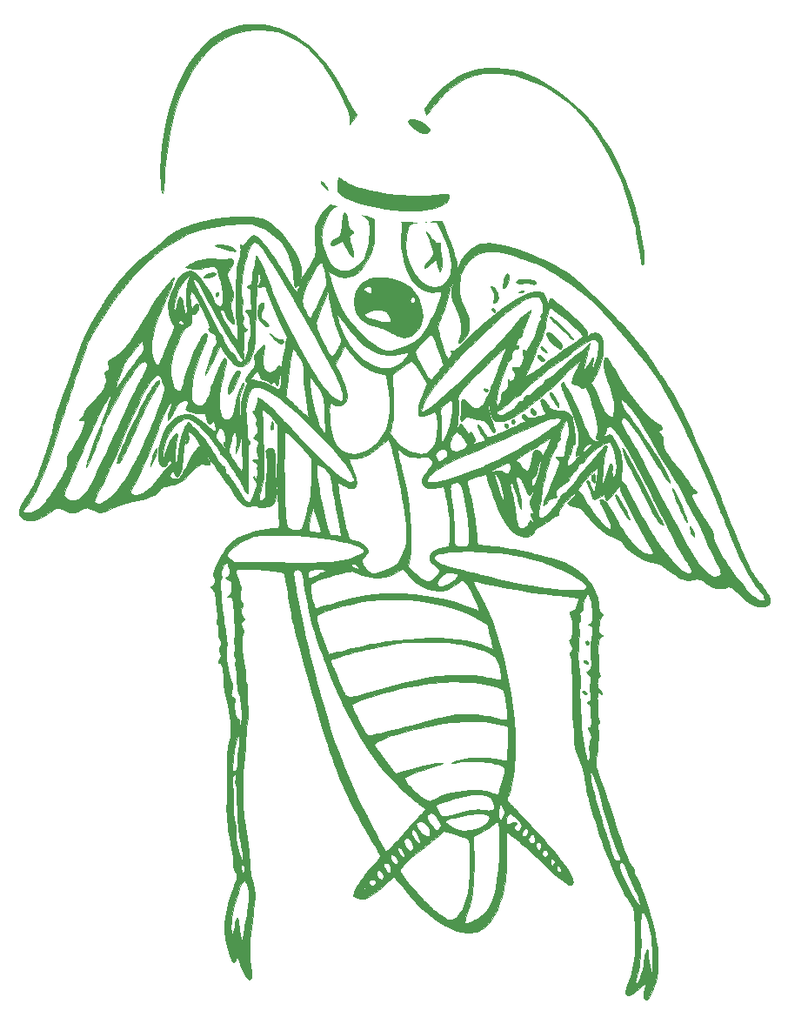
<source format=gto>
G04 #@! TF.GenerationSoftware,KiCad,Pcbnew,5.1.4-e60b266~84~ubuntu19.04.1*
G04 #@! TF.CreationDate,2019-08-17T12:08:49-07:00*
G04 #@! TF.ProjectId,trevor2,74726576-6f72-4322-9e6b-696361645f70,rev?*
G04 #@! TF.SameCoordinates,Original*
G04 #@! TF.FileFunction,Legend,Top*
G04 #@! TF.FilePolarity,Positive*
%FSLAX46Y46*%
G04 Gerber Fmt 4.6, Leading zero omitted, Abs format (unit mm)*
G04 Created by KiCad (PCBNEW 5.1.4-e60b266~84~ubuntu19.04.1) date 2019-08-17 12:08:49*
%MOMM*%
%LPD*%
G04 APERTURE LIST*
%ADD10C,0.010000*%
G04 APERTURE END LIST*
D10*
G36*
X164951174Y-78459163D02*
G01*
X165077019Y-78539130D01*
X165248926Y-78673179D01*
X165464104Y-78859230D01*
X165719763Y-79095204D01*
X166013110Y-79379023D01*
X166139433Y-79504535D01*
X166446030Y-79814900D01*
X166692172Y-80072351D01*
X166880688Y-80280215D01*
X167014410Y-80441822D01*
X167096168Y-80560500D01*
X167128793Y-80639576D01*
X167127335Y-80665993D01*
X167086337Y-80674805D01*
X167002678Y-80637964D01*
X166985500Y-80627348D01*
X166908034Y-80565006D01*
X166789925Y-80454895D01*
X166646989Y-80312343D01*
X166495041Y-80152677D01*
X166489055Y-80146211D01*
X166309105Y-79960746D01*
X166089979Y-79748649D01*
X165858997Y-79535699D01*
X165643477Y-79347675D01*
X165637505Y-79342663D01*
X165383342Y-79125373D01*
X165189404Y-78948963D01*
X165047248Y-78804786D01*
X164948432Y-78684194D01*
X164884512Y-78578536D01*
X164877917Y-78564552D01*
X164848832Y-78469795D01*
X164874181Y-78435359D01*
X164951174Y-78459163D01*
X164951174Y-78459163D01*
G37*
X164951174Y-78459163D02*
X165077019Y-78539130D01*
X165248926Y-78673179D01*
X165464104Y-78859230D01*
X165719763Y-79095204D01*
X166013110Y-79379023D01*
X166139433Y-79504535D01*
X166446030Y-79814900D01*
X166692172Y-80072351D01*
X166880688Y-80280215D01*
X167014410Y-80441822D01*
X167096168Y-80560500D01*
X167128793Y-80639576D01*
X167127335Y-80665993D01*
X167086337Y-80674805D01*
X167002678Y-80637964D01*
X166985500Y-80627348D01*
X166908034Y-80565006D01*
X166789925Y-80454895D01*
X166646989Y-80312343D01*
X166495041Y-80152677D01*
X166489055Y-80146211D01*
X166309105Y-79960746D01*
X166089979Y-79748649D01*
X165858997Y-79535699D01*
X165643477Y-79347675D01*
X165637505Y-79342663D01*
X165383342Y-79125373D01*
X165189404Y-78948963D01*
X165047248Y-78804786D01*
X164948432Y-78684194D01*
X164884512Y-78578536D01*
X164877917Y-78564552D01*
X164848832Y-78469795D01*
X164874181Y-78435359D01*
X164951174Y-78459163D01*
G36*
X164718503Y-79932403D02*
G01*
X164876649Y-80012738D01*
X165075949Y-80159672D01*
X165314603Y-80372482D01*
X165402564Y-80457907D01*
X165634211Y-80698066D01*
X165802127Y-80899722D01*
X165912299Y-81072412D01*
X165970714Y-81225674D01*
X165983359Y-81369045D01*
X165982462Y-81381725D01*
X165953664Y-81497095D01*
X165886684Y-81547674D01*
X165773580Y-81535578D01*
X165630834Y-81475394D01*
X165396415Y-81332445D01*
X165167412Y-81147043D01*
X164955417Y-80933419D01*
X164772023Y-80705805D01*
X164628824Y-80478431D01*
X164537412Y-80265531D01*
X164509000Y-80098246D01*
X164532878Y-79974432D01*
X164603313Y-79919393D01*
X164718503Y-79932403D01*
X164718503Y-79932403D01*
G37*
X164718503Y-79932403D02*
X164876649Y-80012738D01*
X165075949Y-80159672D01*
X165314603Y-80372482D01*
X165402564Y-80457907D01*
X165634211Y-80698066D01*
X165802127Y-80899722D01*
X165912299Y-81072412D01*
X165970714Y-81225674D01*
X165983359Y-81369045D01*
X165982462Y-81381725D01*
X165953664Y-81497095D01*
X165886684Y-81547674D01*
X165773580Y-81535578D01*
X165630834Y-81475394D01*
X165396415Y-81332445D01*
X165167412Y-81147043D01*
X164955417Y-80933419D01*
X164772023Y-80705805D01*
X164628824Y-80478431D01*
X164537412Y-80265531D01*
X164509000Y-80098246D01*
X164532878Y-79974432D01*
X164603313Y-79919393D01*
X164718503Y-79932403D01*
G36*
X164006148Y-81317785D02*
G01*
X164105711Y-81379290D01*
X164230416Y-81492168D01*
X164371793Y-81650904D01*
X164399741Y-81685667D01*
X164481714Y-81794285D01*
X164536643Y-81876722D01*
X164550923Y-81907917D01*
X164522723Y-81940994D01*
X164442463Y-81918997D01*
X164319051Y-81845600D01*
X164218137Y-81770668D01*
X164053597Y-81627312D01*
X163956608Y-81507487D01*
X163917962Y-81398994D01*
X163916334Y-81370950D01*
X163940199Y-81313166D01*
X164006148Y-81317785D01*
X164006148Y-81317785D01*
G37*
X164006148Y-81317785D02*
X164105711Y-81379290D01*
X164230416Y-81492168D01*
X164371793Y-81650904D01*
X164399741Y-81685667D01*
X164481714Y-81794285D01*
X164536643Y-81876722D01*
X164550923Y-81907917D01*
X164522723Y-81940994D01*
X164442463Y-81918997D01*
X164319051Y-81845600D01*
X164218137Y-81770668D01*
X164053597Y-81627312D01*
X163956608Y-81507487D01*
X163917962Y-81398994D01*
X163916334Y-81370950D01*
X163940199Y-81313166D01*
X164006148Y-81317785D01*
G36*
X163861154Y-82156522D02*
G01*
X163996978Y-82241657D01*
X164141943Y-82379836D01*
X164222741Y-82477965D01*
X164295212Y-82601886D01*
X164292992Y-82686192D01*
X164215213Y-82732727D01*
X164097417Y-82744000D01*
X163972172Y-82722283D01*
X163855221Y-82646323D01*
X163808762Y-82602562D01*
X163690830Y-82455320D01*
X163634201Y-82317189D01*
X163643765Y-82202703D01*
X163663583Y-82170995D01*
X163746134Y-82130833D01*
X163861154Y-82156522D01*
X163861154Y-82156522D01*
G37*
X163861154Y-82156522D02*
X163996978Y-82241657D01*
X164141943Y-82379836D01*
X164222741Y-82477965D01*
X164295212Y-82601886D01*
X164292992Y-82686192D01*
X164215213Y-82732727D01*
X164097417Y-82744000D01*
X163972172Y-82722283D01*
X163855221Y-82646323D01*
X163808762Y-82602562D01*
X163690830Y-82455320D01*
X163634201Y-82317189D01*
X163643765Y-82202703D01*
X163663583Y-82170995D01*
X163746134Y-82130833D01*
X163861154Y-82156522D01*
G36*
X136933802Y-77055820D02*
G01*
X136978433Y-77130053D01*
X136975784Y-77271893D01*
X136925604Y-77480298D01*
X136846209Y-77706890D01*
X136747100Y-77978757D01*
X136689414Y-78190892D01*
X136676825Y-78359349D01*
X136713008Y-78500180D01*
X136801635Y-78629439D01*
X136946381Y-78763180D01*
X137117760Y-78893447D01*
X137302921Y-79043827D01*
X137417175Y-79172737D01*
X137458271Y-79276586D01*
X137423956Y-79351777D01*
X137410813Y-79361229D01*
X137342455Y-79392239D01*
X137268036Y-79387737D01*
X137158216Y-79344127D01*
X137119334Y-79325494D01*
X137008790Y-79255856D01*
X136874542Y-79149628D01*
X136773446Y-79056669D01*
X136590101Y-78816427D01*
X136466204Y-78518666D01*
X136401200Y-78161769D01*
X136390336Y-77937831D01*
X136412802Y-77620581D01*
X136485944Y-77370706D01*
X136609668Y-77188450D01*
X136703704Y-77114351D01*
X136842142Y-77050239D01*
X136933802Y-77055820D01*
X136933802Y-77055820D01*
G37*
X136933802Y-77055820D02*
X136978433Y-77130053D01*
X136975784Y-77271893D01*
X136925604Y-77480298D01*
X136846209Y-77706890D01*
X136747100Y-77978757D01*
X136689414Y-78190892D01*
X136676825Y-78359349D01*
X136713008Y-78500180D01*
X136801635Y-78629439D01*
X136946381Y-78763180D01*
X137117760Y-78893447D01*
X137302921Y-79043827D01*
X137417175Y-79172737D01*
X137458271Y-79276586D01*
X137423956Y-79351777D01*
X137410813Y-79361229D01*
X137342455Y-79392239D01*
X137268036Y-79387737D01*
X137158216Y-79344127D01*
X137119334Y-79325494D01*
X137008790Y-79255856D01*
X136874542Y-79149628D01*
X136773446Y-79056669D01*
X136590101Y-78816427D01*
X136466204Y-78518666D01*
X136401200Y-78161769D01*
X136390336Y-77937831D01*
X136412802Y-77620581D01*
X136485944Y-77370706D01*
X136609668Y-77188450D01*
X136703704Y-77114351D01*
X136842142Y-77050239D01*
X136933802Y-77055820D01*
G36*
X137625381Y-80101866D02*
G01*
X137720057Y-80167993D01*
X137844208Y-80262673D01*
X137884979Y-80295108D01*
X138090470Y-80449805D01*
X138260378Y-80550413D01*
X138415216Y-80606259D01*
X138575498Y-80626670D01*
X138615624Y-80627334D01*
X138738897Y-80638551D01*
X138826560Y-80666724D01*
X138843245Y-80680250D01*
X138909221Y-80805790D01*
X138894974Y-80913411D01*
X138854040Y-80966960D01*
X138778595Y-81027542D01*
X138699277Y-81042900D01*
X138581923Y-81018136D01*
X138558393Y-81011113D01*
X138413837Y-80956191D01*
X138276622Y-80876704D01*
X138129707Y-80760124D01*
X137956054Y-80593921D01*
X137869216Y-80504390D01*
X137705426Y-80328398D01*
X137600308Y-80203599D01*
X137549914Y-80124197D01*
X137550297Y-80084399D01*
X137578062Y-80077000D01*
X137625381Y-80101866D01*
X137625381Y-80101866D01*
G37*
X137625381Y-80101866D02*
X137720057Y-80167993D01*
X137844208Y-80262673D01*
X137884979Y-80295108D01*
X138090470Y-80449805D01*
X138260378Y-80550413D01*
X138415216Y-80606259D01*
X138575498Y-80626670D01*
X138615624Y-80627334D01*
X138738897Y-80638551D01*
X138826560Y-80666724D01*
X138843245Y-80680250D01*
X138909221Y-80805790D01*
X138894974Y-80913411D01*
X138854040Y-80966960D01*
X138778595Y-81027542D01*
X138699277Y-81042900D01*
X138581923Y-81018136D01*
X138558393Y-81011113D01*
X138413837Y-80956191D01*
X138276622Y-80876704D01*
X138129707Y-80760124D01*
X137956054Y-80593921D01*
X137869216Y-80504390D01*
X137705426Y-80328398D01*
X137600308Y-80203599D01*
X137549914Y-80124197D01*
X137550297Y-80084399D01*
X137578062Y-80077000D01*
X137625381Y-80101866D01*
G36*
X134630474Y-83713100D02*
G01*
X134654598Y-83816080D01*
X134647816Y-83886551D01*
X134614966Y-84012805D01*
X134550048Y-84198412D01*
X134459724Y-84427438D01*
X134350658Y-84683947D01*
X134229514Y-84952005D01*
X134102955Y-85215677D01*
X134039313Y-85341695D01*
X133888926Y-85616601D01*
X133762421Y-85810541D01*
X133659581Y-85923715D01*
X133580190Y-85956320D01*
X133524031Y-85908556D01*
X133500656Y-85838076D01*
X133492028Y-85673089D01*
X133521691Y-85459241D01*
X133583491Y-85210858D01*
X133671278Y-84942269D01*
X133778900Y-84667800D01*
X133900204Y-84401777D01*
X134029040Y-84158529D01*
X134159255Y-83952381D01*
X134284698Y-83797661D01*
X134399217Y-83708696D01*
X134418399Y-83700699D01*
X134552264Y-83675064D01*
X134630474Y-83713100D01*
X134630474Y-83713100D01*
G37*
X134630474Y-83713100D02*
X134654598Y-83816080D01*
X134647816Y-83886551D01*
X134614966Y-84012805D01*
X134550048Y-84198412D01*
X134459724Y-84427438D01*
X134350658Y-84683947D01*
X134229514Y-84952005D01*
X134102955Y-85215677D01*
X134039313Y-85341695D01*
X133888926Y-85616601D01*
X133762421Y-85810541D01*
X133659581Y-85923715D01*
X133580190Y-85956320D01*
X133524031Y-85908556D01*
X133500656Y-85838076D01*
X133492028Y-85673089D01*
X133521691Y-85459241D01*
X133583491Y-85210858D01*
X133671278Y-84942269D01*
X133778900Y-84667800D01*
X133900204Y-84401777D01*
X134029040Y-84158529D01*
X134159255Y-83952381D01*
X134284698Y-83797661D01*
X134399217Y-83708696D01*
X134418399Y-83700699D01*
X134552264Y-83675064D01*
X134630474Y-83713100D01*
G36*
X158585757Y-85437836D02*
G01*
X158669102Y-85475587D01*
X158768777Y-85548615D01*
X158784768Y-85619427D01*
X158716850Y-85685042D01*
X158686175Y-85700538D01*
X158603689Y-85737296D01*
X158563014Y-85744708D01*
X158527941Y-85726304D01*
X158514588Y-85717269D01*
X158452325Y-85649576D01*
X158403900Y-85556086D01*
X158386523Y-85474096D01*
X158392374Y-85452459D01*
X158463242Y-85413620D01*
X158585757Y-85437836D01*
X158585757Y-85437836D01*
G37*
X158585757Y-85437836D02*
X158669102Y-85475587D01*
X158768777Y-85548615D01*
X158784768Y-85619427D01*
X158716850Y-85685042D01*
X158686175Y-85700538D01*
X158603689Y-85737296D01*
X158563014Y-85744708D01*
X158527941Y-85726304D01*
X158514588Y-85717269D01*
X158452325Y-85649576D01*
X158403900Y-85556086D01*
X158386523Y-85474096D01*
X158392374Y-85452459D01*
X158463242Y-85413620D01*
X158585757Y-85437836D01*
G36*
X164955464Y-85775780D02*
G01*
X165057445Y-85863728D01*
X165177794Y-86020065D01*
X165311966Y-86238942D01*
X165445837Y-86494865D01*
X165556647Y-86735188D01*
X165635149Y-86934791D01*
X165680472Y-87087567D01*
X165691747Y-87187414D01*
X165668104Y-87228224D01*
X165608673Y-87203894D01*
X165537200Y-87136084D01*
X165451843Y-87029698D01*
X165339339Y-86871540D01*
X165214053Y-86683626D01*
X165090349Y-86487976D01*
X164982593Y-86306607D01*
X164916714Y-86184991D01*
X164834626Y-85995668D01*
X164809531Y-85863522D01*
X164840951Y-85783556D01*
X164876399Y-85762073D01*
X164955464Y-85775780D01*
X164955464Y-85775780D01*
G37*
X164955464Y-85775780D02*
X165057445Y-85863728D01*
X165177794Y-86020065D01*
X165311966Y-86238942D01*
X165445837Y-86494865D01*
X165556647Y-86735188D01*
X165635149Y-86934791D01*
X165680472Y-87087567D01*
X165691747Y-87187414D01*
X165668104Y-87228224D01*
X165608673Y-87203894D01*
X165537200Y-87136084D01*
X165451843Y-87029698D01*
X165339339Y-86871540D01*
X165214053Y-86683626D01*
X165090349Y-86487976D01*
X164982593Y-86306607D01*
X164916714Y-86184991D01*
X164834626Y-85995668D01*
X164809531Y-85863522D01*
X164840951Y-85783556D01*
X164876399Y-85762073D01*
X164955464Y-85775780D01*
G36*
X163203471Y-87370552D02*
G01*
X163305512Y-87483053D01*
X163360591Y-87579994D01*
X163427327Y-87737358D01*
X163446053Y-87846721D01*
X163418030Y-87928935D01*
X163384143Y-87969143D01*
X163295300Y-88027384D01*
X163200974Y-88016100D01*
X163087758Y-87937926D01*
X163008889Y-87831849D01*
X162958990Y-87690964D01*
X162942291Y-87544026D01*
X162963023Y-87419793D01*
X163002894Y-87361050D01*
X163099089Y-87327737D01*
X163203471Y-87370552D01*
X163203471Y-87370552D01*
G37*
X163203471Y-87370552D02*
X163305512Y-87483053D01*
X163360591Y-87579994D01*
X163427327Y-87737358D01*
X163446053Y-87846721D01*
X163418030Y-87928935D01*
X163384143Y-87969143D01*
X163295300Y-88027384D01*
X163200974Y-88016100D01*
X163087758Y-87937926D01*
X163008889Y-87831849D01*
X162958990Y-87690964D01*
X162942291Y-87544026D01*
X162963023Y-87419793D01*
X163002894Y-87361050D01*
X163099089Y-87327737D01*
X163203471Y-87370552D01*
G36*
X161362228Y-88462121D02*
G01*
X161367867Y-88467467D01*
X161412962Y-88556795D01*
X161414257Y-88666307D01*
X161379283Y-88766811D01*
X161315570Y-88829115D01*
X161272617Y-88836658D01*
X161193661Y-88818679D01*
X161172514Y-88811052D01*
X161103705Y-88744376D01*
X161065874Y-88635504D01*
X161070746Y-88524689D01*
X161081484Y-88498562D01*
X161157839Y-88433485D01*
X161264692Y-88419897D01*
X161362228Y-88462121D01*
X161362228Y-88462121D01*
G37*
X161362228Y-88462121D02*
X161367867Y-88467467D01*
X161412962Y-88556795D01*
X161414257Y-88666307D01*
X161379283Y-88766811D01*
X161315570Y-88829115D01*
X161272617Y-88836658D01*
X161193661Y-88818679D01*
X161172514Y-88811052D01*
X161103705Y-88744376D01*
X161065874Y-88635504D01*
X161070746Y-88524689D01*
X161081484Y-88498562D01*
X161157839Y-88433485D01*
X161264692Y-88419897D01*
X161362228Y-88462121D01*
G36*
X160679248Y-88862239D02*
G01*
X160742667Y-88947399D01*
X160758738Y-89058262D01*
X160720316Y-89163214D01*
X160637517Y-89248150D01*
X160551519Y-89249057D01*
X160472728Y-89185917D01*
X160416848Y-89081573D01*
X160406965Y-88965577D01*
X160443135Y-88872061D01*
X160472180Y-88847639D01*
X160583935Y-88822435D01*
X160679248Y-88862239D01*
X160679248Y-88862239D01*
G37*
X160679248Y-88862239D02*
X160742667Y-88947399D01*
X160758738Y-89058262D01*
X160720316Y-89163214D01*
X160637517Y-89248150D01*
X160551519Y-89249057D01*
X160472728Y-89185917D01*
X160416848Y-89081573D01*
X160406965Y-88965577D01*
X160443135Y-88872061D01*
X160472180Y-88847639D01*
X160583935Y-88822435D01*
X160679248Y-88862239D01*
G36*
X126526708Y-91371095D02*
G01*
X126512580Y-91602528D01*
X126438655Y-91891680D01*
X126305422Y-92236820D01*
X126242851Y-92374834D01*
X126158765Y-92547715D01*
X126077412Y-92704073D01*
X126005643Y-92832297D01*
X125950306Y-92920775D01*
X125918254Y-92957897D01*
X125916335Y-92932050D01*
X125918173Y-92925167D01*
X125937826Y-92854015D01*
X125974800Y-92719288D01*
X126024132Y-92539095D01*
X126080860Y-92331542D01*
X126092159Y-92290167D01*
X126161003Y-92055251D01*
X126237619Y-91821566D01*
X126312703Y-91616035D01*
X126376952Y-91465582D01*
X126377400Y-91464667D01*
X126512383Y-91189500D01*
X126526708Y-91371095D01*
X126526708Y-91371095D01*
G37*
X126526708Y-91371095D02*
X126512580Y-91602528D01*
X126438655Y-91891680D01*
X126305422Y-92236820D01*
X126242851Y-92374834D01*
X126158765Y-92547715D01*
X126077412Y-92704073D01*
X126005643Y-92832297D01*
X125950306Y-92920775D01*
X125918254Y-92957897D01*
X125916335Y-92932050D01*
X125918173Y-92925167D01*
X125937826Y-92854015D01*
X125974800Y-92719288D01*
X126024132Y-92539095D01*
X126080860Y-92331542D01*
X126092159Y-92290167D01*
X126161003Y-92055251D01*
X126237619Y-91821566D01*
X126312703Y-91616035D01*
X126376952Y-91465582D01*
X126377400Y-91464667D01*
X126512383Y-91189500D01*
X126526708Y-91371095D01*
G36*
X137837797Y-88666736D02*
G01*
X137877135Y-88766403D01*
X137907655Y-88904026D01*
X137922965Y-89056298D01*
X137923667Y-89093756D01*
X137906994Y-89255532D01*
X137853803Y-89355356D01*
X137846250Y-89362606D01*
X137755850Y-89425411D01*
X137699696Y-89414424D01*
X137673225Y-89326587D01*
X137669667Y-89244251D01*
X137677551Y-89098778D01*
X137698113Y-88942089D01*
X137726721Y-88796767D01*
X137758740Y-88685400D01*
X137789535Y-88630572D01*
X137796033Y-88628334D01*
X137837797Y-88666736D01*
X137837797Y-88666736D01*
G37*
X137837797Y-88666736D02*
X137877135Y-88766403D01*
X137907655Y-88904026D01*
X137922965Y-89056298D01*
X137923667Y-89093756D01*
X137906994Y-89255532D01*
X137853803Y-89355356D01*
X137846250Y-89362606D01*
X137755850Y-89425411D01*
X137699696Y-89414424D01*
X137673225Y-89326587D01*
X137669667Y-89244251D01*
X137677551Y-89098778D01*
X137698113Y-88942089D01*
X137726721Y-88796767D01*
X137758740Y-88685400D01*
X137789535Y-88630572D01*
X137796033Y-88628334D01*
X137837797Y-88666736D01*
G36*
X126823541Y-84680971D02*
G01*
X126826008Y-84769138D01*
X126782284Y-84901879D01*
X126694620Y-85067577D01*
X126690171Y-85074824D01*
X126486414Y-85406492D01*
X126318580Y-85683871D01*
X126176964Y-85923993D01*
X126051861Y-86143887D01*
X125933566Y-86360585D01*
X125812373Y-86591117D01*
X125690430Y-86829167D01*
X125481300Y-87246954D01*
X125259585Y-87702078D01*
X125021818Y-88201946D01*
X124764530Y-88753968D01*
X124484254Y-89365552D01*
X124177522Y-90044106D01*
X123996230Y-90448667D01*
X123775770Y-90938927D01*
X123584854Y-91356181D01*
X123420615Y-91705641D01*
X123280187Y-91992519D01*
X123160703Y-92222025D01*
X123059297Y-92399372D01*
X122973101Y-92529772D01*
X122899251Y-92618436D01*
X122834879Y-92670575D01*
X122777118Y-92691402D01*
X122762171Y-92692334D01*
X122709946Y-92685239D01*
X122687296Y-92649914D01*
X122687892Y-92565296D01*
X122697401Y-92476795D01*
X122730631Y-92323170D01*
X122800172Y-92102191D01*
X122902541Y-91821235D01*
X123034255Y-91487680D01*
X123191833Y-91108905D01*
X123371792Y-90692288D01*
X123570650Y-90245207D01*
X123784924Y-89775040D01*
X124011133Y-89289165D01*
X124245793Y-88794961D01*
X124485424Y-88299805D01*
X124726541Y-87811075D01*
X124965664Y-87336151D01*
X125199310Y-86882409D01*
X125423997Y-86457228D01*
X125636242Y-86067987D01*
X125832563Y-85722063D01*
X126009478Y-85426834D01*
X126070301Y-85330397D01*
X126203426Y-85143096D01*
X126350935Y-84968421D01*
X126499043Y-84819745D01*
X126633968Y-84710441D01*
X126741924Y-84653882D01*
X126772635Y-84649000D01*
X126823541Y-84680971D01*
X126823541Y-84680971D01*
G37*
X126823541Y-84680971D02*
X126826008Y-84769138D01*
X126782284Y-84901879D01*
X126694620Y-85067577D01*
X126690171Y-85074824D01*
X126486414Y-85406492D01*
X126318580Y-85683871D01*
X126176964Y-85923993D01*
X126051861Y-86143887D01*
X125933566Y-86360585D01*
X125812373Y-86591117D01*
X125690430Y-86829167D01*
X125481300Y-87246954D01*
X125259585Y-87702078D01*
X125021818Y-88201946D01*
X124764530Y-88753968D01*
X124484254Y-89365552D01*
X124177522Y-90044106D01*
X123996230Y-90448667D01*
X123775770Y-90938927D01*
X123584854Y-91356181D01*
X123420615Y-91705641D01*
X123280187Y-91992519D01*
X123160703Y-92222025D01*
X123059297Y-92399372D01*
X122973101Y-92529772D01*
X122899251Y-92618436D01*
X122834879Y-92670575D01*
X122777118Y-92691402D01*
X122762171Y-92692334D01*
X122709946Y-92685239D01*
X122687296Y-92649914D01*
X122687892Y-92565296D01*
X122697401Y-92476795D01*
X122730631Y-92323170D01*
X122800172Y-92102191D01*
X122902541Y-91821235D01*
X123034255Y-91487680D01*
X123191833Y-91108905D01*
X123371792Y-90692288D01*
X123570650Y-90245207D01*
X123784924Y-89775040D01*
X124011133Y-89289165D01*
X124245793Y-88794961D01*
X124485424Y-88299805D01*
X124726541Y-87811075D01*
X124965664Y-87336151D01*
X125199310Y-86882409D01*
X125423997Y-86457228D01*
X125636242Y-86067987D01*
X125832563Y-85722063D01*
X126009478Y-85426834D01*
X126070301Y-85330397D01*
X126203426Y-85143096D01*
X126350935Y-84968421D01*
X126499043Y-84819745D01*
X126633968Y-84710441D01*
X126741924Y-84653882D01*
X126772635Y-84649000D01*
X126823541Y-84680971D01*
G36*
X133311651Y-71457697D02*
G01*
X133707587Y-71606748D01*
X134042636Y-71793573D01*
X134186470Y-71898500D01*
X134259213Y-71981188D01*
X134258598Y-72037636D01*
X134194825Y-72062523D01*
X134124497Y-72057858D01*
X133999777Y-72038119D01*
X133859685Y-72010110D01*
X133659161Y-71963277D01*
X133423175Y-71903427D01*
X133170760Y-71835904D01*
X132920948Y-71766050D01*
X132692772Y-71699210D01*
X132505265Y-71640726D01*
X132377458Y-71595944D01*
X132361846Y-71589574D01*
X132261052Y-71535633D01*
X132237848Y-71490278D01*
X132294223Y-71451428D01*
X132432168Y-71417005D01*
X132544072Y-71399128D01*
X132921716Y-71387939D01*
X133311651Y-71457697D01*
X133311651Y-71457697D01*
G37*
X133311651Y-71457697D02*
X133707587Y-71606748D01*
X134042636Y-71793573D01*
X134186470Y-71898500D01*
X134259213Y-71981188D01*
X134258598Y-72037636D01*
X134194825Y-72062523D01*
X134124497Y-72057858D01*
X133999777Y-72038119D01*
X133859685Y-72010110D01*
X133659161Y-71963277D01*
X133423175Y-71903427D01*
X133170760Y-71835904D01*
X132920948Y-71766050D01*
X132692772Y-71699210D01*
X132505265Y-71640726D01*
X132377458Y-71595944D01*
X132361846Y-71589574D01*
X132261052Y-71535633D01*
X132237848Y-71490278D01*
X132294223Y-71451428D01*
X132432168Y-71417005D01*
X132544072Y-71399128D01*
X132921716Y-71387939D01*
X133311651Y-71457697D01*
G36*
X132205693Y-74167719D02*
G01*
X132280396Y-74212566D01*
X132279676Y-74280252D01*
X132204726Y-74365505D01*
X132056741Y-74463055D01*
X131974027Y-74505970D01*
X131814420Y-74569283D01*
X131634679Y-74618081D01*
X131455488Y-74649561D01*
X131297533Y-74660919D01*
X131181499Y-74649354D01*
X131131703Y-74620105D01*
X131134563Y-74553361D01*
X131203863Y-74473431D01*
X131324048Y-74388226D01*
X131479562Y-74305653D01*
X131654847Y-74233622D01*
X131834349Y-74180043D01*
X132002512Y-74152825D01*
X132054376Y-74150982D01*
X132205693Y-74167719D01*
X132205693Y-74167719D01*
G37*
X132205693Y-74167719D02*
X132280396Y-74212566D01*
X132279676Y-74280252D01*
X132204726Y-74365505D01*
X132056741Y-74463055D01*
X131974027Y-74505970D01*
X131814420Y-74569283D01*
X131634679Y-74618081D01*
X131455488Y-74649561D01*
X131297533Y-74660919D01*
X131181499Y-74649354D01*
X131131703Y-74620105D01*
X131134563Y-74553361D01*
X131203863Y-74473431D01*
X131324048Y-74388226D01*
X131479562Y-74305653D01*
X131654847Y-74233622D01*
X131834349Y-74180043D01*
X132002512Y-74152825D01*
X132054376Y-74150982D01*
X132205693Y-74167719D01*
G36*
X132552971Y-76087198D02*
G01*
X132578139Y-76180437D01*
X132547910Y-76328754D01*
X132490923Y-76440424D01*
X132424486Y-76474960D01*
X132357589Y-76429462D01*
X132337156Y-76396783D01*
X132296209Y-76261363D01*
X132317083Y-76146657D01*
X132391920Y-76072498D01*
X132472462Y-76055334D01*
X132552971Y-76087198D01*
X132552971Y-76087198D01*
G37*
X132552971Y-76087198D02*
X132578139Y-76180437D01*
X132547910Y-76328754D01*
X132490923Y-76440424D01*
X132424486Y-76474960D01*
X132357589Y-76429462D01*
X132337156Y-76396783D01*
X132296209Y-76261363D01*
X132317083Y-76146657D01*
X132391920Y-76072498D01*
X132472462Y-76055334D01*
X132552971Y-76087198D01*
G36*
X169166681Y-93754530D02*
G01*
X169193926Y-93872845D01*
X169202856Y-94067535D01*
X169199324Y-94255259D01*
X169186680Y-94449665D01*
X169165487Y-94576820D01*
X169137180Y-94628116D01*
X169137139Y-94628130D01*
X169090356Y-94603790D01*
X169021895Y-94523743D01*
X168968768Y-94442067D01*
X168872812Y-94224518D01*
X168853069Y-94032306D01*
X168909665Y-93870010D01*
X168951758Y-93816553D01*
X169047927Y-93730512D01*
X169118791Y-93708461D01*
X169166681Y-93754530D01*
X169166681Y-93754530D01*
G37*
X169166681Y-93754530D02*
X169193926Y-93872845D01*
X169202856Y-94067535D01*
X169199324Y-94255259D01*
X169186680Y-94449665D01*
X169165487Y-94576820D01*
X169137180Y-94628116D01*
X169137139Y-94628130D01*
X169090356Y-94603790D01*
X169021895Y-94523743D01*
X168968768Y-94442067D01*
X168872812Y-94224518D01*
X168853069Y-94032306D01*
X168909665Y-93870010D01*
X168951758Y-93816553D01*
X169047927Y-93730512D01*
X169118791Y-93708461D01*
X169166681Y-93754530D01*
G36*
X171294406Y-95777177D02*
G01*
X171385597Y-95882346D01*
X171503463Y-96047796D01*
X171643066Y-96265484D01*
X171799466Y-96527366D01*
X171967722Y-96825400D01*
X172142896Y-97151542D01*
X172320046Y-97497747D01*
X172345288Y-97548496D01*
X172465635Y-97800922D01*
X172544299Y-97987564D01*
X172581199Y-98107050D01*
X172576256Y-98158009D01*
X172529391Y-98139069D01*
X172440524Y-98048858D01*
X172369301Y-97962834D01*
X172220523Y-97763716D01*
X172065641Y-97534822D01*
X171909635Y-97285910D01*
X171757488Y-97026739D01*
X171614181Y-96767067D01*
X171484695Y-96516655D01*
X171374011Y-96285259D01*
X171287112Y-96082640D01*
X171228977Y-95918556D01*
X171204590Y-95802766D01*
X171218931Y-95745029D01*
X171234832Y-95740334D01*
X171294406Y-95777177D01*
X171294406Y-95777177D01*
G37*
X171294406Y-95777177D02*
X171385597Y-95882346D01*
X171503463Y-96047796D01*
X171643066Y-96265484D01*
X171799466Y-96527366D01*
X171967722Y-96825400D01*
X172142896Y-97151542D01*
X172320046Y-97497747D01*
X172345288Y-97548496D01*
X172465635Y-97800922D01*
X172544299Y-97987564D01*
X172581199Y-98107050D01*
X172576256Y-98158009D01*
X172529391Y-98139069D01*
X172440524Y-98048858D01*
X172369301Y-97962834D01*
X172220523Y-97763716D01*
X172065641Y-97534822D01*
X171909635Y-97285910D01*
X171757488Y-97026739D01*
X171614181Y-96767067D01*
X171484695Y-96516655D01*
X171374011Y-96285259D01*
X171287112Y-96082640D01*
X171228977Y-95918556D01*
X171204590Y-95802766D01*
X171218931Y-95745029D01*
X171234832Y-95740334D01*
X171294406Y-95777177D01*
G36*
X171909839Y-91189500D02*
G01*
X171964862Y-91260571D01*
X172054578Y-91400996D01*
X172175613Y-91604505D01*
X172324592Y-91864825D01*
X172498142Y-92175686D01*
X172692886Y-92530815D01*
X172905452Y-92923942D01*
X173132465Y-93348795D01*
X173370549Y-93799102D01*
X173616332Y-94268592D01*
X173866438Y-94750994D01*
X174117493Y-95240037D01*
X174366122Y-95729447D01*
X174559108Y-96113223D01*
X174770722Y-96533124D01*
X174976522Y-96935837D01*
X175171617Y-97312111D01*
X175351116Y-97652699D01*
X175510126Y-97948350D01*
X175643758Y-98189815D01*
X175747119Y-98367845D01*
X175777098Y-98416397D01*
X175854842Y-98566080D01*
X175871751Y-98663792D01*
X175835683Y-98707056D01*
X175754497Y-98693394D01*
X175636050Y-98620328D01*
X175504637Y-98502292D01*
X175413975Y-98400066D01*
X175313254Y-98265670D01*
X175199244Y-98093429D01*
X175068716Y-97877670D01*
X174918440Y-97612716D01*
X174745188Y-97292895D01*
X174545729Y-96912530D01*
X174316835Y-96465948D01*
X174089411Y-96015500D01*
X173907473Y-95654644D01*
X173713069Y-95271645D01*
X173515665Y-94884976D01*
X173324728Y-94513114D01*
X173149724Y-94174532D01*
X173000121Y-93887705D01*
X172961426Y-93814167D01*
X172818991Y-93543172D01*
X172680885Y-93278567D01*
X172555053Y-93035715D01*
X172449442Y-92829980D01*
X172371998Y-92676726D01*
X172348385Y-92628834D01*
X172268771Y-92452553D01*
X172187706Y-92251378D01*
X172108940Y-92037619D01*
X172036224Y-91823586D01*
X171973310Y-91621590D01*
X171923949Y-91443943D01*
X171891890Y-91302956D01*
X171880886Y-91210938D01*
X171894687Y-91180201D01*
X171909839Y-91189500D01*
X171909839Y-91189500D01*
G37*
X171909839Y-91189500D02*
X171964862Y-91260571D01*
X172054578Y-91400996D01*
X172175613Y-91604505D01*
X172324592Y-91864825D01*
X172498142Y-92175686D01*
X172692886Y-92530815D01*
X172905452Y-92923942D01*
X173132465Y-93348795D01*
X173370549Y-93799102D01*
X173616332Y-94268592D01*
X173866438Y-94750994D01*
X174117493Y-95240037D01*
X174366122Y-95729447D01*
X174559108Y-96113223D01*
X174770722Y-96533124D01*
X174976522Y-96935837D01*
X175171617Y-97312111D01*
X175351116Y-97652699D01*
X175510126Y-97948350D01*
X175643758Y-98189815D01*
X175747119Y-98367845D01*
X175777098Y-98416397D01*
X175854842Y-98566080D01*
X175871751Y-98663792D01*
X175835683Y-98707056D01*
X175754497Y-98693394D01*
X175636050Y-98620328D01*
X175504637Y-98502292D01*
X175413975Y-98400066D01*
X175313254Y-98265670D01*
X175199244Y-98093429D01*
X175068716Y-97877670D01*
X174918440Y-97612716D01*
X174745188Y-97292895D01*
X174545729Y-96912530D01*
X174316835Y-96465948D01*
X174089411Y-96015500D01*
X173907473Y-95654644D01*
X173713069Y-95271645D01*
X173515665Y-94884976D01*
X173324728Y-94513114D01*
X173149724Y-94174532D01*
X173000121Y-93887705D01*
X172961426Y-93814167D01*
X172818991Y-93543172D01*
X172680885Y-93278567D01*
X172555053Y-93035715D01*
X172449442Y-92829980D01*
X172371998Y-92676726D01*
X172348385Y-92628834D01*
X172268771Y-92452553D01*
X172187706Y-92251378D01*
X172108940Y-92037619D01*
X172036224Y-91823586D01*
X171973310Y-91621590D01*
X171923949Y-91443943D01*
X171891890Y-91302956D01*
X171880886Y-91210938D01*
X171894687Y-91180201D01*
X171909839Y-91189500D01*
G36*
X176784830Y-95145088D02*
G01*
X176844235Y-95227434D01*
X176923998Y-95352145D01*
X177014188Y-95503151D01*
X177104874Y-95664382D01*
X177180501Y-95808521D01*
X177289530Y-96034724D01*
X177406745Y-96293644D01*
X177528289Y-96575131D01*
X177650305Y-96869032D01*
X177768936Y-97165198D01*
X177880325Y-97453475D01*
X177980614Y-97723714D01*
X178065946Y-97965762D01*
X178132465Y-98169469D01*
X178176312Y-98324684D01*
X178193631Y-98421254D01*
X178184062Y-98449667D01*
X178148990Y-98414880D01*
X178086334Y-98321943D01*
X178007251Y-98187990D01*
X177972033Y-98124014D01*
X177834512Y-97859454D01*
X177690547Y-97565343D01*
X177544047Y-97251326D01*
X177398918Y-96927048D01*
X177259067Y-96602154D01*
X177128400Y-96286290D01*
X177010825Y-95989100D01*
X176910248Y-95720229D01*
X176830575Y-95489324D01*
X176775715Y-95306028D01*
X176749573Y-95179986D01*
X176755714Y-95121175D01*
X176784830Y-95145088D01*
X176784830Y-95145088D01*
G37*
X176784830Y-95145088D02*
X176844235Y-95227434D01*
X176923998Y-95352145D01*
X177014188Y-95503151D01*
X177104874Y-95664382D01*
X177180501Y-95808521D01*
X177289530Y-96034724D01*
X177406745Y-96293644D01*
X177528289Y-96575131D01*
X177650305Y-96869032D01*
X177768936Y-97165198D01*
X177880325Y-97453475D01*
X177980614Y-97723714D01*
X178065946Y-97965762D01*
X178132465Y-98169469D01*
X178176312Y-98324684D01*
X178193631Y-98421254D01*
X178184062Y-98449667D01*
X178148990Y-98414880D01*
X178086334Y-98321943D01*
X178007251Y-98187990D01*
X177972033Y-98124014D01*
X177834512Y-97859454D01*
X177690547Y-97565343D01*
X177544047Y-97251326D01*
X177398918Y-96927048D01*
X177259067Y-96602154D01*
X177128400Y-96286290D01*
X177010825Y-95989100D01*
X176910248Y-95720229D01*
X176830575Y-95489324D01*
X176775715Y-95306028D01*
X176749573Y-95179986D01*
X176755714Y-95121175D01*
X176784830Y-95145088D01*
G36*
X178481653Y-98810327D02*
G01*
X178529079Y-98875103D01*
X178554891Y-98915334D01*
X178620414Y-99034576D01*
X178693339Y-99192171D01*
X178765427Y-99366696D01*
X178828440Y-99536728D01*
X178874139Y-99680845D01*
X178894284Y-99777625D01*
X178893757Y-99796435D01*
X178869783Y-99818764D01*
X178813524Y-99777344D01*
X178741831Y-99696728D01*
X178654996Y-99563562D01*
X178572053Y-99388635D01*
X178502676Y-99199095D01*
X178456544Y-99022086D01*
X178443333Y-98884753D01*
X178445383Y-98865129D01*
X178458508Y-98809182D01*
X178481653Y-98810327D01*
X178481653Y-98810327D01*
G37*
X178481653Y-98810327D02*
X178529079Y-98875103D01*
X178554891Y-98915334D01*
X178620414Y-99034576D01*
X178693339Y-99192171D01*
X178765427Y-99366696D01*
X178828440Y-99536728D01*
X178874139Y-99680845D01*
X178894284Y-99777625D01*
X178893757Y-99796435D01*
X178869783Y-99818764D01*
X178813524Y-99777344D01*
X178741831Y-99696728D01*
X178654996Y-99563562D01*
X178572053Y-99388635D01*
X178502676Y-99199095D01*
X178456544Y-99022086D01*
X178443333Y-98884753D01*
X178445383Y-98865129D01*
X178458508Y-98809182D01*
X178481653Y-98810327D01*
G36*
X162599653Y-74765159D02*
G01*
X162763812Y-74770283D01*
X162883979Y-74782757D01*
X162980488Y-74805801D01*
X163073674Y-74842634D01*
X163173357Y-74891167D01*
X163356187Y-74996402D01*
X163463351Y-75088645D01*
X163492304Y-75165232D01*
X163470882Y-75202744D01*
X163382379Y-75252777D01*
X163255607Y-75263804D01*
X163075666Y-75235987D01*
X162963834Y-75208297D01*
X162698803Y-75149229D01*
X162469619Y-75129521D01*
X162237985Y-75147657D01*
X162092607Y-75173845D01*
X161933395Y-75199942D01*
X161815582Y-75197778D01*
X161700349Y-75166168D01*
X161687892Y-75161502D01*
X161565169Y-75092719D01*
X161526209Y-75013564D01*
X161571154Y-74926935D01*
X161672667Y-74851206D01*
X161745143Y-74814556D01*
X161826950Y-74789744D01*
X161935810Y-74774561D01*
X162089445Y-74766798D01*
X162305578Y-74764249D01*
X162371167Y-74764167D01*
X162599653Y-74765159D01*
X162599653Y-74765159D01*
G37*
X162599653Y-74765159D02*
X162763812Y-74770283D01*
X162883979Y-74782757D01*
X162980488Y-74805801D01*
X163073674Y-74842634D01*
X163173357Y-74891167D01*
X163356187Y-74996402D01*
X163463351Y-75088645D01*
X163492304Y-75165232D01*
X163470882Y-75202744D01*
X163382379Y-75252777D01*
X163255607Y-75263804D01*
X163075666Y-75235987D01*
X162963834Y-75208297D01*
X162698803Y-75149229D01*
X162469619Y-75129521D01*
X162237985Y-75147657D01*
X162092607Y-75173845D01*
X161933395Y-75199942D01*
X161815582Y-75197778D01*
X161700349Y-75166168D01*
X161687892Y-75161502D01*
X161565169Y-75092719D01*
X161526209Y-75013564D01*
X161571154Y-74926935D01*
X161672667Y-74851206D01*
X161745143Y-74814556D01*
X161826950Y-74789744D01*
X161935810Y-74774561D01*
X162089445Y-74766798D01*
X162305578Y-74764249D01*
X162371167Y-74764167D01*
X162599653Y-74765159D01*
G36*
X160782036Y-74274277D02*
G01*
X160839170Y-74380432D01*
X160866999Y-74548423D01*
X160868334Y-74601337D01*
X160847447Y-74798987D01*
X160790746Y-75010680D01*
X160707166Y-75218839D01*
X160605641Y-75405889D01*
X160495109Y-75554255D01*
X160384505Y-75646359D01*
X160326693Y-75666694D01*
X160271139Y-75666939D01*
X160243448Y-75633270D01*
X160234103Y-75545669D01*
X160233334Y-75470347D01*
X160248136Y-75314523D01*
X160287515Y-75109282D01*
X160343930Y-74882831D01*
X160409837Y-74663379D01*
X160477694Y-74479131D01*
X160523990Y-74383305D01*
X160615526Y-74270066D01*
X160704515Y-74235605D01*
X160782036Y-74274277D01*
X160782036Y-74274277D01*
G37*
X160782036Y-74274277D02*
X160839170Y-74380432D01*
X160866999Y-74548423D01*
X160868334Y-74601337D01*
X160847447Y-74798987D01*
X160790746Y-75010680D01*
X160707166Y-75218839D01*
X160605641Y-75405889D01*
X160495109Y-75554255D01*
X160384505Y-75646359D01*
X160326693Y-75666694D01*
X160271139Y-75666939D01*
X160243448Y-75633270D01*
X160234103Y-75545669D01*
X160233334Y-75470347D01*
X160248136Y-75314523D01*
X160287515Y-75109282D01*
X160343930Y-74882831D01*
X160409837Y-74663379D01*
X160477694Y-74479131D01*
X160523990Y-74383305D01*
X160615526Y-74270066D01*
X160704515Y-74235605D01*
X160782036Y-74274277D01*
G36*
X162212248Y-75897824D02*
G01*
X162241202Y-75923537D01*
X162235741Y-75979843D01*
X162161658Y-76032240D01*
X162034843Y-76071695D01*
X161960077Y-76083365D01*
X161778500Y-76103785D01*
X161897277Y-75994893D01*
X162007663Y-75921472D01*
X162121788Y-75887221D01*
X162212248Y-75897824D01*
X162212248Y-75897824D01*
G37*
X162212248Y-75897824D02*
X162241202Y-75923537D01*
X162235741Y-75979843D01*
X162161658Y-76032240D01*
X162034843Y-76071695D01*
X161960077Y-76083365D01*
X161778500Y-76103785D01*
X161897277Y-75994893D01*
X162007663Y-75921472D01*
X162121788Y-75887221D01*
X162212248Y-75897824D01*
G36*
X159108188Y-75441101D02*
G01*
X159203093Y-75481590D01*
X159279166Y-75522952D01*
X159452654Y-75663040D01*
X159595658Y-75852274D01*
X159703556Y-76073203D01*
X159771726Y-76308376D01*
X159795546Y-76540345D01*
X159770393Y-76751658D01*
X159691645Y-76924867D01*
X159660582Y-76962851D01*
X159565416Y-77033018D01*
X159456873Y-77069757D01*
X159365283Y-77066105D01*
X159329295Y-77038915D01*
X159328119Y-76983084D01*
X159346233Y-76873427D01*
X159368526Y-76778015D01*
X159403120Y-76593057D01*
X159402628Y-76416450D01*
X159363375Y-76226783D01*
X159281686Y-76002650D01*
X159206288Y-75833059D01*
X159135072Y-75671980D01*
X159083920Y-75540486D01*
X159059420Y-75456473D01*
X159060223Y-75436333D01*
X159108188Y-75441101D01*
X159108188Y-75441101D01*
G37*
X159108188Y-75441101D02*
X159203093Y-75481590D01*
X159279166Y-75522952D01*
X159452654Y-75663040D01*
X159595658Y-75852274D01*
X159703556Y-76073203D01*
X159771726Y-76308376D01*
X159795546Y-76540345D01*
X159770393Y-76751658D01*
X159691645Y-76924867D01*
X159660582Y-76962851D01*
X159565416Y-77033018D01*
X159456873Y-77069757D01*
X159365283Y-77066105D01*
X159329295Y-77038915D01*
X159328119Y-76983084D01*
X159346233Y-76873427D01*
X159368526Y-76778015D01*
X159403120Y-76593057D01*
X159402628Y-76416450D01*
X159363375Y-76226783D01*
X159281686Y-76002650D01*
X159206288Y-75833059D01*
X159135072Y-75671980D01*
X159083920Y-75540486D01*
X159059420Y-75456473D01*
X159060223Y-75436333D01*
X159108188Y-75441101D01*
G36*
X159301693Y-77600536D02*
G01*
X159362961Y-77637277D01*
X159444801Y-77718931D01*
X159471058Y-77836616D01*
X159471334Y-77855476D01*
X159468661Y-77952568D01*
X159462093Y-77999999D01*
X159460750Y-78000972D01*
X159420340Y-77981871D01*
X159337460Y-77938112D01*
X159334814Y-77936678D01*
X159213966Y-77846032D01*
X159156658Y-77747272D01*
X159170138Y-77655623D01*
X159189495Y-77631362D01*
X159243972Y-77590784D01*
X159301693Y-77600536D01*
X159301693Y-77600536D01*
G37*
X159301693Y-77600536D02*
X159362961Y-77637277D01*
X159444801Y-77718931D01*
X159471058Y-77836616D01*
X159471334Y-77855476D01*
X159468661Y-77952568D01*
X159462093Y-77999999D01*
X159460750Y-78000972D01*
X159420340Y-77981871D01*
X159337460Y-77938112D01*
X159334814Y-77936678D01*
X159213966Y-77846032D01*
X159156658Y-77747272D01*
X159170138Y-77655623D01*
X159189495Y-77631362D01*
X159243972Y-77590784D01*
X159301693Y-77600536D01*
G36*
X168580270Y-109997161D02*
G01*
X168646687Y-110092316D01*
X168657667Y-110176000D01*
X168628379Y-110303528D01*
X168554900Y-110373869D01*
X168458808Y-110380060D01*
X168361680Y-110315136D01*
X168335138Y-110280099D01*
X168293871Y-110162277D01*
X168313509Y-110054323D01*
X168384325Y-109981282D01*
X168457793Y-109964334D01*
X168580270Y-109997161D01*
X168580270Y-109997161D01*
G37*
X168580270Y-109997161D02*
X168646687Y-110092316D01*
X168657667Y-110176000D01*
X168628379Y-110303528D01*
X168554900Y-110373869D01*
X168458808Y-110380060D01*
X168361680Y-110315136D01*
X168335138Y-110280099D01*
X168293871Y-110162277D01*
X168313509Y-110054323D01*
X168384325Y-109981282D01*
X168457793Y-109964334D01*
X168580270Y-109997161D01*
G36*
X168263469Y-111875208D02*
G01*
X168383663Y-111913133D01*
X168471895Y-111968496D01*
X168551026Y-112064598D01*
X168558767Y-112141932D01*
X168507853Y-112191302D01*
X168411019Y-112203511D01*
X168280999Y-112169362D01*
X168228770Y-112144083D01*
X168126835Y-112063868D01*
X168078503Y-111973506D01*
X168088528Y-111907847D01*
X168155004Y-111871850D01*
X168263469Y-111875208D01*
X168263469Y-111875208D01*
G37*
X168263469Y-111875208D02*
X168383663Y-111913133D01*
X168471895Y-111968496D01*
X168551026Y-112064598D01*
X168558767Y-112141932D01*
X168507853Y-112191302D01*
X168411019Y-112203511D01*
X168280999Y-112169362D01*
X168228770Y-112144083D01*
X168126835Y-112063868D01*
X168078503Y-111973506D01*
X168088528Y-111907847D01*
X168155004Y-111871850D01*
X168263469Y-111875208D01*
G36*
X168196660Y-114857145D02*
G01*
X168310048Y-114914886D01*
X168399657Y-114996357D01*
X168438814Y-115082178D01*
X168438219Y-115098332D01*
X168394278Y-115180253D01*
X168301461Y-115200983D01*
X168170436Y-115159522D01*
X168115114Y-115128652D01*
X168021689Y-115044319D01*
X167985004Y-114954472D01*
X168007177Y-114880052D01*
X168086167Y-114842516D01*
X168196660Y-114857145D01*
X168196660Y-114857145D01*
G37*
X168196660Y-114857145D02*
X168310048Y-114914886D01*
X168399657Y-114996357D01*
X168438814Y-115082178D01*
X168438219Y-115098332D01*
X168394278Y-115180253D01*
X168301461Y-115200983D01*
X168170436Y-115159522D01*
X168115114Y-115128652D01*
X168021689Y-115044319D01*
X167985004Y-114954472D01*
X168007177Y-114880052D01*
X168086167Y-114842516D01*
X168196660Y-114857145D01*
G36*
X151589889Y-59201472D02*
G01*
X151820701Y-59268750D01*
X152102245Y-59390962D01*
X152160225Y-59419537D01*
X152445619Y-59575361D01*
X152692285Y-59735731D01*
X152891265Y-59893116D01*
X153033599Y-60039984D01*
X153110329Y-60168807D01*
X153121334Y-60227404D01*
X153083472Y-60362444D01*
X152985205Y-60483294D01*
X152858223Y-60558166D01*
X152748576Y-60589739D01*
X152648664Y-60596274D01*
X152522718Y-60577724D01*
X152432759Y-60557606D01*
X152227957Y-60488316D01*
X152002389Y-60377285D01*
X151771168Y-60235914D01*
X151549405Y-60075607D01*
X151352214Y-59907767D01*
X151194707Y-59743796D01*
X151091995Y-59595097D01*
X151064676Y-59525329D01*
X151054624Y-59394809D01*
X151108723Y-59300553D01*
X151237094Y-59225287D01*
X151241555Y-59223411D01*
X151400083Y-59187051D01*
X151589889Y-59201472D01*
X151589889Y-59201472D01*
G37*
X151589889Y-59201472D02*
X151820701Y-59268750D01*
X152102245Y-59390962D01*
X152160225Y-59419537D01*
X152445619Y-59575361D01*
X152692285Y-59735731D01*
X152891265Y-59893116D01*
X153033599Y-60039984D01*
X153110329Y-60168807D01*
X153121334Y-60227404D01*
X153083472Y-60362444D01*
X152985205Y-60483294D01*
X152858223Y-60558166D01*
X152748576Y-60589739D01*
X152648664Y-60596274D01*
X152522718Y-60577724D01*
X152432759Y-60557606D01*
X152227957Y-60488316D01*
X152002389Y-60377285D01*
X151771168Y-60235914D01*
X151549405Y-60075607D01*
X151352214Y-59907767D01*
X151194707Y-59743796D01*
X151091995Y-59595097D01*
X151064676Y-59525329D01*
X151054624Y-59394809D01*
X151108723Y-59300553D01*
X151237094Y-59225287D01*
X151241555Y-59223411D01*
X151400083Y-59187051D01*
X151589889Y-59201472D01*
G36*
X142584781Y-65256188D02*
G01*
X142671761Y-65324943D01*
X142779955Y-65434234D01*
X142896973Y-65568787D01*
X143010425Y-65713327D01*
X143107922Y-65852580D01*
X143177073Y-65971272D01*
X143205487Y-66054128D01*
X143203522Y-66071817D01*
X143165150Y-66073994D01*
X143078656Y-66010569D01*
X142946807Y-65883610D01*
X142934267Y-65870650D01*
X142791051Y-65711132D01*
X142669831Y-65555716D01*
X142579292Y-65417934D01*
X142528123Y-65311313D01*
X142525011Y-65249384D01*
X142531406Y-65243243D01*
X142584781Y-65256188D01*
X142584781Y-65256188D01*
G37*
X142584781Y-65256188D02*
X142671761Y-65324943D01*
X142779955Y-65434234D01*
X142896973Y-65568787D01*
X143010425Y-65713327D01*
X143107922Y-65852580D01*
X143177073Y-65971272D01*
X143205487Y-66054128D01*
X143203522Y-66071817D01*
X143165150Y-66073994D01*
X143078656Y-66010569D01*
X142946807Y-65883610D01*
X142934267Y-65870650D01*
X142791051Y-65711132D01*
X142669831Y-65555716D01*
X142579292Y-65417934D01*
X142528123Y-65311313D01*
X142525011Y-65249384D01*
X142531406Y-65243243D01*
X142584781Y-65256188D01*
G36*
X136765855Y-49982097D02*
G01*
X137535981Y-50102771D01*
X137655698Y-50128675D01*
X138431321Y-50345942D01*
X139186995Y-50645054D01*
X139921438Y-51025271D01*
X140633367Y-51485854D01*
X141321498Y-52026062D01*
X141933389Y-52593676D01*
X142416111Y-53101768D01*
X142872670Y-53636411D01*
X143309478Y-54206977D01*
X143732951Y-54822842D01*
X144149501Y-55493378D01*
X144565543Y-56227960D01*
X144987491Y-57035962D01*
X145027671Y-57115992D01*
X145223366Y-57499248D01*
X145407667Y-57845001D01*
X145575597Y-58144524D01*
X145722176Y-58389089D01*
X145842429Y-58569967D01*
X145897998Y-58642074D01*
X146000212Y-58763549D01*
X145656201Y-59257425D01*
X145532833Y-59432907D01*
X145427619Y-59579480D01*
X145349390Y-59685080D01*
X145306977Y-59737641D01*
X145302076Y-59741187D01*
X145305906Y-59698280D01*
X145327717Y-59603175D01*
X145338174Y-59564120D01*
X145369386Y-59380061D01*
X145366446Y-59168142D01*
X145327458Y-58922253D01*
X145250523Y-58636287D01*
X145133744Y-58304134D01*
X144975222Y-57919684D01*
X144773061Y-57476831D01*
X144543289Y-57005334D01*
X144081038Y-56115594D01*
X143621272Y-55305775D01*
X143160461Y-54571347D01*
X142695074Y-53907777D01*
X142221583Y-53310535D01*
X141736457Y-52775089D01*
X141236165Y-52296907D01*
X140717179Y-51871458D01*
X140327405Y-51593534D01*
X139690790Y-51216680D01*
X139017170Y-50914249D01*
X138311898Y-50687355D01*
X137580331Y-50537111D01*
X136827824Y-50464634D01*
X136059732Y-50471038D01*
X135320167Y-50551251D01*
X134590775Y-50707965D01*
X133888949Y-50944015D01*
X133215748Y-51258327D01*
X132572230Y-51649829D01*
X131959454Y-52117447D01*
X131378477Y-52660107D01*
X130830359Y-53276735D01*
X130316158Y-53966257D01*
X129836931Y-54727601D01*
X129393739Y-55559693D01*
X128987638Y-56461458D01*
X128665386Y-57301667D01*
X128345232Y-58292323D01*
X128063107Y-59352423D01*
X127820258Y-60475151D01*
X127617930Y-61653691D01*
X127457371Y-62881227D01*
X127339827Y-64150944D01*
X127299044Y-64773500D01*
X127273480Y-65186305D01*
X127246707Y-65550906D01*
X127219405Y-65860701D01*
X127192258Y-66109086D01*
X127165947Y-66289458D01*
X127141154Y-66395215D01*
X127129171Y-66418443D01*
X127102742Y-66401584D01*
X127070768Y-66320311D01*
X127047926Y-66227943D01*
X127002469Y-65943921D01*
X126966133Y-65590597D01*
X126939306Y-65182882D01*
X126922379Y-64735688D01*
X126915741Y-64263929D01*
X126919782Y-63782515D01*
X126934892Y-63306360D01*
X126960139Y-62868500D01*
X127058723Y-61866398D01*
X127210216Y-60828057D01*
X127409539Y-59778930D01*
X127651615Y-58744471D01*
X127931365Y-57750133D01*
X128064287Y-57334280D01*
X128421318Y-56352343D01*
X128817249Y-55435378D01*
X129250458Y-54584605D01*
X129719322Y-53801242D01*
X130222218Y-53086510D01*
X130757522Y-52441628D01*
X131323612Y-51867814D01*
X131918865Y-51366288D01*
X132541657Y-50938270D01*
X133190366Y-50584978D01*
X133863369Y-50307633D01*
X134559042Y-50107453D01*
X135275763Y-49985657D01*
X136011908Y-49943466D01*
X136765855Y-49982097D01*
X136765855Y-49982097D01*
G37*
X136765855Y-49982097D02*
X137535981Y-50102771D01*
X137655698Y-50128675D01*
X138431321Y-50345942D01*
X139186995Y-50645054D01*
X139921438Y-51025271D01*
X140633367Y-51485854D01*
X141321498Y-52026062D01*
X141933389Y-52593676D01*
X142416111Y-53101768D01*
X142872670Y-53636411D01*
X143309478Y-54206977D01*
X143732951Y-54822842D01*
X144149501Y-55493378D01*
X144565543Y-56227960D01*
X144987491Y-57035962D01*
X145027671Y-57115992D01*
X145223366Y-57499248D01*
X145407667Y-57845001D01*
X145575597Y-58144524D01*
X145722176Y-58389089D01*
X145842429Y-58569967D01*
X145897998Y-58642074D01*
X146000212Y-58763549D01*
X145656201Y-59257425D01*
X145532833Y-59432907D01*
X145427619Y-59579480D01*
X145349390Y-59685080D01*
X145306977Y-59737641D01*
X145302076Y-59741187D01*
X145305906Y-59698280D01*
X145327717Y-59603175D01*
X145338174Y-59564120D01*
X145369386Y-59380061D01*
X145366446Y-59168142D01*
X145327458Y-58922253D01*
X145250523Y-58636287D01*
X145133744Y-58304134D01*
X144975222Y-57919684D01*
X144773061Y-57476831D01*
X144543289Y-57005334D01*
X144081038Y-56115594D01*
X143621272Y-55305775D01*
X143160461Y-54571347D01*
X142695074Y-53907777D01*
X142221583Y-53310535D01*
X141736457Y-52775089D01*
X141236165Y-52296907D01*
X140717179Y-51871458D01*
X140327405Y-51593534D01*
X139690790Y-51216680D01*
X139017170Y-50914249D01*
X138311898Y-50687355D01*
X137580331Y-50537111D01*
X136827824Y-50464634D01*
X136059732Y-50471038D01*
X135320167Y-50551251D01*
X134590775Y-50707965D01*
X133888949Y-50944015D01*
X133215748Y-51258327D01*
X132572230Y-51649829D01*
X131959454Y-52117447D01*
X131378477Y-52660107D01*
X130830359Y-53276735D01*
X130316158Y-53966257D01*
X129836931Y-54727601D01*
X129393739Y-55559693D01*
X128987638Y-56461458D01*
X128665386Y-57301667D01*
X128345232Y-58292323D01*
X128063107Y-59352423D01*
X127820258Y-60475151D01*
X127617930Y-61653691D01*
X127457371Y-62881227D01*
X127339827Y-64150944D01*
X127299044Y-64773500D01*
X127273480Y-65186305D01*
X127246707Y-65550906D01*
X127219405Y-65860701D01*
X127192258Y-66109086D01*
X127165947Y-66289458D01*
X127141154Y-66395215D01*
X127129171Y-66418443D01*
X127102742Y-66401584D01*
X127070768Y-66320311D01*
X127047926Y-66227943D01*
X127002469Y-65943921D01*
X126966133Y-65590597D01*
X126939306Y-65182882D01*
X126922379Y-64735688D01*
X126915741Y-64263929D01*
X126919782Y-63782515D01*
X126934892Y-63306360D01*
X126960139Y-62868500D01*
X127058723Y-61866398D01*
X127210216Y-60828057D01*
X127409539Y-59778930D01*
X127651615Y-58744471D01*
X127931365Y-57750133D01*
X128064287Y-57334280D01*
X128421318Y-56352343D01*
X128817249Y-55435378D01*
X129250458Y-54584605D01*
X129719322Y-53801242D01*
X130222218Y-53086510D01*
X130757522Y-52441628D01*
X131323612Y-51867814D01*
X131918865Y-51366288D01*
X132541657Y-50938270D01*
X133190366Y-50584978D01*
X133863369Y-50307633D01*
X134559042Y-50107453D01*
X135275763Y-49985657D01*
X136011908Y-49943466D01*
X136765855Y-49982097D01*
G36*
X144336578Y-64914208D02*
G01*
X144425889Y-64961805D01*
X144560260Y-65049598D01*
X144749322Y-65182921D01*
X144805064Y-65223123D01*
X144991109Y-65349379D01*
X145191583Y-65472193D01*
X145372141Y-65570900D01*
X145425716Y-65596582D01*
X145794798Y-65744035D01*
X146239040Y-65887392D01*
X146748962Y-66024788D01*
X147315086Y-66154357D01*
X147927934Y-66274232D01*
X148578027Y-66382546D01*
X149255887Y-66477435D01*
X149952035Y-66557031D01*
X150598064Y-66614961D01*
X150910923Y-66634083D01*
X151269323Y-66647355D01*
X151656790Y-66654912D01*
X152056848Y-66656885D01*
X152453023Y-66653407D01*
X152828839Y-66644611D01*
X153167821Y-66630629D01*
X153453494Y-66611594D01*
X153650500Y-66590380D01*
X153890049Y-66559497D01*
X154146261Y-66530836D01*
X154379406Y-66508677D01*
X154479183Y-66501089D01*
X154711531Y-66493396D01*
X154871826Y-66508641D01*
X154970443Y-66550419D01*
X155017757Y-66622326D01*
X155025920Y-66690573D01*
X154997456Y-66841424D01*
X154924241Y-67018180D01*
X154823170Y-67188705D01*
X154711134Y-67320865D01*
X154681639Y-67345469D01*
X154397059Y-67521921D01*
X154041329Y-67681621D01*
X153626818Y-67821701D01*
X153165896Y-67939295D01*
X152670934Y-68031536D01*
X152154300Y-68095558D01*
X151628366Y-68128493D01*
X151288249Y-68131884D01*
X151055133Y-68128229D01*
X150837885Y-68123206D01*
X150657745Y-68117415D01*
X150535953Y-68111458D01*
X150517834Y-68110076D01*
X149687812Y-68022550D01*
X148846363Y-67904390D01*
X148016933Y-67759708D01*
X147222966Y-67592611D01*
X146487907Y-67407210D01*
X146453834Y-67397732D01*
X145924568Y-67238724D01*
X145472902Y-67078380D01*
X145091786Y-66913487D01*
X144774175Y-66740829D01*
X144513020Y-66557194D01*
X144404570Y-66463203D01*
X144171283Y-66246060D01*
X144154383Y-65946979D01*
X144152404Y-65789818D01*
X144160091Y-65599223D01*
X144175313Y-65397080D01*
X144195937Y-65205274D01*
X144219832Y-65045691D01*
X144244865Y-64940215D01*
X144254607Y-64918258D01*
X144282694Y-64901470D01*
X144336578Y-64914208D01*
X144336578Y-64914208D01*
G37*
X144336578Y-64914208D02*
X144425889Y-64961805D01*
X144560260Y-65049598D01*
X144749322Y-65182921D01*
X144805064Y-65223123D01*
X144991109Y-65349379D01*
X145191583Y-65472193D01*
X145372141Y-65570900D01*
X145425716Y-65596582D01*
X145794798Y-65744035D01*
X146239040Y-65887392D01*
X146748962Y-66024788D01*
X147315086Y-66154357D01*
X147927934Y-66274232D01*
X148578027Y-66382546D01*
X149255887Y-66477435D01*
X149952035Y-66557031D01*
X150598064Y-66614961D01*
X150910923Y-66634083D01*
X151269323Y-66647355D01*
X151656790Y-66654912D01*
X152056848Y-66656885D01*
X152453023Y-66653407D01*
X152828839Y-66644611D01*
X153167821Y-66630629D01*
X153453494Y-66611594D01*
X153650500Y-66590380D01*
X153890049Y-66559497D01*
X154146261Y-66530836D01*
X154379406Y-66508677D01*
X154479183Y-66501089D01*
X154711531Y-66493396D01*
X154871826Y-66508641D01*
X154970443Y-66550419D01*
X155017757Y-66622326D01*
X155025920Y-66690573D01*
X154997456Y-66841424D01*
X154924241Y-67018180D01*
X154823170Y-67188705D01*
X154711134Y-67320865D01*
X154681639Y-67345469D01*
X154397059Y-67521921D01*
X154041329Y-67681621D01*
X153626818Y-67821701D01*
X153165896Y-67939295D01*
X152670934Y-68031536D01*
X152154300Y-68095558D01*
X151628366Y-68128493D01*
X151288249Y-68131884D01*
X151055133Y-68128229D01*
X150837885Y-68123206D01*
X150657745Y-68117415D01*
X150535953Y-68111458D01*
X150517834Y-68110076D01*
X149687812Y-68022550D01*
X148846363Y-67904390D01*
X148016933Y-67759708D01*
X147222966Y-67592611D01*
X146487907Y-67407210D01*
X146453834Y-67397732D01*
X145924568Y-67238724D01*
X145472902Y-67078380D01*
X145091786Y-66913487D01*
X144774175Y-66740829D01*
X144513020Y-66557194D01*
X144404570Y-66463203D01*
X144171283Y-66246060D01*
X144154383Y-65946979D01*
X144152404Y-65789818D01*
X144160091Y-65599223D01*
X144175313Y-65397080D01*
X144195937Y-65205274D01*
X144219832Y-65045691D01*
X144244865Y-64940215D01*
X144254607Y-64918258D01*
X144282694Y-64901470D01*
X144336578Y-64914208D01*
G36*
X152813535Y-69214090D02*
G01*
X152800909Y-69233331D01*
X152757972Y-69236325D01*
X152712801Y-69225986D01*
X152732396Y-69210748D01*
X152798558Y-69205702D01*
X152813535Y-69214090D01*
X152813535Y-69214090D01*
G37*
X152813535Y-69214090D02*
X152800909Y-69233331D01*
X152757972Y-69236325D01*
X152712801Y-69225986D01*
X152732396Y-69210748D01*
X152798558Y-69205702D01*
X152813535Y-69214090D01*
G36*
X144897903Y-68323244D02*
G01*
X144952311Y-68384107D01*
X145016845Y-68505899D01*
X145069827Y-68699681D01*
X145112136Y-68969631D01*
X145142382Y-69288782D01*
X145173482Y-69556034D01*
X145224116Y-69749975D01*
X145298805Y-69880618D01*
X145402066Y-69957975D01*
X145452671Y-69976323D01*
X145574499Y-70041076D01*
X145650331Y-70140643D01*
X145663514Y-70250906D01*
X145657088Y-70272326D01*
X145608493Y-70331704D01*
X145513143Y-70409435D01*
X145455514Y-70448368D01*
X145278649Y-70560017D01*
X145301863Y-70778259D01*
X145323910Y-70901977D01*
X145367392Y-71082585D01*
X145426254Y-71296893D01*
X145494443Y-71521710D01*
X145502495Y-71546834D01*
X145585119Y-71826009D01*
X145644995Y-72076312D01*
X145680572Y-72286821D01*
X145690298Y-72446612D01*
X145672621Y-72544763D01*
X145647778Y-72569681D01*
X145594456Y-72551164D01*
X145510774Y-72486463D01*
X145470018Y-72446991D01*
X145372967Y-72328990D01*
X145254773Y-72159613D01*
X145129976Y-71962743D01*
X145013116Y-71762264D01*
X144918736Y-71582058D01*
X144862250Y-71448713D01*
X144783692Y-71260916D01*
X144689029Y-71144482D01*
X144569456Y-71097591D01*
X144416171Y-71118427D01*
X144220367Y-71205169D01*
X144080248Y-71287201D01*
X143929037Y-71377850D01*
X143794559Y-71452385D01*
X143701141Y-71497470D01*
X143687728Y-71502365D01*
X143579822Y-71504790D01*
X143505701Y-71447292D01*
X143470933Y-71349777D01*
X143481086Y-71232147D01*
X143541726Y-71114307D01*
X143570218Y-71082267D01*
X143658122Y-71013268D01*
X143794455Y-70926675D01*
X143950804Y-70840439D01*
X143961802Y-70834861D01*
X144137486Y-70739920D01*
X144272862Y-70645888D01*
X144374120Y-70539708D01*
X144447449Y-70408324D01*
X144499039Y-70238679D01*
X144535081Y-70017714D01*
X144561762Y-69732375D01*
X144574784Y-69541792D01*
X144599614Y-69191712D01*
X144625694Y-68916735D01*
X144654756Y-68707296D01*
X144688533Y-68553834D01*
X144728756Y-68446785D01*
X144777159Y-68376586D01*
X144787723Y-68366352D01*
X144852834Y-68315183D01*
X144897903Y-68323244D01*
X144897903Y-68323244D01*
G37*
X144897903Y-68323244D02*
X144952311Y-68384107D01*
X145016845Y-68505899D01*
X145069827Y-68699681D01*
X145112136Y-68969631D01*
X145142382Y-69288782D01*
X145173482Y-69556034D01*
X145224116Y-69749975D01*
X145298805Y-69880618D01*
X145402066Y-69957975D01*
X145452671Y-69976323D01*
X145574499Y-70041076D01*
X145650331Y-70140643D01*
X145663514Y-70250906D01*
X145657088Y-70272326D01*
X145608493Y-70331704D01*
X145513143Y-70409435D01*
X145455514Y-70448368D01*
X145278649Y-70560017D01*
X145301863Y-70778259D01*
X145323910Y-70901977D01*
X145367392Y-71082585D01*
X145426254Y-71296893D01*
X145494443Y-71521710D01*
X145502495Y-71546834D01*
X145585119Y-71826009D01*
X145644995Y-72076312D01*
X145680572Y-72286821D01*
X145690298Y-72446612D01*
X145672621Y-72544763D01*
X145647778Y-72569681D01*
X145594456Y-72551164D01*
X145510774Y-72486463D01*
X145470018Y-72446991D01*
X145372967Y-72328990D01*
X145254773Y-72159613D01*
X145129976Y-71962743D01*
X145013116Y-71762264D01*
X144918736Y-71582058D01*
X144862250Y-71448713D01*
X144783692Y-71260916D01*
X144689029Y-71144482D01*
X144569456Y-71097591D01*
X144416171Y-71118427D01*
X144220367Y-71205169D01*
X144080248Y-71287201D01*
X143929037Y-71377850D01*
X143794559Y-71452385D01*
X143701141Y-71497470D01*
X143687728Y-71502365D01*
X143579822Y-71504790D01*
X143505701Y-71447292D01*
X143470933Y-71349777D01*
X143481086Y-71232147D01*
X143541726Y-71114307D01*
X143570218Y-71082267D01*
X143658122Y-71013268D01*
X143794455Y-70926675D01*
X143950804Y-70840439D01*
X143961802Y-70834861D01*
X144137486Y-70739920D01*
X144272862Y-70645888D01*
X144374120Y-70539708D01*
X144447449Y-70408324D01*
X144499039Y-70238679D01*
X144535081Y-70017714D01*
X144561762Y-69732375D01*
X144574784Y-69541792D01*
X144599614Y-69191712D01*
X144625694Y-68916735D01*
X144654756Y-68707296D01*
X144688533Y-68553834D01*
X144728756Y-68446785D01*
X144777159Y-68376586D01*
X144787723Y-68366352D01*
X144852834Y-68315183D01*
X144897903Y-68323244D01*
G36*
X160388859Y-54278401D02*
G01*
X161263380Y-54408783D01*
X161446831Y-54444470D01*
X161996755Y-54586721D01*
X162586240Y-54798295D01*
X163210213Y-55076571D01*
X163863598Y-55418926D01*
X164541321Y-55822740D01*
X165238308Y-56285390D01*
X165809870Y-56698740D01*
X166655951Y-57358958D01*
X167418508Y-58009016D01*
X168098012Y-58649394D01*
X168694931Y-59280573D01*
X169209739Y-59903034D01*
X169642904Y-60517258D01*
X169802825Y-60776660D01*
X169930478Y-60985103D01*
X170064147Y-61189898D01*
X170188188Y-61367835D01*
X170286960Y-61495702D01*
X170289089Y-61498195D01*
X170442688Y-61702187D01*
X170618102Y-61978411D01*
X170811620Y-62318372D01*
X171019530Y-62713574D01*
X171238122Y-63155522D01*
X171463684Y-63635721D01*
X171692507Y-64145675D01*
X171920878Y-64676889D01*
X172145087Y-65220868D01*
X172361423Y-65769117D01*
X172566175Y-66313139D01*
X172755632Y-66844441D01*
X172926084Y-67354526D01*
X173073818Y-67834899D01*
X173106162Y-67947219D01*
X173221546Y-68374098D01*
X173334321Y-68829673D01*
X173442988Y-69304863D01*
X173546045Y-69790589D01*
X173641991Y-70277770D01*
X173729325Y-70757324D01*
X173806547Y-71220172D01*
X173872154Y-71657232D01*
X173924648Y-72059425D01*
X173962526Y-72417670D01*
X173984287Y-72722886D01*
X173988431Y-72965992D01*
X173973457Y-73137908D01*
X173968175Y-73162392D01*
X173920742Y-73274795D01*
X173855925Y-73337250D01*
X173790838Y-73337797D01*
X173761013Y-73307194D01*
X173744050Y-73247172D01*
X173722594Y-73125821D01*
X173700527Y-72966065D01*
X173694276Y-72913266D01*
X173661133Y-72658572D01*
X173612660Y-72336494D01*
X173551632Y-71962357D01*
X173480824Y-71551486D01*
X173403011Y-71119205D01*
X173320965Y-70680839D01*
X173237463Y-70251714D01*
X173155278Y-69847153D01*
X173077184Y-69482481D01*
X173056028Y-69387834D01*
X172705025Y-68002002D01*
X172286143Y-66646892D01*
X171801989Y-65328765D01*
X171255170Y-64053885D01*
X170648296Y-62828515D01*
X169983972Y-61658921D01*
X169557654Y-60984667D01*
X169192721Y-60443562D01*
X168849034Y-59963948D01*
X168513690Y-59529840D01*
X168173785Y-59125255D01*
X167816416Y-58734210D01*
X167428678Y-58340721D01*
X167402212Y-58314773D01*
X166641084Y-57625294D01*
X165834064Y-56999765D01*
X164986995Y-56441176D01*
X164105719Y-55952517D01*
X163196080Y-55536778D01*
X162263920Y-55196947D01*
X161315081Y-54936014D01*
X160487334Y-54776553D01*
X160152805Y-54737032D01*
X159769697Y-54711887D01*
X159361627Y-54701084D01*
X158952210Y-54704591D01*
X158565063Y-54722372D01*
X158223802Y-54754395D01*
X158053167Y-54780022D01*
X157555641Y-54890374D01*
X157083286Y-55041351D01*
X156622831Y-55239468D01*
X156161005Y-55491240D01*
X155684540Y-55803183D01*
X155180164Y-56181813D01*
X155151127Y-56204879D01*
X154589494Y-56695149D01*
X154033067Y-57266583D01*
X153485197Y-57915696D01*
X153398366Y-58026775D01*
X153239100Y-58232164D01*
X153095082Y-58417012D01*
X152975273Y-58569886D01*
X152888633Y-58679356D01*
X152844124Y-58733990D01*
X152842849Y-58735432D01*
X152811326Y-58751610D01*
X152778795Y-58718151D01*
X152738147Y-58623513D01*
X152694610Y-58494767D01*
X152598441Y-58196170D01*
X152709821Y-58027863D01*
X152855787Y-57823062D01*
X153047758Y-57577004D01*
X153270848Y-57307260D01*
X153510173Y-57031405D01*
X153750849Y-56767011D01*
X153972391Y-56537247D01*
X154585592Y-55972905D01*
X155217988Y-55488511D01*
X155872038Y-55083375D01*
X156550203Y-54756808D01*
X157254942Y-54508121D01*
X157988718Y-54336626D01*
X158753989Y-54241634D01*
X159553216Y-54222455D01*
X160388859Y-54278401D01*
X160388859Y-54278401D01*
G37*
X160388859Y-54278401D02*
X161263380Y-54408783D01*
X161446831Y-54444470D01*
X161996755Y-54586721D01*
X162586240Y-54798295D01*
X163210213Y-55076571D01*
X163863598Y-55418926D01*
X164541321Y-55822740D01*
X165238308Y-56285390D01*
X165809870Y-56698740D01*
X166655951Y-57358958D01*
X167418508Y-58009016D01*
X168098012Y-58649394D01*
X168694931Y-59280573D01*
X169209739Y-59903034D01*
X169642904Y-60517258D01*
X169802825Y-60776660D01*
X169930478Y-60985103D01*
X170064147Y-61189898D01*
X170188188Y-61367835D01*
X170286960Y-61495702D01*
X170289089Y-61498195D01*
X170442688Y-61702187D01*
X170618102Y-61978411D01*
X170811620Y-62318372D01*
X171019530Y-62713574D01*
X171238122Y-63155522D01*
X171463684Y-63635721D01*
X171692507Y-64145675D01*
X171920878Y-64676889D01*
X172145087Y-65220868D01*
X172361423Y-65769117D01*
X172566175Y-66313139D01*
X172755632Y-66844441D01*
X172926084Y-67354526D01*
X173073818Y-67834899D01*
X173106162Y-67947219D01*
X173221546Y-68374098D01*
X173334321Y-68829673D01*
X173442988Y-69304863D01*
X173546045Y-69790589D01*
X173641991Y-70277770D01*
X173729325Y-70757324D01*
X173806547Y-71220172D01*
X173872154Y-71657232D01*
X173924648Y-72059425D01*
X173962526Y-72417670D01*
X173984287Y-72722886D01*
X173988431Y-72965992D01*
X173973457Y-73137908D01*
X173968175Y-73162392D01*
X173920742Y-73274795D01*
X173855925Y-73337250D01*
X173790838Y-73337797D01*
X173761013Y-73307194D01*
X173744050Y-73247172D01*
X173722594Y-73125821D01*
X173700527Y-72966065D01*
X173694276Y-72913266D01*
X173661133Y-72658572D01*
X173612660Y-72336494D01*
X173551632Y-71962357D01*
X173480824Y-71551486D01*
X173403011Y-71119205D01*
X173320965Y-70680839D01*
X173237463Y-70251714D01*
X173155278Y-69847153D01*
X173077184Y-69482481D01*
X173056028Y-69387834D01*
X172705025Y-68002002D01*
X172286143Y-66646892D01*
X171801989Y-65328765D01*
X171255170Y-64053885D01*
X170648296Y-62828515D01*
X169983972Y-61658921D01*
X169557654Y-60984667D01*
X169192721Y-60443562D01*
X168849034Y-59963948D01*
X168513690Y-59529840D01*
X168173785Y-59125255D01*
X167816416Y-58734210D01*
X167428678Y-58340721D01*
X167402212Y-58314773D01*
X166641084Y-57625294D01*
X165834064Y-56999765D01*
X164986995Y-56441176D01*
X164105719Y-55952517D01*
X163196080Y-55536778D01*
X162263920Y-55196947D01*
X161315081Y-54936014D01*
X160487334Y-54776553D01*
X160152805Y-54737032D01*
X159769697Y-54711887D01*
X159361627Y-54701084D01*
X158952210Y-54704591D01*
X158565063Y-54722372D01*
X158223802Y-54754395D01*
X158053167Y-54780022D01*
X157555641Y-54890374D01*
X157083286Y-55041351D01*
X156622831Y-55239468D01*
X156161005Y-55491240D01*
X155684540Y-55803183D01*
X155180164Y-56181813D01*
X155151127Y-56204879D01*
X154589494Y-56695149D01*
X154033067Y-57266583D01*
X153485197Y-57915696D01*
X153398366Y-58026775D01*
X153239100Y-58232164D01*
X153095082Y-58417012D01*
X152975273Y-58569886D01*
X152888633Y-58679356D01*
X152844124Y-58733990D01*
X152842849Y-58735432D01*
X152811326Y-58751610D01*
X152778795Y-58718151D01*
X152738147Y-58623513D01*
X152694610Y-58494767D01*
X152598441Y-58196170D01*
X152709821Y-58027863D01*
X152855787Y-57823062D01*
X153047758Y-57577004D01*
X153270848Y-57307260D01*
X153510173Y-57031405D01*
X153750849Y-56767011D01*
X153972391Y-56537247D01*
X154585592Y-55972905D01*
X155217988Y-55488511D01*
X155872038Y-55083375D01*
X156550203Y-54756808D01*
X157254942Y-54508121D01*
X157988718Y-54336626D01*
X158753989Y-54241634D01*
X159553216Y-54222455D01*
X160388859Y-54278401D01*
G36*
X152867725Y-70208092D02*
G01*
X152956441Y-70315241D01*
X153071324Y-70461677D01*
X153110707Y-70513199D01*
X153256220Y-70698076D01*
X153402966Y-70873231D01*
X153534149Y-71019276D01*
X153632976Y-71116825D01*
X153635532Y-71119028D01*
X153754948Y-71212324D01*
X153849633Y-71256800D01*
X153952300Y-71265834D01*
X153989167Y-71263663D01*
X154158500Y-71250500D01*
X154144532Y-71652667D01*
X154148801Y-71991666D01*
X154189460Y-72329925D01*
X154218615Y-72484817D01*
X154278211Y-72849396D01*
X154304331Y-73187882D01*
X154297450Y-73487977D01*
X154258040Y-73737383D01*
X154186573Y-73923805D01*
X154161810Y-73961789D01*
X154115375Y-74016259D01*
X154086735Y-74001809D01*
X154059765Y-73938667D01*
X154031482Y-73856505D01*
X153985968Y-73714047D01*
X153929808Y-73532247D01*
X153876931Y-73356768D01*
X153819740Y-73170797D01*
X153769552Y-73018813D01*
X153731871Y-72916751D01*
X153712435Y-72880518D01*
X153673728Y-72907010D01*
X153585825Y-72979082D01*
X153462204Y-73085392D01*
X153331435Y-73201073D01*
X153136690Y-73367367D01*
X152955054Y-73507560D01*
X152799606Y-73612556D01*
X152683421Y-73673259D01*
X152636187Y-73684667D01*
X152618477Y-73648601D01*
X152613334Y-73587122D01*
X152643061Y-73473608D01*
X152726209Y-73317305D01*
X152853730Y-73132571D01*
X153016576Y-72933765D01*
X153045404Y-72901500D01*
X153186382Y-72742738D01*
X153297769Y-72604021D01*
X153379460Y-72475005D01*
X153431355Y-72345346D01*
X153453349Y-72204699D01*
X153445340Y-72042721D01*
X153407225Y-71849066D01*
X153338902Y-71613391D01*
X153240267Y-71325351D01*
X153111219Y-70974603D01*
X153023955Y-70742500D01*
X152948631Y-70542561D01*
X152882028Y-70365471D01*
X152831013Y-70229511D01*
X152802453Y-70152960D01*
X152801301Y-70149834D01*
X152813302Y-70149775D01*
X152867725Y-70208092D01*
X152867725Y-70208092D01*
G37*
X152867725Y-70208092D02*
X152956441Y-70315241D01*
X153071324Y-70461677D01*
X153110707Y-70513199D01*
X153256220Y-70698076D01*
X153402966Y-70873231D01*
X153534149Y-71019276D01*
X153632976Y-71116825D01*
X153635532Y-71119028D01*
X153754948Y-71212324D01*
X153849633Y-71256800D01*
X153952300Y-71265834D01*
X153989167Y-71263663D01*
X154158500Y-71250500D01*
X154144532Y-71652667D01*
X154148801Y-71991666D01*
X154189460Y-72329925D01*
X154218615Y-72484817D01*
X154278211Y-72849396D01*
X154304331Y-73187882D01*
X154297450Y-73487977D01*
X154258040Y-73737383D01*
X154186573Y-73923805D01*
X154161810Y-73961789D01*
X154115375Y-74016259D01*
X154086735Y-74001809D01*
X154059765Y-73938667D01*
X154031482Y-73856505D01*
X153985968Y-73714047D01*
X153929808Y-73532247D01*
X153876931Y-73356768D01*
X153819740Y-73170797D01*
X153769552Y-73018813D01*
X153731871Y-72916751D01*
X153712435Y-72880518D01*
X153673728Y-72907010D01*
X153585825Y-72979082D01*
X153462204Y-73085392D01*
X153331435Y-73201073D01*
X153136690Y-73367367D01*
X152955054Y-73507560D01*
X152799606Y-73612556D01*
X152683421Y-73673259D01*
X152636187Y-73684667D01*
X152618477Y-73648601D01*
X152613334Y-73587122D01*
X152643061Y-73473608D01*
X152726209Y-73317305D01*
X152853730Y-73132571D01*
X153016576Y-72933765D01*
X153045404Y-72901500D01*
X153186382Y-72742738D01*
X153297769Y-72604021D01*
X153379460Y-72475005D01*
X153431355Y-72345346D01*
X153453349Y-72204699D01*
X153445340Y-72042721D01*
X153407225Y-71849066D01*
X153338902Y-71613391D01*
X153240267Y-71325351D01*
X153111219Y-70974603D01*
X153023955Y-70742500D01*
X152948631Y-70542561D01*
X152882028Y-70365471D01*
X152831013Y-70229511D01*
X152802453Y-70152960D01*
X152801301Y-70149834D01*
X152813302Y-70149775D01*
X152867725Y-70208092D01*
G36*
X148776744Y-74598231D02*
G01*
X149368681Y-74693418D01*
X149948453Y-74871517D01*
X150380822Y-75061517D01*
X150845148Y-75317020D01*
X151232426Y-75586502D01*
X151550043Y-75877687D01*
X151805385Y-76198302D01*
X152005841Y-76556070D01*
X152140830Y-76902000D01*
X152293466Y-77428554D01*
X152388017Y-77900047D01*
X152423557Y-78323877D01*
X152399160Y-78707442D01*
X152313901Y-79058142D01*
X152166856Y-79383373D01*
X151957097Y-79690535D01*
X151765025Y-79906393D01*
X151606356Y-80055509D01*
X151438156Y-80191981D01*
X151288780Y-80293289D01*
X151253506Y-80312634D01*
X150961477Y-80415638D01*
X150645622Y-80447511D01*
X150330510Y-80406596D01*
X150242667Y-80380843D01*
X150126342Y-80334782D01*
X149953710Y-80257169D01*
X149742989Y-80156629D01*
X149512399Y-80041787D01*
X149353667Y-79959990D01*
X149037608Y-79796803D01*
X148780521Y-79669724D01*
X148567894Y-79572811D01*
X148385210Y-79500125D01*
X148217955Y-79445723D01*
X148051616Y-79403666D01*
X147936729Y-79380062D01*
X147606136Y-79296918D01*
X147262763Y-79176079D01*
X146939764Y-79030693D01*
X146684611Y-78883570D01*
X146391744Y-78638777D01*
X146150988Y-78336919D01*
X146101983Y-78245452D01*
X146785749Y-78245452D01*
X146806213Y-78304306D01*
X146883466Y-78382706D01*
X146887937Y-78386710D01*
X147049350Y-78493684D01*
X147291517Y-78599807D01*
X147610526Y-78703825D01*
X148002465Y-78804485D01*
X148463421Y-78900531D01*
X148528167Y-78912605D01*
X148781285Y-78953399D01*
X148968032Y-78968548D01*
X149102742Y-78958006D01*
X149199747Y-78921729D01*
X149217247Y-78910433D01*
X149285558Y-78835350D01*
X149306743Y-78729414D01*
X149281077Y-78578355D01*
X149226770Y-78414825D01*
X149089867Y-78162194D01*
X148892894Y-77962867D01*
X148644310Y-77820433D01*
X148352577Y-77738480D01*
X148026155Y-77720597D01*
X147695389Y-77765382D01*
X147463276Y-77828276D01*
X147241287Y-77908535D01*
X147047292Y-77997853D01*
X146899156Y-78087919D01*
X146814749Y-78170426D01*
X146811261Y-78176496D01*
X146785749Y-78245452D01*
X146101983Y-78245452D01*
X145964890Y-77989574D01*
X145835999Y-77608322D01*
X145766863Y-77204741D01*
X145761152Y-76858398D01*
X151216334Y-76858398D01*
X151248136Y-76998306D01*
X151329739Y-77087509D01*
X151440436Y-77117363D01*
X151559522Y-77079223D01*
X151620273Y-77027041D01*
X151679320Y-76916947D01*
X151692341Y-76787456D01*
X151666465Y-76659845D01*
X151608822Y-76555396D01*
X151526542Y-76495386D01*
X151442135Y-76495347D01*
X151355983Y-76557485D01*
X151276507Y-76668764D01*
X151225012Y-76794933D01*
X151216334Y-76858398D01*
X145761152Y-76858398D01*
X145760030Y-76790410D01*
X145818049Y-76376908D01*
X145943466Y-75975815D01*
X146011451Y-75824739D01*
X146074240Y-75722838D01*
X146686667Y-75722838D01*
X146718640Y-75792115D01*
X146800079Y-75886573D01*
X146909265Y-75985556D01*
X147024480Y-76068407D01*
X147083060Y-76099844D01*
X147236610Y-76149446D01*
X147350089Y-76135990D01*
X147438084Y-76062493D01*
X147489807Y-75937111D01*
X147484338Y-75785445D01*
X147429654Y-75635264D01*
X147333729Y-75514338D01*
X147268295Y-75471316D01*
X147140953Y-75445167D01*
X146995119Y-75465224D01*
X146855053Y-75520993D01*
X146745019Y-75601983D01*
X146689276Y-75697703D01*
X146686667Y-75722838D01*
X146074240Y-75722838D01*
X146233452Y-75464451D01*
X146514204Y-75164665D01*
X146852561Y-74926036D01*
X147247380Y-74749223D01*
X147697519Y-74634883D01*
X148168334Y-74585030D01*
X148776744Y-74598231D01*
X148776744Y-74598231D01*
G37*
X148776744Y-74598231D02*
X149368681Y-74693418D01*
X149948453Y-74871517D01*
X150380822Y-75061517D01*
X150845148Y-75317020D01*
X151232426Y-75586502D01*
X151550043Y-75877687D01*
X151805385Y-76198302D01*
X152005841Y-76556070D01*
X152140830Y-76902000D01*
X152293466Y-77428554D01*
X152388017Y-77900047D01*
X152423557Y-78323877D01*
X152399160Y-78707442D01*
X152313901Y-79058142D01*
X152166856Y-79383373D01*
X151957097Y-79690535D01*
X151765025Y-79906393D01*
X151606356Y-80055509D01*
X151438156Y-80191981D01*
X151288780Y-80293289D01*
X151253506Y-80312634D01*
X150961477Y-80415638D01*
X150645622Y-80447511D01*
X150330510Y-80406596D01*
X150242667Y-80380843D01*
X150126342Y-80334782D01*
X149953710Y-80257169D01*
X149742989Y-80156629D01*
X149512399Y-80041787D01*
X149353667Y-79959990D01*
X149037608Y-79796803D01*
X148780521Y-79669724D01*
X148567894Y-79572811D01*
X148385210Y-79500125D01*
X148217955Y-79445723D01*
X148051616Y-79403666D01*
X147936729Y-79380062D01*
X147606136Y-79296918D01*
X147262763Y-79176079D01*
X146939764Y-79030693D01*
X146684611Y-78883570D01*
X146391744Y-78638777D01*
X146150988Y-78336919D01*
X146101983Y-78245452D01*
X146785749Y-78245452D01*
X146806213Y-78304306D01*
X146883466Y-78382706D01*
X146887937Y-78386710D01*
X147049350Y-78493684D01*
X147291517Y-78599807D01*
X147610526Y-78703825D01*
X148002465Y-78804485D01*
X148463421Y-78900531D01*
X148528167Y-78912605D01*
X148781285Y-78953399D01*
X148968032Y-78968548D01*
X149102742Y-78958006D01*
X149199747Y-78921729D01*
X149217247Y-78910433D01*
X149285558Y-78835350D01*
X149306743Y-78729414D01*
X149281077Y-78578355D01*
X149226770Y-78414825D01*
X149089867Y-78162194D01*
X148892894Y-77962867D01*
X148644310Y-77820433D01*
X148352577Y-77738480D01*
X148026155Y-77720597D01*
X147695389Y-77765382D01*
X147463276Y-77828276D01*
X147241287Y-77908535D01*
X147047292Y-77997853D01*
X146899156Y-78087919D01*
X146814749Y-78170426D01*
X146811261Y-78176496D01*
X146785749Y-78245452D01*
X146101983Y-78245452D01*
X145964890Y-77989574D01*
X145835999Y-77608322D01*
X145766863Y-77204741D01*
X145761152Y-76858398D01*
X151216334Y-76858398D01*
X151248136Y-76998306D01*
X151329739Y-77087509D01*
X151440436Y-77117363D01*
X151559522Y-77079223D01*
X151620273Y-77027041D01*
X151679320Y-76916947D01*
X151692341Y-76787456D01*
X151666465Y-76659845D01*
X151608822Y-76555396D01*
X151526542Y-76495386D01*
X151442135Y-76495347D01*
X151355983Y-76557485D01*
X151276507Y-76668764D01*
X151225012Y-76794933D01*
X151216334Y-76858398D01*
X145761152Y-76858398D01*
X145760030Y-76790410D01*
X145818049Y-76376908D01*
X145943466Y-75975815D01*
X146011451Y-75824739D01*
X146074240Y-75722838D01*
X146686667Y-75722838D01*
X146718640Y-75792115D01*
X146800079Y-75886573D01*
X146909265Y-75985556D01*
X147024480Y-76068407D01*
X147083060Y-76099844D01*
X147236610Y-76149446D01*
X147350089Y-76135990D01*
X147438084Y-76062493D01*
X147489807Y-75937111D01*
X147484338Y-75785445D01*
X147429654Y-75635264D01*
X147333729Y-75514338D01*
X147268295Y-75471316D01*
X147140953Y-75445167D01*
X146995119Y-75465224D01*
X146855053Y-75520993D01*
X146745019Y-75601983D01*
X146689276Y-75697703D01*
X146686667Y-75722838D01*
X146074240Y-75722838D01*
X146233452Y-75464451D01*
X146514204Y-75164665D01*
X146852561Y-74926036D01*
X147247380Y-74749223D01*
X147697519Y-74634883D01*
X148168334Y-74585030D01*
X148776744Y-74598231D01*
G36*
X143735166Y-67617298D02*
G01*
X144060790Y-67687962D01*
X143856977Y-67804364D01*
X143586879Y-68004202D01*
X143339531Y-68278182D01*
X143119242Y-68617814D01*
X142930318Y-69014606D01*
X142777066Y-69460067D01*
X142663793Y-69945706D01*
X142617380Y-70248261D01*
X142592004Y-70493764D01*
X142585876Y-70693077D01*
X142598910Y-70882443D01*
X142615580Y-71004354D01*
X142662852Y-71234096D01*
X142739295Y-71518392D01*
X142837605Y-71835392D01*
X142950477Y-72163244D01*
X143070607Y-72480096D01*
X143190690Y-72764097D01*
X143237098Y-72863655D01*
X143425738Y-73192056D01*
X143649493Y-73455264D01*
X143925761Y-73670878D01*
X144171240Y-73808656D01*
X144414313Y-73910601D01*
X144646203Y-73964070D01*
X144882317Y-73967818D01*
X145138064Y-73920600D01*
X145428851Y-73821169D01*
X145742432Y-73681612D01*
X146119622Y-73461032D01*
X146429820Y-73194475D01*
X146669416Y-72885319D01*
X146750742Y-72738291D01*
X146870286Y-72449798D01*
X146981014Y-72095165D01*
X147079410Y-71692751D01*
X147161956Y-71260916D01*
X147225136Y-70818019D01*
X147265433Y-70382421D01*
X147279334Y-69978700D01*
X147269823Y-69635326D01*
X147237847Y-69361815D01*
X147178240Y-69145149D01*
X147085834Y-68972313D01*
X146955463Y-68830289D01*
X146781960Y-68706059D01*
X146771787Y-68699917D01*
X146658147Y-68629557D01*
X146585193Y-68579959D01*
X146568704Y-68562334D01*
X146644938Y-68574286D01*
X146779842Y-68606126D01*
X146951484Y-68651825D01*
X147137930Y-68705357D01*
X147317247Y-68760694D01*
X147438084Y-68801243D01*
X147745000Y-68909590D01*
X147745000Y-69873416D01*
X147739261Y-70355136D01*
X147719746Y-70769712D01*
X147683011Y-71134037D01*
X147625610Y-71465001D01*
X147544097Y-71779496D01*
X147435027Y-72094412D01*
X147294955Y-72426642D01*
X147170076Y-72692010D01*
X146889350Y-73208933D01*
X146589278Y-73645639D01*
X146270475Y-74001640D01*
X145933559Y-74276449D01*
X145579147Y-74469578D01*
X145207854Y-74580539D01*
X144820298Y-74608845D01*
X144750607Y-74605247D01*
X144513904Y-74577236D01*
X144289971Y-74523069D01*
X144057479Y-74435161D01*
X143795097Y-74305928D01*
X143595402Y-74194432D01*
X143438332Y-74104825D01*
X143310294Y-74033746D01*
X143227774Y-73990232D01*
X143206126Y-73981000D01*
X143213306Y-74019103D01*
X143244355Y-74125690D01*
X143295610Y-74289179D01*
X143363410Y-74497987D01*
X143444096Y-74740533D01*
X143477074Y-74838250D01*
X143669884Y-75403537D01*
X143841469Y-75896470D01*
X143995716Y-76325551D01*
X144136510Y-76699285D01*
X144267741Y-77026173D01*
X144393294Y-77314719D01*
X144517056Y-77573424D01*
X144642915Y-77810793D01*
X144774757Y-78035328D01*
X144916470Y-78255531D01*
X145071941Y-78479906D01*
X145245056Y-78716955D01*
X145258371Y-78734827D01*
X145655804Y-79228149D01*
X146115026Y-79729675D01*
X146617414Y-80221107D01*
X147144346Y-80684143D01*
X147631901Y-81067191D01*
X147845840Y-81213864D01*
X148087952Y-81361252D01*
X148336328Y-81497572D01*
X148569057Y-81611036D01*
X148764230Y-81689859D01*
X148823344Y-81708103D01*
X148957917Y-81742047D01*
X149065623Y-81758735D01*
X149174605Y-81758262D01*
X149313003Y-81740720D01*
X149486599Y-81710301D01*
X149927968Y-81602741D01*
X150413004Y-81434937D01*
X150930366Y-81211005D01*
X151131667Y-81112763D01*
X151579581Y-80867012D01*
X151945613Y-80621547D01*
X152228730Y-80377114D01*
X152370240Y-80215965D01*
X152529676Y-79991274D01*
X152701859Y-79719717D01*
X152882657Y-79410366D01*
X152883464Y-79408893D01*
X153930310Y-79408893D01*
X153934006Y-79602510D01*
X153965392Y-79812739D01*
X154022178Y-80057919D01*
X154031009Y-80092170D01*
X154086567Y-80293735D01*
X154158271Y-80535438D01*
X154241835Y-80804574D01*
X154332975Y-81088437D01*
X154427404Y-81374322D01*
X154520838Y-81649525D01*
X154608991Y-81901339D01*
X154687577Y-82117060D01*
X154752312Y-82283983D01*
X154798909Y-82389402D01*
X154814859Y-82416083D01*
X154870766Y-82475562D01*
X154920774Y-82479701D01*
X155001202Y-82432991D01*
X155088743Y-82349270D01*
X155175976Y-82225779D01*
X155204086Y-82173666D01*
X155256204Y-82058739D01*
X155271060Y-81986460D01*
X155250707Y-81924487D01*
X155222775Y-81879293D01*
X155151382Y-81770334D01*
X155293266Y-81770334D01*
X155375769Y-81760945D01*
X155467625Y-81729369D01*
X155575262Y-81670489D01*
X155705107Y-81579186D01*
X155863588Y-81450345D01*
X156057134Y-81278848D01*
X156292171Y-81059579D01*
X156575128Y-80787420D01*
X156783167Y-80584266D01*
X157677951Y-79732055D01*
X158552595Y-78949794D01*
X159404741Y-78239406D01*
X160232032Y-77602808D01*
X161032113Y-77041922D01*
X161501224Y-76740607D01*
X162015982Y-76446513D01*
X162497214Y-76222004D01*
X162942358Y-76068025D01*
X163348853Y-75985522D01*
X163587086Y-75970667D01*
X163825504Y-75991341D01*
X164021724Y-76059011D01*
X164185540Y-76182151D01*
X164326747Y-76369233D01*
X164455139Y-76628730D01*
X164510691Y-76769633D01*
X164591151Y-76978540D01*
X164649326Y-77110482D01*
X164688203Y-77169300D01*
X164710772Y-77158835D01*
X164720022Y-77082928D01*
X164720667Y-77039459D01*
X164737193Y-76870137D01*
X164781488Y-76737405D01*
X164845628Y-76660008D01*
X164886212Y-76647819D01*
X164974187Y-76676114D01*
X165115103Y-76756973D01*
X165301251Y-76883880D01*
X165524923Y-77050320D01*
X165778412Y-77249779D01*
X166054009Y-77475742D01*
X166344008Y-77721692D01*
X166640701Y-77981116D01*
X166936379Y-78247498D01*
X167223334Y-78514324D01*
X167493860Y-78775077D01*
X167740248Y-79023243D01*
X167912425Y-79205747D01*
X168130652Y-79448711D01*
X168292133Y-79642784D01*
X168401630Y-79797260D01*
X168463905Y-79921431D01*
X168483720Y-80024591D01*
X168465836Y-80116032D01*
X168420516Y-80197318D01*
X168377680Y-80273780D01*
X168372867Y-80314311D01*
X168416704Y-80305045D01*
X168516569Y-80263060D01*
X168654237Y-80196326D01*
X168717863Y-80163407D01*
X168915529Y-80067359D01*
X169070326Y-80013372D01*
X169207492Y-79993212D01*
X169241761Y-79992492D01*
X169472643Y-80029784D01*
X169662842Y-80140519D01*
X169811793Y-80323581D01*
X169918934Y-80577854D01*
X169983700Y-80902224D01*
X170005528Y-81295574D01*
X170001176Y-81495167D01*
X169938025Y-82124636D01*
X169805445Y-82757480D01*
X169609342Y-83375368D01*
X169355622Y-83959968D01*
X169050188Y-84492951D01*
X169021621Y-84535896D01*
X168930664Y-84680259D01*
X168862430Y-84806210D01*
X168828677Y-84891486D01*
X168827000Y-84904389D01*
X168855505Y-84987622D01*
X168924647Y-85081361D01*
X168929937Y-85086756D01*
X169019300Y-85203181D01*
X169130533Y-85393160D01*
X169260093Y-85649483D01*
X169404437Y-85964943D01*
X169560020Y-86332329D01*
X169640758Y-86532834D01*
X169808744Y-86943174D01*
X169959271Y-87279605D01*
X170097081Y-87549918D01*
X170226916Y-87761909D01*
X170353519Y-87923370D01*
X170481631Y-88042095D01*
X170607408Y-88121562D01*
X170743104Y-88182261D01*
X170843625Y-88199726D01*
X170917084Y-88165749D01*
X170971593Y-88072117D01*
X171015263Y-87910623D01*
X171056206Y-87673054D01*
X171057230Y-87666296D01*
X171083499Y-87466751D01*
X171098065Y-87278155D01*
X171099083Y-87090764D01*
X171084711Y-86894832D01*
X171053107Y-86680617D01*
X171039571Y-86615912D01*
X171748000Y-86615912D01*
X171769925Y-86774879D01*
X171828444Y-86974110D01*
X171912670Y-87183767D01*
X172011718Y-87374014D01*
X172042020Y-87421834D01*
X172095288Y-87499138D01*
X172190571Y-87634942D01*
X172320559Y-87818929D01*
X172477943Y-88040782D01*
X172655415Y-88290185D01*
X172845665Y-88556821D01*
X172896778Y-88628334D01*
X173498979Y-89477434D01*
X174045835Y-90262840D01*
X174537496Y-90984796D01*
X174974117Y-91643547D01*
X175355850Y-92239339D01*
X175682848Y-92772416D01*
X175955264Y-93243022D01*
X176173252Y-93651403D01*
X176336963Y-93997804D01*
X176446551Y-94282470D01*
X176464326Y-94339950D01*
X176501365Y-94490453D01*
X176505216Y-94575866D01*
X176475184Y-94595243D01*
X176410576Y-94547643D01*
X176310696Y-94432121D01*
X176174852Y-94247734D01*
X176002348Y-93993539D01*
X175792490Y-93668592D01*
X175544585Y-93271951D01*
X175257938Y-92802672D01*
X174931854Y-92259811D01*
X174924709Y-92247834D01*
X174485394Y-91520710D01*
X174079848Y-90869112D01*
X173706956Y-90291418D01*
X173365605Y-89786005D01*
X173054681Y-89351252D01*
X172773070Y-88985537D01*
X172519658Y-88687238D01*
X172373877Y-88533084D01*
X172200532Y-88371175D01*
X172065445Y-88276547D01*
X171959502Y-88246302D01*
X171873591Y-88277543D01*
X171807658Y-88353090D01*
X171762283Y-88496112D01*
X171778714Y-88693025D01*
X171857177Y-88944491D01*
X171997901Y-89251171D01*
X172201113Y-89613729D01*
X172292627Y-89762875D01*
X172422429Y-89970153D01*
X172568500Y-90203404D01*
X172702921Y-90418045D01*
X172725074Y-90453417D01*
X172882924Y-90711686D01*
X173055537Y-91006469D01*
X173245857Y-91343214D01*
X173456828Y-91727368D01*
X173691395Y-92164378D01*
X173952503Y-92659692D01*
X174243096Y-93218756D01*
X174566118Y-93847019D01*
X174681636Y-94073009D01*
X175099816Y-94888648D01*
X175512828Y-95687326D01*
X175918166Y-96464441D01*
X176313323Y-97215391D01*
X176695793Y-97935574D01*
X177063069Y-98620390D01*
X177412644Y-99265238D01*
X177742012Y-99865514D01*
X178048667Y-100416619D01*
X178330102Y-100913950D01*
X178583810Y-101352906D01*
X178807286Y-101728886D01*
X178998021Y-102037288D01*
X179129575Y-102238500D01*
X179323984Y-102503256D01*
X179546094Y-102769052D01*
X179782397Y-103022465D01*
X180019385Y-103250072D01*
X180243549Y-103438451D01*
X180441379Y-103574178D01*
X180511000Y-103611140D01*
X180771358Y-103709321D01*
X180993853Y-103737319D01*
X181187186Y-103695658D01*
X181263280Y-103656606D01*
X181368890Y-103572528D01*
X181443858Y-103478691D01*
X181449120Y-103468177D01*
X181466889Y-103376413D01*
X181451097Y-103245874D01*
X181399574Y-103070968D01*
X181310149Y-102846106D01*
X181180652Y-102565694D01*
X181008913Y-102224143D01*
X180846844Y-101916568D01*
X180531866Y-101313855D01*
X180264635Y-100772104D01*
X180042034Y-100284588D01*
X179860946Y-99844582D01*
X179763226Y-99578582D01*
X179586421Y-99123760D01*
X179376792Y-98689759D01*
X179118940Y-98245636D01*
X179031270Y-98107947D01*
X178928543Y-97942001D01*
X178812028Y-97739013D01*
X178678473Y-97492684D01*
X178524625Y-97196716D01*
X178347231Y-96844807D01*
X178143040Y-96430659D01*
X177908798Y-95947973D01*
X177808859Y-95740334D01*
X177576225Y-95277357D01*
X177318330Y-94806546D01*
X177026655Y-94313361D01*
X176692675Y-93783269D01*
X176408226Y-93351123D01*
X176072780Y-92841526D01*
X175766929Y-92358804D01*
X175477193Y-91880357D01*
X175190089Y-91383585D01*
X174892137Y-90845889D01*
X174689522Y-90469834D01*
X174291221Y-89744706D01*
X173900519Y-89074868D01*
X173520375Y-88464765D01*
X173153749Y-87918845D01*
X172803602Y-87441556D01*
X172472893Y-87037342D01*
X172230936Y-86776250D01*
X172051727Y-86605836D01*
X171917531Y-86503490D01*
X171824692Y-86467997D01*
X171769554Y-86498144D01*
X171748463Y-86592717D01*
X171748000Y-86615912D01*
X171039571Y-86615912D01*
X171002428Y-86438373D01*
X170930831Y-86158355D01*
X170836474Y-85830819D01*
X170717512Y-85446021D01*
X170572105Y-84994215D01*
X170524215Y-84847703D01*
X170423408Y-84536364D01*
X170329035Y-84237867D01*
X170245136Y-83965534D01*
X170175748Y-83732688D01*
X170124910Y-83552651D01*
X170096660Y-83438746D01*
X170095737Y-83434129D01*
X170064108Y-83196044D01*
X170059650Y-82963905D01*
X170079699Y-82752369D01*
X170121591Y-82576090D01*
X170182662Y-82449723D01*
X170260249Y-82387925D01*
X170286564Y-82384167D01*
X170334500Y-82400308D01*
X170396005Y-82452518D01*
X170474931Y-82546482D01*
X170575128Y-82687882D01*
X170700448Y-82882400D01*
X170854742Y-83135721D01*
X171041860Y-83453527D01*
X171218914Y-83760000D01*
X171789249Y-84716891D01*
X172357846Y-85597038D01*
X172929994Y-86408071D01*
X173510983Y-87157621D01*
X173874801Y-87591167D01*
X174263113Y-88015855D01*
X174624939Y-88361659D01*
X174961547Y-88629687D01*
X175274205Y-88821043D01*
X175299810Y-88833853D01*
X175532084Y-88965284D01*
X175683580Y-89090831D01*
X175753705Y-89208854D01*
X175741862Y-89317714D01*
X175647458Y-89415769D01*
X175532979Y-89476652D01*
X175424093Y-89527994D01*
X175356839Y-89568695D01*
X175346334Y-89581345D01*
X175374070Y-89621425D01*
X175446878Y-89703086D01*
X175549160Y-89808856D01*
X175551962Y-89811660D01*
X175688726Y-89970461D01*
X175779407Y-90136911D01*
X175831576Y-90333067D01*
X175852804Y-90580984D01*
X175854334Y-90692563D01*
X175860497Y-90867995D01*
X175882111Y-91033369D01*
X175923864Y-91196992D01*
X175990441Y-91367172D01*
X176086531Y-91552217D01*
X176216821Y-91760435D01*
X176385996Y-92000134D01*
X176598745Y-92279622D01*
X176859755Y-92607206D01*
X177101951Y-92904000D01*
X177399753Y-93268244D01*
X177648388Y-93577098D01*
X177854044Y-93839238D01*
X178022908Y-94063337D01*
X178161170Y-94258069D01*
X178275018Y-94432110D01*
X178370640Y-94594133D01*
X178454224Y-94752813D01*
X178521404Y-94893667D01*
X178570375Y-94953517D01*
X178664489Y-95038349D01*
X178737006Y-95095102D01*
X178931926Y-95244316D01*
X179061868Y-95356658D01*
X179134210Y-95439226D01*
X179156334Y-95498483D01*
X179117922Y-95557112D01*
X179018314Y-95608859D01*
X178880953Y-95644626D01*
X178751377Y-95655667D01*
X178651326Y-95670211D01*
X178595988Y-95705529D01*
X178594699Y-95708584D01*
X178597248Y-95805926D01*
X178647631Y-95966282D01*
X178743148Y-96184735D01*
X178881098Y-96456367D01*
X179058780Y-96776262D01*
X179273494Y-97139501D01*
X179522539Y-97541169D01*
X179803214Y-97976347D01*
X180017316Y-98298658D01*
X180169696Y-98529693D01*
X180318466Y-98762840D01*
X180451484Y-98978534D01*
X180556612Y-99157209D01*
X180605275Y-99246227D01*
X180687765Y-99413462D01*
X180733584Y-99533264D01*
X180749693Y-99630761D01*
X180743054Y-99731076D01*
X180741866Y-99739199D01*
X180745833Y-99917148D01*
X180799042Y-100152299D01*
X180897569Y-100435962D01*
X181037492Y-100759444D01*
X181214885Y-101114055D01*
X181425826Y-101491105D01*
X181666391Y-101881901D01*
X181802498Y-102088565D01*
X182201908Y-102671837D01*
X182592636Y-103223754D01*
X182969681Y-103737838D01*
X183328042Y-104207611D01*
X183662717Y-104626595D01*
X183968705Y-104988312D01*
X184241006Y-105286284D01*
X184375763Y-105421775D01*
X184561745Y-105596427D01*
X184712325Y-105722947D01*
X184848404Y-105816439D01*
X184990881Y-105892004D01*
X185083000Y-105932858D01*
X185330724Y-106025084D01*
X185514115Y-106064868D01*
X185635174Y-106052381D01*
X185695906Y-105987792D01*
X185696912Y-105984752D01*
X185700272Y-105898788D01*
X185680574Y-105766512D01*
X185654680Y-105661855D01*
X185606089Y-105525193D01*
X185538739Y-105407649D01*
X185435354Y-105283811D01*
X185316706Y-105164687D01*
X185115352Y-104943402D01*
X184888933Y-104644426D01*
X184639076Y-104270415D01*
X184367405Y-103824028D01*
X184075545Y-103307924D01*
X183765122Y-102724759D01*
X183475711Y-102153834D01*
X183384446Y-101968393D01*
X183295137Y-101783109D01*
X183205211Y-101591942D01*
X183112099Y-101388855D01*
X183013228Y-101167808D01*
X182906028Y-100922763D01*
X182787927Y-100647680D01*
X182656354Y-100336521D01*
X182508738Y-99983246D01*
X182342507Y-99581818D01*
X182155092Y-99126197D01*
X181943919Y-98610344D01*
X181706419Y-98028221D01*
X181440020Y-97373788D01*
X181429938Y-97349000D01*
X180955803Y-96193890D01*
X180484335Y-95066244D01*
X180017419Y-93970087D01*
X179556941Y-92909445D01*
X179104782Y-91888341D01*
X178662829Y-90910800D01*
X178232966Y-89980847D01*
X177817076Y-89102507D01*
X177417044Y-88279803D01*
X177034754Y-87516760D01*
X176672092Y-86817404D01*
X176330940Y-86185758D01*
X176013183Y-85625848D01*
X175720706Y-85141697D01*
X175696485Y-85103239D01*
X175383302Y-84624412D01*
X175020561Y-84098761D01*
X174615508Y-83535203D01*
X174175394Y-82942658D01*
X173707467Y-82330045D01*
X173218974Y-81706283D01*
X172717165Y-81080290D01*
X172209288Y-80460986D01*
X171702591Y-79857289D01*
X171204324Y-79278118D01*
X170721733Y-78732393D01*
X170262069Y-78229031D01*
X169832580Y-77776952D01*
X169440513Y-77385075D01*
X169364641Y-77312243D01*
X168921067Y-76905581D01*
X168435098Y-76488407D01*
X167916249Y-76067288D01*
X167374039Y-75648791D01*
X166817984Y-75239483D01*
X166257603Y-74845932D01*
X165702413Y-74474705D01*
X165161931Y-74132370D01*
X164645674Y-73825493D01*
X164163161Y-73560642D01*
X163723908Y-73344383D01*
X163434725Y-73220453D01*
X163264626Y-73156189D01*
X163033494Y-73073168D01*
X162755862Y-72976230D01*
X162446266Y-72870216D01*
X162119239Y-72759967D01*
X161789316Y-72650325D01*
X161471032Y-72546129D01*
X161178920Y-72452220D01*
X160927516Y-72373440D01*
X160731354Y-72314630D01*
X160635500Y-72288144D01*
X160174537Y-72186304D01*
X159714968Y-72116847D01*
X159273615Y-72080874D01*
X158867296Y-72079490D01*
X158512835Y-72113796D01*
X158378638Y-72140244D01*
X157959914Y-72281145D01*
X157558067Y-72498810D01*
X157181889Y-72785723D01*
X156840174Y-73134367D01*
X156541714Y-73537225D01*
X156349154Y-73875167D01*
X156212395Y-74175802D01*
X156116437Y-74462630D01*
X156054448Y-74763909D01*
X156019597Y-75107897D01*
X156011399Y-75272167D01*
X156010262Y-75676221D01*
X156041562Y-76061589D01*
X156109136Y-76444948D01*
X156216821Y-76842979D01*
X156368453Y-77272360D01*
X156567870Y-77749773D01*
X156595679Y-77812167D01*
X156734199Y-78132336D01*
X156835815Y-78397788D01*
X156905534Y-78627374D01*
X156948362Y-78839944D01*
X156969304Y-79054346D01*
X156973667Y-79235456D01*
X156946125Y-79629893D01*
X156858869Y-79975962D01*
X156704950Y-80289830D01*
X156477420Y-80587663D01*
X156325431Y-80743750D01*
X156157202Y-80898489D01*
X156040334Y-80987416D01*
X155971260Y-81009149D01*
X155946414Y-80962306D01*
X155962228Y-80845507D01*
X156015137Y-80657370D01*
X156024660Y-80627265D01*
X156141784Y-80153781D01*
X156190091Y-79675894D01*
X156168702Y-79186073D01*
X156076735Y-78676792D01*
X155913310Y-78140521D01*
X155677546Y-77569731D01*
X155663428Y-77539259D01*
X155530302Y-77248077D01*
X155430082Y-77014139D01*
X155356479Y-76819640D01*
X155303203Y-76646776D01*
X155263964Y-76477743D01*
X155239319Y-76338753D01*
X155218374Y-76042278D01*
X155254698Y-75747663D01*
X155352077Y-75439770D01*
X155514297Y-75103457D01*
X155574859Y-74997000D01*
X155711292Y-74764167D01*
X155521005Y-74948947D01*
X155394991Y-75091386D01*
X155281994Y-75265495D01*
X155177454Y-75481956D01*
X155076810Y-75751449D01*
X154975501Y-76084656D01*
X154878571Y-76453518D01*
X154706138Y-77099588D01*
X154527944Y-77673719D01*
X154339881Y-78188622D01*
X154238278Y-78433821D01*
X154108290Y-78744354D01*
X154015161Y-78998152D01*
X153956598Y-79213553D01*
X153930310Y-79408893D01*
X152883464Y-79408893D01*
X153067937Y-79072289D01*
X153253567Y-78714558D01*
X153435417Y-78346241D01*
X153609353Y-77976409D01*
X153771243Y-77614132D01*
X153916957Y-77268479D01*
X154042361Y-76948521D01*
X154143324Y-76663327D01*
X154215715Y-76421968D01*
X154255400Y-76233513D01*
X154258248Y-76107033D01*
X154252231Y-76084855D01*
X154179801Y-76012187D01*
X154035550Y-75982314D01*
X153820815Y-75995411D01*
X153712135Y-76013352D01*
X153362207Y-76047270D01*
X153020923Y-76011949D01*
X152676590Y-75904515D01*
X152317515Y-75722089D01*
X152181226Y-75636744D01*
X151847741Y-75382343D01*
X151552183Y-75078317D01*
X151290963Y-74718599D01*
X151060493Y-74297121D01*
X150857184Y-73807813D01*
X150677447Y-73244608D01*
X150604707Y-72971035D01*
X150464468Y-72338085D01*
X150375891Y-71747017D01*
X150337192Y-71174049D01*
X150346585Y-70595398D01*
X150389104Y-70098361D01*
X150416531Y-69848613D01*
X150433453Y-69667634D01*
X150439984Y-69540195D01*
X150436239Y-69451066D01*
X150422334Y-69385018D01*
X150398382Y-69326822D01*
X150394976Y-69319919D01*
X150327978Y-69185616D01*
X150549906Y-69212274D01*
X150674713Y-69222478D01*
X150861210Y-69231763D01*
X151086418Y-69239239D01*
X151327358Y-69244015D01*
X151385667Y-69244667D01*
X151616339Y-69247352D01*
X151768430Y-69250814D01*
X151848026Y-69255791D01*
X151861215Y-69263021D01*
X151814081Y-69273241D01*
X151724334Y-69285705D01*
X151490327Y-69320780D01*
X151323563Y-69364349D01*
X151206723Y-69429152D01*
X151122488Y-69527929D01*
X151053540Y-69673420D01*
X151002921Y-69816413D01*
X150917331Y-70140139D01*
X150852405Y-70521250D01*
X150809594Y-70935015D01*
X150790350Y-71356705D01*
X150796126Y-71761587D01*
X150828373Y-72124932D01*
X150857371Y-72295483D01*
X151003966Y-72858726D01*
X151200591Y-73390363D01*
X151441883Y-73882196D01*
X151722475Y-74326030D01*
X152037006Y-74713669D01*
X152380110Y-75036916D01*
X152746424Y-75287575D01*
X152852172Y-75343513D01*
X153027595Y-75428404D01*
X153158500Y-75481839D01*
X153275669Y-75511073D01*
X153409881Y-75523361D01*
X153591918Y-75525961D01*
X153626142Y-75525963D01*
X153827524Y-75523021D01*
X153970758Y-75511244D01*
X154082267Y-75485843D01*
X154188474Y-75442032D01*
X154243253Y-75414153D01*
X154447232Y-75276717D01*
X154655259Y-75086140D01*
X154842399Y-74868832D01*
X154983715Y-74651203D01*
X155005973Y-74606348D01*
X155122336Y-74304893D01*
X155195492Y-73986051D01*
X155228645Y-73629611D01*
X155225333Y-73222612D01*
X155190046Y-72807484D01*
X155119875Y-72386462D01*
X155011543Y-71949001D01*
X154861773Y-71484554D01*
X154667291Y-70982576D01*
X154424819Y-70432521D01*
X154234657Y-70033417D01*
X153826121Y-69197334D01*
X153463144Y-69190844D01*
X153327697Y-69187924D01*
X153253747Y-69184419D01*
X153245816Y-69179380D01*
X153308422Y-69171857D01*
X153446087Y-69160900D01*
X153663331Y-69145560D01*
X153686190Y-69143984D01*
X153903477Y-69131663D01*
X154088558Y-69126198D01*
X154225518Y-69127692D01*
X154298443Y-69136253D01*
X154305183Y-69139890D01*
X154335915Y-69196605D01*
X154391330Y-69322103D01*
X154467280Y-69505560D01*
X154559621Y-69736151D01*
X154664207Y-70003052D01*
X154776893Y-70295437D01*
X154893532Y-70602483D01*
X155009979Y-70913364D01*
X155122088Y-71217257D01*
X155225714Y-71503337D01*
X155316711Y-71760778D01*
X155381032Y-71949000D01*
X155536611Y-72432346D01*
X155654880Y-72839969D01*
X155735900Y-73172118D01*
X155779734Y-73429043D01*
X155788334Y-73561066D01*
X155793984Y-73648265D01*
X155818162Y-73665021D01*
X155851834Y-73642333D01*
X155905374Y-73575234D01*
X155915334Y-73540786D01*
X155936336Y-73463092D01*
X155993275Y-73330449D01*
X156077051Y-73159600D01*
X156178563Y-72967291D01*
X156288711Y-72770266D01*
X156398392Y-72585269D01*
X156498508Y-72429044D01*
X156579348Y-72319063D01*
X156904379Y-71985985D01*
X157274444Y-71704235D01*
X157672698Y-71484754D01*
X158082296Y-71338480D01*
X158093811Y-71335533D01*
X158439150Y-71280088D01*
X158848421Y-71270235D01*
X159315289Y-71304330D01*
X159833421Y-71380731D01*
X160396481Y-71497794D01*
X160998136Y-71653878D01*
X161632050Y-71847340D01*
X162291889Y-72076536D01*
X162971319Y-72339825D01*
X163664006Y-72635563D01*
X164360834Y-72960754D01*
X164973291Y-73267133D01*
X165519807Y-73558881D01*
X166015704Y-73845126D01*
X166476305Y-74134995D01*
X166916934Y-74437614D01*
X167239500Y-74675393D01*
X167357808Y-74772228D01*
X167530162Y-74923649D01*
X167750884Y-75124230D01*
X168014296Y-75368544D01*
X168314718Y-75651167D01*
X168646474Y-75966671D01*
X169003883Y-76309632D01*
X169381268Y-76674622D01*
X169772952Y-77056216D01*
X170173254Y-77448989D01*
X170576497Y-77847513D01*
X170977003Y-78246363D01*
X170986605Y-78255965D01*
X171452893Y-78731873D01*
X171915687Y-79222557D01*
X172369339Y-79721050D01*
X172808199Y-80220386D01*
X173226616Y-80713600D01*
X173618941Y-81193725D01*
X173979525Y-81653794D01*
X174302717Y-82086843D01*
X174582867Y-82485904D01*
X174814326Y-82844011D01*
X174991445Y-83154199D01*
X175043106Y-83257593D01*
X175138712Y-83436066D01*
X175272677Y-83655783D01*
X175429560Y-83892615D01*
X175593916Y-84122431D01*
X175612049Y-84146593D01*
X175953703Y-84612866D01*
X176274124Y-85079913D01*
X176582847Y-85563267D01*
X176889409Y-86078463D01*
X177203345Y-86641035D01*
X177534191Y-87266517D01*
X177570655Y-87337167D01*
X177682670Y-87555831D01*
X177782868Y-87754763D01*
X177876264Y-87944994D01*
X177967871Y-88137555D01*
X178062703Y-88343479D01*
X178165775Y-88573796D01*
X178282100Y-88839539D01*
X178416692Y-89151738D01*
X178574564Y-89521425D01*
X178734725Y-89898334D01*
X178849622Y-90164410D01*
X178991855Y-90486386D01*
X179152190Y-90843800D01*
X179321394Y-91216190D01*
X179490234Y-91583093D01*
X179632506Y-91888000D01*
X179811338Y-92270189D01*
X179981973Y-92639285D01*
X180147135Y-93001813D01*
X180309549Y-93364301D01*
X180471938Y-93733274D01*
X180637028Y-94115258D01*
X180807542Y-94516779D01*
X180986205Y-94944363D01*
X181175741Y-95404536D01*
X181378875Y-95903824D01*
X181598330Y-96448753D01*
X181836831Y-97045848D01*
X182097102Y-97701637D01*
X182381868Y-98422645D01*
X182693852Y-99215398D01*
X182733972Y-99317500D01*
X183006466Y-100005897D01*
X183253673Y-100619109D01*
X183477787Y-101162032D01*
X183681000Y-101639564D01*
X183865507Y-102056602D01*
X184033501Y-102418045D01*
X184187174Y-102728788D01*
X184328720Y-102993731D01*
X184460331Y-103217769D01*
X184527859Y-103323188D01*
X184614078Y-103448725D01*
X184740934Y-103627231D01*
X184897909Y-103844214D01*
X185074482Y-104085178D01*
X185260135Y-104335631D01*
X185347394Y-104452310D01*
X185585501Y-104772802D01*
X185775733Y-105037383D01*
X185923515Y-105255928D01*
X186034272Y-105438310D01*
X186113430Y-105594402D01*
X186166414Y-105734079D01*
X186198649Y-105867213D01*
X186215560Y-106003679D01*
X186217846Y-106036477D01*
X186224688Y-106191483D01*
X186216585Y-106290081D01*
X186186237Y-106360185D01*
X186126344Y-106429710D01*
X186110943Y-106445236D01*
X185922090Y-106578163D01*
X185684817Y-106646229D01*
X185396608Y-106649815D01*
X185093901Y-106598773D01*
X184769929Y-106501804D01*
X184449694Y-106361954D01*
X184123511Y-106173047D01*
X183781698Y-105928905D01*
X183414570Y-105623352D01*
X183076792Y-105312088D01*
X182841500Y-105089971D01*
X182655017Y-104923220D01*
X182506989Y-104806627D01*
X182387068Y-104734989D01*
X182284902Y-104703098D01*
X182190141Y-104705749D01*
X182092435Y-104737737D01*
X182012720Y-104776931D01*
X181872525Y-104840092D01*
X181731119Y-104873141D01*
X181550874Y-104884090D01*
X181508423Y-104884334D01*
X181088847Y-104845183D01*
X180683260Y-104726499D01*
X180286717Y-104526432D01*
X179981834Y-104313731D01*
X179832843Y-104202899D01*
X179685529Y-104102621D01*
X179571570Y-104034451D01*
X179570770Y-104034038D01*
X179369930Y-103970855D01*
X179119619Y-103956411D01*
X178839888Y-103991126D01*
X178733000Y-104016500D01*
X178469980Y-104067596D01*
X178211713Y-104074644D01*
X177949563Y-104034308D01*
X177674896Y-103943252D01*
X177379074Y-103798141D01*
X177053463Y-103595638D01*
X176689426Y-103332410D01*
X176425834Y-103125336D01*
X176116213Y-102883711D01*
X175851517Y-102696462D01*
X175618308Y-102556626D01*
X175403151Y-102457240D01*
X175192609Y-102391342D01*
X174973245Y-102351969D01*
X174922220Y-102346149D01*
X174657578Y-102309730D01*
X174420694Y-102254382D01*
X174182632Y-102171081D01*
X173914453Y-102050801D01*
X173810340Y-101999413D01*
X173231975Y-101671801D01*
X172678469Y-101279685D01*
X172590304Y-101209701D01*
X172374300Y-101026640D01*
X172212985Y-100865257D01*
X172087978Y-100704462D01*
X171980897Y-100523165D01*
X171964807Y-100492040D01*
X171836973Y-100318756D01*
X171634367Y-100156958D01*
X171353684Y-100004474D01*
X171012699Y-99866618D01*
X170758133Y-99772663D01*
X170558563Y-99689804D01*
X170387898Y-99604785D01*
X170220044Y-99504349D01*
X170028910Y-99375241D01*
X169985498Y-99344745D01*
X169684226Y-99106496D01*
X169352104Y-98795974D01*
X168993719Y-98417797D01*
X168613658Y-97976586D01*
X168550154Y-97899238D01*
X168316059Y-97617578D01*
X168119332Y-97396202D01*
X167948167Y-97226470D01*
X167790760Y-97099742D01*
X167635305Y-97007379D01*
X167469997Y-96940741D01*
X167283031Y-96891188D01*
X167132934Y-96862038D01*
X166859821Y-96802257D01*
X166670156Y-96731868D01*
X166563085Y-96648087D01*
X166537753Y-96548133D01*
X166593304Y-96429223D01*
X166728884Y-96288575D01*
X166912670Y-96145362D01*
X167076199Y-96009444D01*
X167186493Y-95878006D01*
X167234594Y-95763371D01*
X167230164Y-95708584D01*
X167176833Y-95659390D01*
X167154717Y-95655667D01*
X167078973Y-95688265D01*
X166963478Y-95778778D01*
X166817780Y-95916288D01*
X166651423Y-96089872D01*
X166473954Y-96288612D01*
X166294919Y-96501588D01*
X166123863Y-96717878D01*
X165970333Y-96926564D01*
X165843874Y-97116724D01*
X165777603Y-97231030D01*
X165693489Y-97415017D01*
X165648913Y-97570833D01*
X165644140Y-97631837D01*
X165639740Y-97728040D01*
X165603033Y-97766277D01*
X165534294Y-97772492D01*
X165452230Y-97782616D01*
X165359251Y-97817595D01*
X165243477Y-97884669D01*
X165093023Y-97991080D01*
X164896008Y-98144068D01*
X164805994Y-98216300D01*
X164499863Y-98436711D01*
X164156299Y-98639505D01*
X164012915Y-98712009D01*
X163799839Y-98818593D01*
X163648554Y-98907024D01*
X163541657Y-98989096D01*
X163461748Y-99076604D01*
X163448260Y-99094708D01*
X163376152Y-99202156D01*
X163331168Y-99284405D01*
X163323667Y-99309273D01*
X163291773Y-99391463D01*
X163209786Y-99498441D01*
X163098249Y-99608313D01*
X162977705Y-99699187D01*
X162934812Y-99723674D01*
X162672016Y-99812370D01*
X162375584Y-99834486D01*
X162059797Y-99793246D01*
X161738936Y-99691873D01*
X161427282Y-99533590D01*
X161139116Y-99321620D01*
X161134138Y-99317250D01*
X160930255Y-99105088D01*
X160712095Y-98818300D01*
X160483516Y-98464961D01*
X160248377Y-98053144D01*
X160010536Y-97590925D01*
X159773851Y-97086379D01*
X159542182Y-96547581D01*
X159319386Y-95982605D01*
X159109322Y-95399527D01*
X158915849Y-94806420D01*
X158811429Y-94456394D01*
X158744114Y-94227034D01*
X158682534Y-94025836D01*
X158631267Y-93867099D01*
X158624087Y-93846968D01*
X159429000Y-93846968D01*
X159443630Y-93957844D01*
X159484282Y-94133006D01*
X159546100Y-94357905D01*
X159624229Y-94617990D01*
X159713811Y-94898714D01*
X159809992Y-95185525D01*
X159907915Y-95463876D01*
X160002725Y-95719217D01*
X160089564Y-95936998D01*
X160163578Y-96102670D01*
X160210340Y-96187987D01*
X160282636Y-96277057D01*
X160329374Y-96286064D01*
X160349708Y-96215923D01*
X160342790Y-96067553D01*
X160340421Y-96047250D01*
X160296914Y-95767974D01*
X160233413Y-95464949D01*
X160154278Y-95151281D01*
X160063867Y-94840072D01*
X160052747Y-94806293D01*
X160953898Y-94806293D01*
X160968093Y-94999763D01*
X161014652Y-95245222D01*
X161033147Y-95320812D01*
X161135157Y-95742642D01*
X161227338Y-96174677D01*
X161314164Y-96639735D01*
X161400112Y-97160631D01*
X161422659Y-97306667D01*
X161489998Y-97734352D01*
X161550262Y-98085064D01*
X161605235Y-98366030D01*
X161656701Y-98584479D01*
X161706443Y-98747638D01*
X161756245Y-98862736D01*
X161807891Y-98937000D01*
X161829984Y-98957301D01*
X161967219Y-99027272D01*
X162125985Y-99030446D01*
X162321263Y-98966945D01*
X162333748Y-98961345D01*
X162529336Y-98827942D01*
X162687902Y-98628235D01*
X162778666Y-98433752D01*
X162839222Y-98303052D01*
X162906895Y-98252866D01*
X162992151Y-98281532D01*
X163101016Y-98382523D01*
X163186374Y-98469310D01*
X163246829Y-98519005D01*
X163263502Y-98523943D01*
X163256331Y-98479846D01*
X163222758Y-98376060D01*
X163169020Y-98231020D01*
X163137081Y-98150142D01*
X163043613Y-97904982D01*
X162989446Y-97727824D01*
X162974067Y-97611948D01*
X162990662Y-97567512D01*
X163713101Y-97567512D01*
X163717466Y-97762645D01*
X163750726Y-97895326D01*
X163766203Y-97923444D01*
X163830416Y-97999178D01*
X163907757Y-98020493D01*
X163988087Y-98012028D01*
X164100239Y-97973554D01*
X164242830Y-97897696D01*
X164363103Y-97816668D01*
X164543202Y-97663543D01*
X164745211Y-97463319D01*
X164957929Y-97230064D01*
X165170156Y-96977848D01*
X165370692Y-96720739D01*
X165548336Y-96472806D01*
X165691887Y-96248118D01*
X165790147Y-96060744D01*
X165817367Y-95989975D01*
X165913840Y-95807355D01*
X166079367Y-95659335D01*
X166181167Y-95600222D01*
X166306888Y-95512863D01*
X166472620Y-95362137D01*
X166539871Y-95292268D01*
X167557534Y-95292268D01*
X167590805Y-95371117D01*
X167681469Y-95481362D01*
X167779784Y-95575188D01*
X167931829Y-95731154D01*
X168079071Y-95932205D01*
X168230846Y-96189021D01*
X168476254Y-96608812D01*
X168764942Y-97054751D01*
X169076822Y-97496836D01*
X169319287Y-97814667D01*
X169463819Y-97989045D01*
X169632994Y-98180337D01*
X169815710Y-98377347D01*
X170000867Y-98568884D01*
X170177361Y-98743752D01*
X170334092Y-98890758D01*
X170459958Y-98998710D01*
X170543858Y-99056412D01*
X170555637Y-99061269D01*
X170670770Y-99068712D01*
X170741535Y-99004410D01*
X170767465Y-98869012D01*
X170763254Y-98772591D01*
X170747105Y-98686358D01*
X170710567Y-98571517D01*
X170649960Y-98419634D01*
X170561604Y-98222273D01*
X170441818Y-97970998D01*
X170286924Y-97657376D01*
X170208394Y-97500824D01*
X170066747Y-97215384D01*
X169939692Y-96951514D01*
X169832045Y-96719828D01*
X169748623Y-96530943D01*
X169694241Y-96395474D01*
X169673718Y-96324035D01*
X169673667Y-96322293D01*
X169695654Y-96236253D01*
X169765413Y-96206336D01*
X169888643Y-96232223D01*
X170046530Y-96301250D01*
X170176646Y-96381417D01*
X170307448Y-96495970D01*
X170443908Y-96651963D01*
X170590999Y-96856450D01*
X170753693Y-97116486D01*
X170936961Y-97439124D01*
X171145777Y-97831418D01*
X171202794Y-97941667D01*
X171338476Y-98200393D01*
X171482564Y-98466808D01*
X171622437Y-98718117D01*
X171745469Y-98931525D01*
X171811380Y-99040646D01*
X172124903Y-99515283D01*
X172453980Y-99958817D01*
X172791398Y-100363813D01*
X173129946Y-100722835D01*
X173462412Y-101028450D01*
X173781583Y-101273221D01*
X174080247Y-101449714D01*
X174199184Y-101502220D01*
X174376040Y-101561008D01*
X174515813Y-101577062D01*
X174653059Y-101552779D01*
X174701622Y-101537042D01*
X174788959Y-101502338D01*
X174843476Y-101462568D01*
X174863018Y-101406498D01*
X174845431Y-101322891D01*
X174788561Y-101200513D01*
X174690254Y-101028129D01*
X174564195Y-100820334D01*
X174454534Y-100635058D01*
X174311866Y-100384077D01*
X174141417Y-100077226D01*
X173948412Y-99724342D01*
X173738076Y-99335263D01*
X173515636Y-98919825D01*
X173286317Y-98487864D01*
X173055344Y-98049218D01*
X172827944Y-97613722D01*
X172609341Y-97191215D01*
X172404761Y-96791531D01*
X172219431Y-96424509D01*
X172082679Y-96149109D01*
X171967306Y-95906362D01*
X171860108Y-95665921D01*
X171769458Y-95447685D01*
X171703734Y-95271551D01*
X171677963Y-95187587D01*
X171637904Y-95037825D01*
X171608664Y-94957077D01*
X171580842Y-94932143D01*
X171545038Y-94949819D01*
X171522536Y-94969311D01*
X171468962Y-95029599D01*
X171378391Y-95144152D01*
X171262383Y-95297874D01*
X171132496Y-95475670D01*
X171098569Y-95523009D01*
X170869637Y-95828211D01*
X170673292Y-96056797D01*
X170509796Y-96208550D01*
X170379410Y-96283253D01*
X170282396Y-96280688D01*
X170237527Y-96237750D01*
X170214704Y-96167791D01*
X170192750Y-96045653D01*
X170182112Y-95955333D01*
X170162422Y-95825556D01*
X170134740Y-95735692D01*
X170114862Y-95710815D01*
X170061967Y-95727514D01*
X169961008Y-95785094D01*
X169830757Y-95872463D01*
X169784357Y-95906081D01*
X169538393Y-96070359D01*
X169335969Y-96166927D01*
X169172469Y-96197713D01*
X169105278Y-96189397D01*
X169042080Y-96158920D01*
X168990315Y-96093575D01*
X168942766Y-95978795D01*
X168892217Y-95800009D01*
X168872373Y-95719167D01*
X168831332Y-95588052D01*
X168762872Y-95410248D01*
X168678383Y-95214314D01*
X168628784Y-95108295D01*
X168507595Y-94836442D01*
X168433789Y-94621707D01*
X168408197Y-94467489D01*
X168431648Y-94377182D01*
X168446971Y-94363900D01*
X168512066Y-94368549D01*
X168587255Y-94453234D01*
X168670060Y-94614264D01*
X168743338Y-94804828D01*
X168848595Y-95083884D01*
X168942257Y-95279678D01*
X169024740Y-95392760D01*
X169096463Y-95423676D01*
X169157842Y-95372975D01*
X169165648Y-95359368D01*
X169207703Y-95247306D01*
X169251965Y-95072063D01*
X169296431Y-94849244D01*
X169339097Y-94594456D01*
X169377959Y-94323306D01*
X169411011Y-94051400D01*
X169436251Y-93794345D01*
X169451674Y-93567748D01*
X169455276Y-93387215D01*
X169445053Y-93268353D01*
X169437399Y-93243204D01*
X169412058Y-93196167D01*
X169380133Y-93184449D01*
X169323602Y-93213524D01*
X169224445Y-93288864D01*
X169185833Y-93319597D01*
X169029190Y-93456177D01*
X168848614Y-93632730D01*
X168652677Y-93838874D01*
X168449947Y-94064226D01*
X168248996Y-94298404D01*
X168058392Y-94531026D01*
X167886707Y-94751708D01*
X167742509Y-94950069D01*
X167634369Y-95115726D01*
X167570857Y-95238296D01*
X167557534Y-95292268D01*
X166539871Y-95292268D01*
X166671692Y-95155317D01*
X166897435Y-94899672D01*
X167143182Y-94602475D01*
X167402263Y-94270996D01*
X167411639Y-94258667D01*
X167708601Y-93872004D01*
X167985850Y-93520860D01*
X168262211Y-93182241D01*
X168556507Y-92833155D01*
X168887564Y-92450607D01*
X168953902Y-92374834D01*
X169143113Y-92156872D01*
X169359594Y-91904074D01*
X169577126Y-91647233D01*
X169769491Y-91417142D01*
X169775958Y-91409333D01*
X169944955Y-91208656D01*
X170071436Y-91067642D01*
X170163734Y-90978261D01*
X170230180Y-90932480D01*
X170279108Y-90922265D01*
X170280943Y-90922500D01*
X170358466Y-90962470D01*
X170381126Y-91055287D01*
X170348976Y-91205189D01*
X170286381Y-91363350D01*
X170216447Y-91540563D01*
X170159407Y-91735102D01*
X170113110Y-91960005D01*
X170075403Y-92228308D01*
X170044134Y-92553048D01*
X170017150Y-92947263D01*
X170012989Y-93019393D01*
X169995084Y-93299242D01*
X169973662Y-93575249D01*
X169950630Y-93826356D01*
X169927890Y-94031507D01*
X169910520Y-94152281D01*
X169877949Y-94384675D01*
X169873547Y-94542017D01*
X169896688Y-94623038D01*
X169946747Y-94626468D01*
X170023098Y-94551037D01*
X170072532Y-94480917D01*
X170161296Y-94320405D01*
X170257239Y-94106185D01*
X170353452Y-93858749D01*
X170443029Y-93598590D01*
X170519061Y-93346201D01*
X170574642Y-93122076D01*
X170602864Y-92946706D01*
X170605000Y-92901211D01*
X170628159Y-92795370D01*
X170670625Y-92732904D01*
X170732533Y-92702103D01*
X170794348Y-92737101D01*
X170808208Y-92750544D01*
X170838372Y-92792045D01*
X170858004Y-92854737D01*
X170868595Y-92953911D01*
X170871639Y-93104855D01*
X170868628Y-93322858D01*
X170867782Y-93360769D01*
X170864580Y-93602167D01*
X170868660Y-93773141D01*
X170881127Y-93887706D01*
X170903088Y-93959879D01*
X170916875Y-93982966D01*
X170967223Y-94039971D01*
X171012584Y-94032889D01*
X171060347Y-93992840D01*
X171146917Y-93868522D01*
X171216173Y-93677211D01*
X171265362Y-93435315D01*
X171291734Y-93159245D01*
X171292536Y-92865411D01*
X171279458Y-92686038D01*
X171244846Y-92436652D01*
X171191348Y-92156328D01*
X171123537Y-91861250D01*
X171045988Y-91567602D01*
X170963276Y-91291568D01*
X170879976Y-91049331D01*
X170800663Y-90857076D01*
X170729911Y-90730986D01*
X170724987Y-90724533D01*
X170648991Y-90647248D01*
X170564777Y-90623196D01*
X170475095Y-90629954D01*
X170281785Y-90683724D01*
X170047468Y-90793149D01*
X169784635Y-90948259D01*
X169505778Y-91139084D01*
X169223386Y-91355657D01*
X168949952Y-91588007D01*
X168697965Y-91826166D01*
X168479917Y-92060164D01*
X168308299Y-92280032D01*
X168215803Y-92433132D01*
X168131846Y-92576705D01*
X168048103Y-92656103D01*
X167941057Y-92688422D01*
X167859291Y-92692334D01*
X167709247Y-92722804D01*
X167601630Y-92818485D01*
X167530228Y-92985779D01*
X167515866Y-93046390D01*
X167466204Y-93208692D01*
X167395896Y-93344004D01*
X167317717Y-93431871D01*
X167261056Y-93454334D01*
X167195493Y-93487920D01*
X167101866Y-93576889D01*
X166994879Y-93703552D01*
X166889237Y-93850222D01*
X166799647Y-93999212D01*
X166785899Y-94025834D01*
X166667078Y-94246433D01*
X166554688Y-94409215D01*
X166428585Y-94536752D01*
X166268624Y-94651616D01*
X166178914Y-94705952D01*
X165989346Y-94830032D01*
X165801293Y-94976196D01*
X165630080Y-95130035D01*
X165491034Y-95277137D01*
X165399479Y-95403092D01*
X165373535Y-95463236D01*
X165371751Y-95593485D01*
X165429480Y-95757504D01*
X165435226Y-95769482D01*
X165492622Y-95912186D01*
X165493793Y-95996079D01*
X165436264Y-96027767D01*
X165341790Y-96019075D01*
X165168735Y-96025710D01*
X164974814Y-96105497D01*
X164769703Y-96252626D01*
X164563082Y-96461285D01*
X164520540Y-96512211D01*
X164406108Y-96647564D01*
X164305921Y-96756060D01*
X164235329Y-96821493D01*
X164216939Y-96832697D01*
X164180206Y-96823263D01*
X164172521Y-96759532D01*
X164194829Y-96638846D01*
X164248076Y-96458548D01*
X164333209Y-96215981D01*
X164451173Y-95908486D01*
X164602915Y-95533406D01*
X164789381Y-95088083D01*
X165011517Y-94569860D01*
X165072997Y-94428000D01*
X165244805Y-94022863D01*
X165398889Y-93640703D01*
X165531346Y-93292164D01*
X165638269Y-92987891D01*
X165715755Y-92738526D01*
X165759552Y-92556650D01*
X165772272Y-92452123D01*
X165751271Y-92400771D01*
X165683604Y-92373692D01*
X165676852Y-92371976D01*
X165570691Y-92318473D01*
X165480517Y-92235485D01*
X165426477Y-92152371D01*
X165429138Y-92097644D01*
X165450205Y-92071653D01*
X165498420Y-92043465D01*
X165577958Y-92038042D01*
X165710201Y-92055050D01*
X165774652Y-92066566D01*
X165921035Y-92092027D01*
X166010042Y-92097181D01*
X166067452Y-92077652D01*
X166119044Y-92029064D01*
X166140418Y-92004476D01*
X166215458Y-91875063D01*
X166282489Y-91679760D01*
X166337228Y-91437262D01*
X166375391Y-91166262D01*
X166392250Y-90905192D01*
X166399841Y-90718712D01*
X166415007Y-90592080D01*
X166443697Y-90500496D01*
X166491856Y-90419158D01*
X166516937Y-90385201D01*
X166627683Y-90173064D01*
X166688261Y-89892954D01*
X166698636Y-89545127D01*
X166675547Y-89257546D01*
X166632334Y-88965850D01*
X166580262Y-88747765D01*
X166520455Y-88606664D01*
X166454035Y-88545918D01*
X166437858Y-88543667D01*
X166365039Y-88584333D01*
X166274958Y-88704099D01*
X166169612Y-88899621D01*
X166050999Y-89167552D01*
X166020816Y-89242167D01*
X165909574Y-89536761D01*
X165835492Y-89772765D01*
X165794891Y-89965756D01*
X165784091Y-90131308D01*
X165789899Y-90219719D01*
X165798559Y-90340711D01*
X165777882Y-90413545D01*
X165710954Y-90473814D01*
X165650446Y-90513148D01*
X165519286Y-90618247D01*
X165456981Y-90736916D01*
X165452609Y-90894694D01*
X165461298Y-90955471D01*
X165471514Y-91066436D01*
X165446443Y-91148525D01*
X165372506Y-91239848D01*
X165352577Y-91260602D01*
X165271509Y-91364313D01*
X165174442Y-91518180D01*
X165078444Y-91694416D01*
X165048807Y-91755076D01*
X164948658Y-91984481D01*
X164841824Y-92259127D01*
X164734043Y-92561076D01*
X164631053Y-92872391D01*
X164538592Y-93175134D01*
X164462399Y-93451366D01*
X164408211Y-93683150D01*
X164383367Y-93835316D01*
X164352274Y-94038186D01*
X164304219Y-94250603D01*
X164256329Y-94406834D01*
X164167960Y-94650807D01*
X164106026Y-94840104D01*
X164065418Y-94998618D01*
X164041027Y-95150244D01*
X164027744Y-95318876D01*
X164020998Y-95507500D01*
X163999796Y-95842481D01*
X163951028Y-96194290D01*
X163876765Y-96565834D01*
X163792412Y-96973263D01*
X163737970Y-97305770D01*
X163713101Y-97567512D01*
X162990662Y-97567512D01*
X162996965Y-97550635D01*
X163057627Y-97537165D01*
X163090834Y-97543283D01*
X163160718Y-97547326D01*
X163192572Y-97509705D01*
X163185619Y-97422533D01*
X163139084Y-97277927D01*
X163052188Y-97068001D01*
X163041700Y-97044134D01*
X162967828Y-96859067D01*
X162907817Y-96676213D01*
X162871835Y-96527620D01*
X162867217Y-96494216D01*
X162861974Y-96381729D01*
X162878439Y-96288361D01*
X162926146Y-96185776D01*
X163014628Y-96045641D01*
X163021724Y-96034998D01*
X163161863Y-95800925D01*
X163244085Y-95597440D01*
X163276022Y-95401542D01*
X163273979Y-95274667D01*
X163260167Y-95084167D01*
X163080669Y-95409493D01*
X162994214Y-95559757D01*
X162917827Y-95681045D01*
X162863861Y-95754165D01*
X162851563Y-95765479D01*
X162792679Y-95755648D01*
X162712498Y-95675559D01*
X162616800Y-95535169D01*
X162511366Y-95344440D01*
X162401977Y-95113332D01*
X162294415Y-94851803D01*
X162247251Y-94724334D01*
X162207791Y-94629340D01*
X162995825Y-94629340D01*
X163035012Y-94745446D01*
X163102998Y-94830142D01*
X163187875Y-94836056D01*
X163281600Y-94765320D01*
X163354244Y-94660834D01*
X163422993Y-94516371D01*
X163504435Y-94307488D01*
X163592659Y-94052364D01*
X163681756Y-93769175D01*
X163765815Y-93476100D01*
X163838927Y-93191316D01*
X163856603Y-93115667D01*
X163915249Y-92840207D01*
X163947973Y-92640266D01*
X163955216Y-92510906D01*
X163937421Y-92447188D01*
X163917194Y-92438334D01*
X163863699Y-92477573D01*
X163801218Y-92585544D01*
X163735628Y-92747627D01*
X163672801Y-92949200D01*
X163618611Y-93175643D01*
X163616216Y-93187447D01*
X163529433Y-93545536D01*
X163429371Y-93824194D01*
X163316727Y-94021709D01*
X163242995Y-94100894D01*
X163078221Y-94274224D01*
X162996379Y-94448676D01*
X162995825Y-94629340D01*
X162207791Y-94629340D01*
X162128986Y-94439634D01*
X162002379Y-94219659D01*
X161871648Y-94068954D01*
X161741011Y-93992064D01*
X161614683Y-93993532D01*
X161582299Y-94007718D01*
X161530576Y-94045696D01*
X161508866Y-94103225D01*
X161511128Y-94206068D01*
X161518855Y-94278247D01*
X161544135Y-94426955D01*
X161587388Y-94619191D01*
X161640153Y-94818047D01*
X161651291Y-94855994D01*
X161804616Y-95395524D01*
X161922171Y-95869186D01*
X162003588Y-96274903D01*
X162048504Y-96610596D01*
X162056552Y-96874191D01*
X162035141Y-97036050D01*
X162020023Y-97087293D01*
X162003891Y-97111862D01*
X161983807Y-97102352D01*
X161956837Y-97051359D01*
X161920044Y-96951480D01*
X161870492Y-96795311D01*
X161805244Y-96575448D01*
X161721365Y-96284488D01*
X161680786Y-96142500D01*
X161560592Y-95727811D01*
X161457825Y-95389113D01*
X161369800Y-95120150D01*
X161293833Y-94914669D01*
X161227242Y-94766417D01*
X161167340Y-94669139D01*
X161111445Y-94616582D01*
X161056872Y-94602493D01*
X161023094Y-94610112D01*
X160972190Y-94673510D01*
X160953898Y-94806293D01*
X160052747Y-94806293D01*
X159966536Y-94544427D01*
X159866643Y-94277451D01*
X159768548Y-94052247D01*
X159676606Y-93881920D01*
X159595177Y-93779574D01*
X159583200Y-93770231D01*
X159490663Y-93717009D01*
X159444096Y-93730456D01*
X159429370Y-93817603D01*
X159429000Y-93846968D01*
X158624087Y-93846968D01*
X158594891Y-93765121D01*
X158580341Y-93734702D01*
X158536194Y-93741082D01*
X158426166Y-93771481D01*
X158264032Y-93821223D01*
X158063567Y-93885631D01*
X157838546Y-93960030D01*
X157602743Y-94039742D01*
X157369935Y-94120091D01*
X157153894Y-94196400D01*
X156968397Y-94263994D01*
X156827217Y-94318195D01*
X156744131Y-94354327D01*
X156729998Y-94362882D01*
X156736410Y-94404800D01*
X156759702Y-94519232D01*
X156797691Y-94696200D01*
X156848192Y-94925725D01*
X156909020Y-95197829D01*
X156977993Y-95502533D01*
X157013810Y-95659447D01*
X157154147Y-96281729D01*
X157273549Y-96832834D01*
X157373695Y-97323173D01*
X157456263Y-97763162D01*
X157522932Y-98163212D01*
X157575381Y-98533737D01*
X157615288Y-98885150D01*
X157644332Y-99227864D01*
X157664192Y-99572292D01*
X157670721Y-99734626D01*
X157683219Y-99991569D01*
X157700545Y-100209332D01*
X157721207Y-100373251D01*
X157743709Y-100468658D01*
X157746038Y-100473937D01*
X157767317Y-100513822D01*
X157794957Y-100546598D01*
X157838249Y-100574232D01*
X157906488Y-100598690D01*
X158008965Y-100621939D01*
X158154975Y-100645944D01*
X158353809Y-100672671D01*
X158614762Y-100704088D01*
X158947126Y-100742159D01*
X159090334Y-100758357D01*
X159644231Y-100822269D01*
X160129503Y-100881775D01*
X160561885Y-100939677D01*
X160957110Y-100998773D01*
X161330914Y-101061862D01*
X161699030Y-101131745D01*
X162077194Y-101211220D01*
X162481139Y-101303087D01*
X162926600Y-101410145D01*
X163363030Y-101518540D01*
X163905192Y-101655836D01*
X164373605Y-101777461D01*
X164777156Y-101886192D01*
X165124729Y-101984807D01*
X165425207Y-102076083D01*
X165687476Y-102162800D01*
X165920420Y-102247734D01*
X166132924Y-102333664D01*
X166333872Y-102423366D01*
X166476935Y-102492118D01*
X167128668Y-102849912D01*
X167706398Y-103243148D01*
X168209231Y-103670887D01*
X168636271Y-104132190D01*
X168986627Y-104626118D01*
X169259405Y-105151732D01*
X169417358Y-105581845D01*
X169456205Y-105739038D01*
X169496711Y-105953373D01*
X169534264Y-106197559D01*
X169564257Y-106444304D01*
X169566124Y-106462662D01*
X169596651Y-106735522D01*
X169629040Y-106937646D01*
X169668468Y-107082901D01*
X169720110Y-107185153D01*
X169789146Y-107258268D01*
X169880750Y-107316113D01*
X169885732Y-107318706D01*
X169978340Y-107381053D01*
X170010785Y-107434078D01*
X169977295Y-107464114D01*
X169948211Y-107466667D01*
X169868181Y-107507300D01*
X169790476Y-107622409D01*
X169718377Y-107801809D01*
X169655167Y-108035314D01*
X169604126Y-108312739D01*
X169568537Y-108623899D01*
X169566297Y-108652000D01*
X169555191Y-108887323D01*
X169568152Y-109056327D01*
X169611336Y-109175444D01*
X169690899Y-109261107D01*
X169812996Y-109329748D01*
X169821662Y-109333619D01*
X169931881Y-109389082D01*
X170000742Y-109436642D01*
X170012334Y-109454173D01*
X169976806Y-109491818D01*
X169891003Y-109532668D01*
X169887746Y-109533816D01*
X169765781Y-109619662D01*
X169661280Y-109782685D01*
X169577848Y-110016535D01*
X169551883Y-110125167D01*
X169525936Y-110310022D01*
X169510675Y-110551213D01*
X169506197Y-110821073D01*
X169512598Y-111091937D01*
X169529977Y-111336137D01*
X169547157Y-111467167D01*
X169566079Y-111666101D01*
X169563757Y-111918423D01*
X169540441Y-112234545D01*
X169519161Y-112496428D01*
X169514248Y-112698046D01*
X169528173Y-112862657D01*
X169563410Y-113013513D01*
X169622429Y-113173871D01*
X169646224Y-113229801D01*
X169685312Y-113330496D01*
X169683747Y-113396354D01*
X169634005Y-113465841D01*
X169591130Y-113511441D01*
X169495454Y-113665249D01*
X169438375Y-113874212D01*
X169424176Y-114116084D01*
X169441364Y-114288981D01*
X169479710Y-114462087D01*
X169539469Y-114595870D01*
X169639770Y-114727799D01*
X169697318Y-114790334D01*
X169803468Y-114917713D01*
X169871337Y-115028987D01*
X169900403Y-115113293D01*
X169890145Y-115159771D01*
X169840042Y-115157558D01*
X169749573Y-115095792D01*
X169710260Y-115060001D01*
X169617386Y-114991705D01*
X169540830Y-114970411D01*
X169531401Y-114972711D01*
X169485226Y-115031957D01*
X169451302Y-115159521D01*
X169431277Y-115339723D01*
X169426796Y-115556881D01*
X169439508Y-115795314D01*
X169442105Y-115822971D01*
X169454612Y-115992585D01*
X169465605Y-116220475D01*
X169474091Y-116480253D01*
X169479075Y-116745529D01*
X169479739Y-116822334D01*
X169482297Y-117077620D01*
X169487723Y-117264497D01*
X169497946Y-117399216D01*
X169514892Y-117498031D01*
X169540487Y-117577192D01*
X169576659Y-117652952D01*
X169578667Y-117656730D01*
X169649062Y-117808216D01*
X169666743Y-117916628D01*
X169630842Y-118005828D01*
X169563313Y-118079064D01*
X169486958Y-118171232D01*
X169473276Y-118263469D01*
X169479081Y-118295585D01*
X169510563Y-118502091D01*
X169528881Y-118776085D01*
X169534673Y-119101521D01*
X169528581Y-119462353D01*
X169511245Y-119842537D01*
X169483304Y-120226025D01*
X169445398Y-120596772D01*
X169398169Y-120938733D01*
X169366444Y-121119167D01*
X169327713Y-121352812D01*
X169297342Y-121599172D01*
X169279469Y-121821260D01*
X169276460Y-121923500D01*
X169279368Y-122074014D01*
X169291784Y-122201177D01*
X169319228Y-122327864D01*
X169367220Y-122476951D01*
X169441281Y-122671312D01*
X169480772Y-122770167D01*
X169552071Y-122954979D01*
X169642796Y-123203383D01*
X169753583Y-123517269D01*
X169885068Y-123898527D01*
X170037888Y-124349046D01*
X170212680Y-124870717D01*
X170410079Y-125465429D01*
X170630722Y-126135073D01*
X170875246Y-126881539D01*
X171144287Y-127706715D01*
X171177183Y-127807834D01*
X171414126Y-128529131D01*
X171630491Y-129172218D01*
X171827681Y-129740644D01*
X172007103Y-130237960D01*
X172170161Y-130667719D01*
X172318261Y-131033471D01*
X172452807Y-131338766D01*
X172575204Y-131587158D01*
X172686859Y-131782196D01*
X172789175Y-131927431D01*
X172822841Y-131966935D01*
X172929469Y-132106723D01*
X172991483Y-132254994D01*
X173019380Y-132386763D01*
X173041136Y-132523858D01*
X173055923Y-132625152D01*
X173060088Y-132662341D01*
X173084004Y-132708763D01*
X173145730Y-132799858D01*
X173212351Y-132890001D01*
X173305241Y-133032659D01*
X173407832Y-133231461D01*
X173522069Y-133491221D01*
X173649898Y-133816751D01*
X173793264Y-134212863D01*
X173954114Y-134684369D01*
X174026759Y-134904229D01*
X174345423Y-135908473D01*
X174619901Y-136842022D01*
X174850520Y-137706202D01*
X175037606Y-138502338D01*
X175181486Y-139231756D01*
X175282487Y-139895782D01*
X175305842Y-140095023D01*
X175333831Y-140466590D01*
X175344694Y-140883509D01*
X175339345Y-141322515D01*
X175318699Y-141760342D01*
X175283669Y-142173722D01*
X175235170Y-142539390D01*
X175203008Y-142712109D01*
X175106978Y-143116709D01*
X174997229Y-143495119D01*
X174877216Y-143841112D01*
X174750392Y-144148463D01*
X174620211Y-144410945D01*
X174490127Y-144622333D01*
X174363593Y-144776400D01*
X174244064Y-144866921D01*
X174134992Y-144887669D01*
X174039833Y-144832419D01*
X174031870Y-144823267D01*
X173976637Y-144697780D01*
X173958258Y-144504609D01*
X173976554Y-144252207D01*
X174031346Y-143949029D01*
X174052261Y-143860022D01*
X174105394Y-143630367D01*
X174132921Y-143465145D01*
X174130125Y-143363870D01*
X174092287Y-143326055D01*
X174014687Y-143351215D01*
X173892607Y-143438863D01*
X173721327Y-143588513D01*
X173496130Y-143799678D01*
X173493252Y-143802421D01*
X173200737Y-144067675D01*
X172943400Y-144273014D01*
X172724966Y-144415895D01*
X172549160Y-144493774D01*
X172459355Y-144508334D01*
X172341906Y-144470150D01*
X172259185Y-144362491D01*
X172217669Y-144195698D01*
X172214045Y-144116750D01*
X172215546Y-144047620D01*
X172221840Y-143978907D01*
X172235988Y-143900589D01*
X172261052Y-143802643D01*
X172300094Y-143675047D01*
X172356173Y-143507777D01*
X172432351Y-143290812D01*
X172487150Y-143138179D01*
X173147255Y-143138179D01*
X173167265Y-143267551D01*
X173197917Y-143316749D01*
X173253944Y-143332490D01*
X173323417Y-143277385D01*
X173408551Y-143148355D01*
X173511560Y-142942318D01*
X173582047Y-142782380D01*
X173739190Y-142378410D01*
X173849578Y-142006668D01*
X173921716Y-141635231D01*
X173949990Y-141401134D01*
X173979916Y-141161300D01*
X174022101Y-140914007D01*
X174072982Y-140672255D01*
X174128994Y-140449041D01*
X174186576Y-140257365D01*
X174242163Y-140110225D01*
X174292194Y-140020622D01*
X174333103Y-140001553D01*
X174333563Y-140001829D01*
X174353722Y-140053619D01*
X174367842Y-140165019D01*
X174372667Y-140298944D01*
X174383375Y-140532234D01*
X174415867Y-140832784D01*
X174470691Y-141204503D01*
X174548398Y-141651304D01*
X174604319Y-141947167D01*
X174644201Y-142152491D01*
X174678207Y-142326317D01*
X174703171Y-142452559D01*
X174715928Y-142515126D01*
X174716759Y-142518667D01*
X174729241Y-142517948D01*
X174743957Y-142443534D01*
X174759991Y-142306335D01*
X174776426Y-142117263D01*
X174792347Y-141887231D01*
X174806839Y-141627150D01*
X174818985Y-141347932D01*
X174821903Y-141265962D01*
X174827705Y-140637534D01*
X174804736Y-139995710D01*
X174754933Y-139355280D01*
X174680234Y-138731039D01*
X174582578Y-138137776D01*
X174463902Y-137590285D01*
X174326145Y-137103358D01*
X174246890Y-136877090D01*
X174151897Y-136666511D01*
X174050776Y-136511128D01*
X173950670Y-136416348D01*
X173858719Y-136387580D01*
X173782065Y-136430232D01*
X173744629Y-136496750D01*
X173700081Y-136658864D01*
X173663186Y-136887942D01*
X173634593Y-137166575D01*
X173614954Y-137477352D01*
X173604920Y-137802859D01*
X173605141Y-138125688D01*
X173616270Y-138428425D01*
X173638956Y-138693660D01*
X173657642Y-138823314D01*
X173678766Y-139027277D01*
X173685149Y-139297599D01*
X173678222Y-139621032D01*
X173659416Y-139984329D01*
X173630163Y-140374242D01*
X173591893Y-140777523D01*
X173546037Y-141180926D01*
X173494028Y-141571202D01*
X173437295Y-141935105D01*
X173377271Y-142259386D01*
X173315386Y-142530799D01*
X173253071Y-142736095D01*
X173228396Y-142796624D01*
X173168095Y-142973296D01*
X173147255Y-143138179D01*
X172487150Y-143138179D01*
X172531689Y-143014128D01*
X172653229Y-142678772D01*
X172760901Y-142342923D01*
X172864309Y-141945968D01*
X172958094Y-141511457D01*
X173036895Y-141062945D01*
X173065381Y-140867667D01*
X173087648Y-140639982D01*
X173103672Y-140333538D01*
X173113436Y-139954013D01*
X173116922Y-139507087D01*
X173114113Y-138998439D01*
X173104990Y-138433746D01*
X173089537Y-137818687D01*
X173076149Y-137396334D01*
X173062795Y-137016720D01*
X173049121Y-136708879D01*
X173031716Y-136459973D01*
X173007169Y-136257165D01*
X172972071Y-136087615D01*
X172923010Y-135938488D01*
X172856577Y-135796945D01*
X172769361Y-135650148D01*
X172657952Y-135485260D01*
X172518939Y-135289443D01*
X172514967Y-135283882D01*
X172313968Y-134992902D01*
X172138025Y-134714814D01*
X171976372Y-134429832D01*
X171818241Y-134118172D01*
X171652864Y-133760049D01*
X171521984Y-133459334D01*
X171397330Y-133170410D01*
X171259443Y-132855589D01*
X171121138Y-132543831D01*
X170995229Y-132264098D01*
X170931960Y-132125834D01*
X170816057Y-131864354D01*
X171582702Y-131864354D01*
X171613436Y-132104770D01*
X171648746Y-132265300D01*
X171685956Y-132374604D01*
X171756923Y-132546093D01*
X171855501Y-132767280D01*
X171975538Y-133025676D01*
X172110888Y-133308796D01*
X172255400Y-133604151D01*
X172402926Y-133899256D01*
X172547317Y-134181622D01*
X172682424Y-134438762D01*
X172802098Y-134658190D01*
X172900191Y-134827417D01*
X172945458Y-134898667D01*
X173146687Y-135190955D01*
X173308813Y-135410772D01*
X173433679Y-135559755D01*
X173523128Y-135639537D01*
X173579004Y-135651755D01*
X173603151Y-135598045D01*
X173597413Y-135480043D01*
X173596953Y-135476648D01*
X173575316Y-135350913D01*
X173542077Y-135218943D01*
X173492748Y-135069293D01*
X173422843Y-134890514D01*
X173327876Y-134671159D01*
X173203361Y-134399780D01*
X173044811Y-134064932D01*
X173038627Y-134052000D01*
X172906175Y-133768110D01*
X172773616Y-133471595D01*
X172650334Y-133184337D01*
X172545712Y-132928217D01*
X172469133Y-132725115D01*
X172466819Y-132718500D01*
X172321435Y-132329000D01*
X172184763Y-132020909D01*
X172055456Y-131791568D01*
X171932162Y-131638321D01*
X171907028Y-131615658D01*
X171805590Y-131538477D01*
X171737267Y-131517805D01*
X171675688Y-131549904D01*
X171645191Y-131578524D01*
X171593278Y-131687164D01*
X171582702Y-131864354D01*
X170816057Y-131864354D01*
X170737517Y-131687169D01*
X170532670Y-131193091D01*
X170320564Y-130653294D01*
X170104343Y-130077471D01*
X169887154Y-129475317D01*
X169672141Y-128856525D01*
X169462449Y-128230789D01*
X169261223Y-127607802D01*
X169071607Y-126997259D01*
X168896748Y-126408854D01*
X168739789Y-125852279D01*
X168603877Y-125337230D01*
X168492155Y-124873399D01*
X168407769Y-124470481D01*
X168363640Y-124209500D01*
X168297244Y-123768879D01*
X168234267Y-123393369D01*
X168169755Y-123063830D01*
X168129794Y-122893451D01*
X168741451Y-122893451D01*
X168748039Y-123025474D01*
X168753070Y-123093906D01*
X168779346Y-123312171D01*
X168829268Y-123600218D01*
X168900402Y-123947279D01*
X168990313Y-124342588D01*
X169096566Y-124775378D01*
X169216724Y-125234881D01*
X169330915Y-125648834D01*
X169384595Y-125834719D01*
X169457891Y-126082431D01*
X169548013Y-126382955D01*
X169652172Y-126727277D01*
X169767579Y-127106382D01*
X169891444Y-127511255D01*
X170020979Y-127932882D01*
X170153392Y-128362248D01*
X170285896Y-128790338D01*
X170415700Y-129208139D01*
X170540015Y-129606634D01*
X170656052Y-129976811D01*
X170761021Y-130309653D01*
X170852133Y-130596147D01*
X170926598Y-130827278D01*
X170981627Y-130994031D01*
X171010938Y-131078154D01*
X171108306Y-131257456D01*
X171236836Y-131358798D01*
X171393708Y-131380982D01*
X171576099Y-131322808D01*
X171580769Y-131320413D01*
X171666424Y-131260579D01*
X171705437Y-131202648D01*
X171705667Y-131199081D01*
X171688478Y-131138797D01*
X171642104Y-131021283D01*
X171574333Y-130865474D01*
X171518953Y-130745085D01*
X171351543Y-130363032D01*
X171170609Y-129901176D01*
X170977334Y-129363094D01*
X170772902Y-128752363D01*
X170558493Y-128072562D01*
X170335290Y-127327265D01*
X170104475Y-126520052D01*
X170009559Y-126178000D01*
X169911134Y-125822640D01*
X169808083Y-125454651D01*
X169705757Y-125092857D01*
X169609507Y-124756082D01*
X169524685Y-124463148D01*
X169456641Y-124232881D01*
X169455975Y-124230667D01*
X169347936Y-123891677D01*
X169237303Y-123581996D01*
X169128268Y-123310922D01*
X169025022Y-123087754D01*
X168931758Y-122921789D01*
X168852665Y-122822326D01*
X168809978Y-122797573D01*
X168769197Y-122796284D01*
X168747429Y-122822648D01*
X168741451Y-122893451D01*
X168129794Y-122893451D01*
X168098756Y-122761122D01*
X168016317Y-122466103D01*
X167917484Y-122159634D01*
X167797305Y-121822574D01*
X167650827Y-121435783D01*
X167635915Y-121397180D01*
X167484637Y-120996742D01*
X167367712Y-120665080D01*
X167283000Y-120394574D01*
X167228362Y-120177600D01*
X167201658Y-120006536D01*
X167200750Y-119873760D01*
X167202983Y-119854624D01*
X167209663Y-119728284D01*
X167206590Y-119528553D01*
X167194496Y-119266055D01*
X167174114Y-118951414D01*
X167146176Y-118595252D01*
X167111417Y-118208195D01*
X167070568Y-117800864D01*
X167045082Y-117565850D01*
X167011345Y-117237272D01*
X166989486Y-116950023D01*
X166978362Y-116673749D01*
X166976832Y-116378093D01*
X166983752Y-116032700D01*
X166985339Y-115978350D01*
X166990083Y-115744378D01*
X166992677Y-115441228D01*
X166993183Y-115084362D01*
X166991660Y-114689241D01*
X166988171Y-114271326D01*
X166982776Y-113846076D01*
X166975536Y-113428954D01*
X166975246Y-113414500D01*
X166966465Y-112985187D01*
X166958693Y-112632054D01*
X166951348Y-112346631D01*
X166943845Y-112120447D01*
X166935603Y-111945032D01*
X166926039Y-111811914D01*
X166914569Y-111712622D01*
X166900611Y-111638686D01*
X166883582Y-111581634D01*
X166862899Y-111532997D01*
X166843102Y-111494018D01*
X166829696Y-111459167D01*
X167564008Y-111459167D01*
X167601528Y-112180039D01*
X167685307Y-112901602D01*
X167732590Y-113199635D01*
X167771346Y-113438054D01*
X167794385Y-113615811D01*
X167802864Y-113755211D01*
X167797940Y-113878558D01*
X167780770Y-114008158D01*
X167776017Y-114036504D01*
X167756414Y-114205616D01*
X167742067Y-114442963D01*
X167733012Y-114732276D01*
X167729284Y-115057285D01*
X167730922Y-115401720D01*
X167737960Y-115749310D01*
X167750434Y-116083786D01*
X167768382Y-116388878D01*
X167770709Y-116420167D01*
X167786326Y-116644346D01*
X167803851Y-116927465D01*
X167821819Y-117243865D01*
X167838766Y-117567885D01*
X167851643Y-117838334D01*
X167887313Y-118412719D01*
X167941799Y-118993192D01*
X168012636Y-119562831D01*
X168097360Y-120104712D01*
X168193506Y-120601910D01*
X168298610Y-121037504D01*
X168337238Y-121172882D01*
X168412422Y-121411601D01*
X168473502Y-121570867D01*
X168524759Y-121653877D01*
X168570470Y-121663825D01*
X168614915Y-121603908D01*
X168662372Y-121477319D01*
X168677734Y-121427165D01*
X168731128Y-121159403D01*
X168735350Y-120899932D01*
X168690359Y-120676835D01*
X168678834Y-120646971D01*
X168636358Y-120522358D01*
X168620739Y-120399820D01*
X168633712Y-120259071D01*
X168677014Y-120079826D01*
X168746166Y-119860380D01*
X168818650Y-119620174D01*
X168853005Y-119426587D01*
X168847694Y-119251441D01*
X168801181Y-119066563D01*
X168711926Y-118843776D01*
X168687750Y-118789848D01*
X168621746Y-118635692D01*
X168575487Y-118510717D01*
X168555971Y-118434623D01*
X168557183Y-118422344D01*
X168610935Y-118396469D01*
X168682380Y-118388667D01*
X168782810Y-118354294D01*
X168824041Y-118290618D01*
X168834018Y-118219250D01*
X168840013Y-118077179D01*
X168841925Y-117878278D01*
X168839654Y-117636424D01*
X168833099Y-117365489D01*
X168831174Y-117306368D01*
X168818125Y-116971798D01*
X168802783Y-116710662D01*
X168782588Y-116511725D01*
X168754980Y-116363756D01*
X168717397Y-116255520D01*
X168667280Y-116175784D01*
X168602067Y-116113316D01*
X168550953Y-116077030D01*
X168463635Y-115995067D01*
X168460757Y-115919057D01*
X168542292Y-115849175D01*
X168592640Y-115825410D01*
X168687838Y-115777813D01*
X168755635Y-115718633D01*
X168797817Y-115636041D01*
X168816171Y-115518204D01*
X168812483Y-115353292D01*
X168788541Y-115129474D01*
X168746131Y-114834919D01*
X168744165Y-114822084D01*
X168724659Y-114419503D01*
X168741667Y-114250584D01*
X168764605Y-114047518D01*
X168779973Y-113826754D01*
X168783828Y-113692994D01*
X168781476Y-113542954D01*
X168764141Y-113444782D01*
X168718136Y-113365689D01*
X168629776Y-113272885D01*
X168594167Y-113238622D01*
X168493895Y-113134017D01*
X168424884Y-113045717D01*
X168403667Y-112999519D01*
X168438697Y-112945783D01*
X168524416Y-112888904D01*
X168538228Y-112882390D01*
X168661367Y-112802636D01*
X168760478Y-112702417D01*
X168799702Y-112628649D01*
X168826709Y-112524605D01*
X168841856Y-112380489D01*
X168845498Y-112186508D01*
X168837990Y-111932867D01*
X168819689Y-111609772D01*
X168806908Y-111423404D01*
X168795267Y-111098381D01*
X168803551Y-110719205D01*
X168832208Y-110278587D01*
X168881683Y-109769237D01*
X168936636Y-109306720D01*
X168965882Y-109047491D01*
X168975736Y-108856824D01*
X168962786Y-108720138D01*
X168923621Y-108622850D01*
X168854828Y-108550380D01*
X168752995Y-108488143D01*
X168744039Y-108483537D01*
X168641895Y-108427598D01*
X168580741Y-108386715D01*
X168573000Y-108377060D01*
X168606443Y-108346772D01*
X168688082Y-108298406D01*
X168699284Y-108292537D01*
X168807874Y-108219815D01*
X168884745Y-108122653D01*
X168934477Y-107987120D01*
X168961651Y-107799285D01*
X168970848Y-107545217D01*
X168970860Y-107466667D01*
X168960509Y-107158530D01*
X168934189Y-106843395D01*
X168894422Y-106532585D01*
X168843730Y-106237423D01*
X168784632Y-105969233D01*
X168719651Y-105739337D01*
X168651307Y-105559057D01*
X168582121Y-105439717D01*
X168514614Y-105392640D01*
X168509014Y-105392334D01*
X168440613Y-105430126D01*
X168356713Y-105533119D01*
X168267174Y-105685731D01*
X168181857Y-105872382D01*
X168147271Y-105963887D01*
X168095738Y-106143227D01*
X168067992Y-106335865D01*
X168059549Y-106574828D01*
X168059626Y-106609401D01*
X168061728Y-107000968D01*
X167720444Y-107338858D01*
X167750184Y-107679792D01*
X167763276Y-107851902D01*
X167763536Y-107962710D01*
X167747495Y-108035063D01*
X167711685Y-108091805D01*
X167682703Y-108124215D01*
X167641043Y-108171570D01*
X167615289Y-108218796D01*
X167604101Y-108283494D01*
X167606139Y-108383260D01*
X167620063Y-108535692D01*
X167638531Y-108704435D01*
X167658033Y-108903675D01*
X167668269Y-109084070D01*
X167668979Y-109268001D01*
X167659908Y-109477851D01*
X167640798Y-109736002D01*
X167624532Y-109922000D01*
X167571944Y-110714611D01*
X167564008Y-111459167D01*
X166829696Y-111459167D01*
X166777064Y-111322352D01*
X166781990Y-111173711D01*
X166860700Y-111023636D01*
X166903582Y-110969346D01*
X166969850Y-110872420D01*
X166998231Y-110771331D01*
X166987530Y-110648236D01*
X166936550Y-110485290D01*
X166858500Y-110297224D01*
X166791180Y-110137329D01*
X166739847Y-110002491D01*
X166712649Y-109914637D01*
X166710334Y-109898503D01*
X166740061Y-109829961D01*
X166812073Y-109748370D01*
X166816720Y-109744271D01*
X166895508Y-109652151D01*
X166952557Y-109525184D01*
X166990359Y-109351429D01*
X167011407Y-109118943D01*
X167018194Y-108815784D01*
X167018180Y-108779000D01*
X167007418Y-108380953D01*
X166975468Y-108051133D01*
X166920049Y-107775238D01*
X166838875Y-107538965D01*
X166810102Y-107475629D01*
X166742108Y-107305892D01*
X166731053Y-107194773D01*
X166777278Y-107137919D01*
X166837365Y-107128000D01*
X167028963Y-107087442D01*
X167197916Y-106967724D01*
X167342296Y-106771778D01*
X167460177Y-106502536D01*
X167549629Y-106162931D01*
X167578080Y-106001178D01*
X167588785Y-105883922D01*
X167569895Y-105822975D01*
X167532607Y-105799120D01*
X167468011Y-105785142D01*
X167326492Y-105762070D01*
X167115197Y-105730854D01*
X166841273Y-105692444D01*
X166511866Y-105647790D01*
X166134121Y-105597841D01*
X165715187Y-105543548D01*
X165262209Y-105485859D01*
X164782333Y-105425725D01*
X164282707Y-105364095D01*
X164001000Y-105329774D01*
X163278184Y-105239203D01*
X162620221Y-105150046D01*
X162007429Y-105058961D01*
X161420129Y-104962603D01*
X160838640Y-104857629D01*
X160243282Y-104740693D01*
X159614374Y-104608453D01*
X159132667Y-104502539D01*
X158673073Y-104401048D01*
X158290974Y-104319169D01*
X157981706Y-104256048D01*
X157740608Y-104210838D01*
X157563016Y-104182686D01*
X157444268Y-104170742D01*
X157379701Y-104174156D01*
X157367089Y-104180467D01*
X157363644Y-104194171D01*
X157370211Y-104224174D01*
X157389651Y-104276306D01*
X157424825Y-104356395D01*
X157478594Y-104470270D01*
X157553818Y-104623761D01*
X157653358Y-104822697D01*
X157780075Y-105072908D01*
X157936829Y-105380221D01*
X158126482Y-105750467D01*
X158351893Y-106189475D01*
X158377343Y-106239000D01*
X158805563Y-107135675D01*
X159207991Y-108106267D01*
X159582998Y-109143544D01*
X159928954Y-110240277D01*
X160244229Y-111389237D01*
X160527193Y-112583193D01*
X160776216Y-113814915D01*
X160989669Y-115077174D01*
X161165920Y-116362738D01*
X161303341Y-117664380D01*
X161400301Y-118974867D01*
X161440856Y-119828000D01*
X161449093Y-120312937D01*
X161440204Y-120826332D01*
X161415577Y-121357441D01*
X161376596Y-121895524D01*
X161324648Y-122429837D01*
X161261120Y-122949639D01*
X161187397Y-123444186D01*
X161104866Y-123902738D01*
X161014913Y-124314550D01*
X160918923Y-124668882D01*
X160818284Y-124954990D01*
X160763826Y-125074716D01*
X160705420Y-125193334D01*
X160666809Y-125292737D01*
X160653056Y-125382631D01*
X160669223Y-125472721D01*
X160720374Y-125572714D01*
X160811571Y-125692313D01*
X160947877Y-125841226D01*
X161134354Y-126029157D01*
X161376067Y-126265812D01*
X161394550Y-126283834D01*
X161783829Y-126671638D01*
X162210651Y-127111604D01*
X162665541Y-127593049D01*
X163139022Y-128105291D01*
X163621620Y-128637645D01*
X164103858Y-129179428D01*
X164576261Y-129719958D01*
X165029353Y-130248550D01*
X165453659Y-130754523D01*
X165839702Y-131227192D01*
X166178009Y-131655875D01*
X166294586Y-131808334D01*
X166514897Y-132121398D01*
X166711041Y-132442747D01*
X166873805Y-132754883D01*
X166993975Y-133040308D01*
X167057547Y-133257263D01*
X167083055Y-133400739D01*
X167083128Y-133494096D01*
X167055695Y-133568595D01*
X167034658Y-133603026D01*
X166954901Y-133682947D01*
X166847067Y-133709705D01*
X166699106Y-133683078D01*
X166498969Y-133602844D01*
X166477500Y-133592756D01*
X166274237Y-133482803D01*
X166049330Y-133334137D01*
X165796444Y-133141636D01*
X165509247Y-132900174D01*
X165181403Y-132604629D01*
X164806580Y-132249876D01*
X164750171Y-132195365D01*
X164674769Y-132122961D01*
X165485339Y-132122961D01*
X165510228Y-132252190D01*
X165569030Y-132362333D01*
X165586576Y-132381758D01*
X165698719Y-132467878D01*
X165791728Y-132476990D01*
X165855200Y-132434867D01*
X165897593Y-132338751D01*
X165894624Y-132203941D01*
X165854534Y-132057280D01*
X165785562Y-131925611D01*
X165695952Y-131835778D01*
X165666803Y-131821200D01*
X165585095Y-131823766D01*
X165525678Y-131888448D01*
X165491457Y-131994947D01*
X165485339Y-132122961D01*
X164674769Y-132122961D01*
X164376795Y-131836839D01*
X164062230Y-131539562D01*
X164890000Y-131539562D01*
X164913223Y-131704985D01*
X164974054Y-131800006D01*
X165059232Y-131821905D01*
X165155499Y-131767964D01*
X165249596Y-131635463D01*
X165259547Y-131615342D01*
X165301932Y-131511815D01*
X165303261Y-131433186D01*
X165263341Y-131331993D01*
X165258359Y-131321500D01*
X165178718Y-131212157D01*
X165090258Y-131177450D01*
X165005365Y-131210051D01*
X164936421Y-131302626D01*
X164895811Y-131447846D01*
X164890000Y-131539562D01*
X164062230Y-131539562D01*
X163995126Y-131476146D01*
X163610313Y-131117761D01*
X163227505Y-130766157D01*
X163188047Y-130730407D01*
X164083808Y-130730407D01*
X164125344Y-130873253D01*
X164179367Y-130950116D01*
X164289567Y-131026723D01*
X164397996Y-131019148D01*
X164505742Y-130927181D01*
X164539296Y-130881323D01*
X164616282Y-130716487D01*
X164629755Y-130561454D01*
X164584991Y-130432335D01*
X164487266Y-130345242D01*
X164354211Y-130316084D01*
X164233069Y-130352804D01*
X164143640Y-130448532D01*
X164091896Y-130581617D01*
X164083808Y-130730407D01*
X163188047Y-130730407D01*
X162851850Y-130425809D01*
X162488497Y-130101191D01*
X162222127Y-129866768D01*
X163461218Y-129866768D01*
X163467244Y-129996802D01*
X163518668Y-130131179D01*
X163604278Y-130245855D01*
X163702651Y-130316015D01*
X163751979Y-130326667D01*
X163830851Y-130294446D01*
X163892766Y-130232581D01*
X163944361Y-130103308D01*
X163954469Y-129944493D01*
X163928005Y-129782794D01*
X163869884Y-129644864D01*
X163785022Y-129557360D01*
X163766666Y-129548782D01*
X163662720Y-129547764D01*
X163568888Y-129612806D01*
X163497582Y-129725332D01*
X163461218Y-129866768D01*
X162222127Y-129866768D01*
X162142597Y-129796777D01*
X161819296Y-129517042D01*
X161606598Y-129336705D01*
X162705475Y-129336705D01*
X162746666Y-129476129D01*
X162837979Y-129588933D01*
X162962741Y-129662309D01*
X163104278Y-129683446D01*
X163245915Y-129639535D01*
X163287227Y-129610719D01*
X163354240Y-129535025D01*
X163381210Y-129432611D01*
X163383266Y-129342242D01*
X163362755Y-129186523D01*
X163314535Y-129032086D01*
X163249316Y-128903108D01*
X163177811Y-128823764D01*
X163147858Y-128810937D01*
X163067236Y-128831677D01*
X162961848Y-128903155D01*
X162853805Y-129005606D01*
X162765221Y-129119265D01*
X162731081Y-129183472D01*
X162705475Y-129336705D01*
X161606598Y-129336705D01*
X161523746Y-129266459D01*
X161261094Y-129049502D01*
X161036490Y-128870647D01*
X160952219Y-128807339D01*
X162100686Y-128807339D01*
X162130978Y-128908891D01*
X162162524Y-128947810D01*
X162250809Y-129004904D01*
X162356152Y-129001492D01*
X162476533Y-128951075D01*
X162633405Y-128829690D01*
X162716880Y-128666994D01*
X162731000Y-128548667D01*
X162704559Y-128370806D01*
X162634590Y-128256816D01*
X162535126Y-128208476D01*
X162420198Y-128227565D01*
X162303839Y-128315861D01*
X162200080Y-128475145D01*
X162197326Y-128481001D01*
X162122444Y-128669503D01*
X162100686Y-128807339D01*
X160952219Y-128807339D01*
X160855082Y-128734367D01*
X160722020Y-128645136D01*
X160642453Y-128607429D01*
X160623818Y-128609777D01*
X160617366Y-128657256D01*
X160611308Y-128780634D01*
X160605794Y-128971143D01*
X160600974Y-129220015D01*
X160596999Y-129518482D01*
X160594017Y-129857777D01*
X160592180Y-130229133D01*
X160591666Y-130488983D01*
X160590282Y-131017587D01*
X160586457Y-131473405D01*
X160579293Y-131868304D01*
X160567893Y-132214152D01*
X160551360Y-132522816D01*
X160528798Y-132806162D01*
X160499309Y-133076059D01*
X160461996Y-133344372D01*
X160415963Y-133622969D01*
X160360312Y-133923717D01*
X160314343Y-134157834D01*
X160147875Y-134868697D01*
X159944469Y-135523482D01*
X159706248Y-136119010D01*
X159435335Y-136652104D01*
X159133854Y-137119586D01*
X158803929Y-137518278D01*
X158447681Y-137845004D01*
X158067235Y-138096584D01*
X157664715Y-138269843D01*
X157542953Y-138305298D01*
X157151824Y-138367728D01*
X156717123Y-138365291D01*
X156247527Y-138299745D01*
X155751712Y-138172846D01*
X155238353Y-137986351D01*
X154716127Y-137742017D01*
X154687667Y-137727118D01*
X154058787Y-137363907D01*
X154031030Y-137344892D01*
X156508000Y-137344892D01*
X156541732Y-137423369D01*
X156640701Y-137452666D01*
X156801572Y-137433261D01*
X157021008Y-137365633D01*
X157295671Y-137250259D01*
X157351635Y-137224022D01*
X157796951Y-136980178D01*
X158182613Y-136697089D01*
X158486427Y-136406778D01*
X158697399Y-136159633D01*
X158883011Y-135892788D01*
X159046581Y-135597320D01*
X159191429Y-135264309D01*
X159320875Y-134884831D01*
X159438239Y-134449966D01*
X159546841Y-133950792D01*
X159650000Y-133378387D01*
X159678443Y-133203259D01*
X159753384Y-132713636D01*
X159813146Y-132275328D01*
X159859280Y-131867982D01*
X159893340Y-131471246D01*
X159916878Y-131064768D01*
X159931446Y-130628195D01*
X159938597Y-130141174D01*
X159940013Y-129773903D01*
X159935874Y-129226584D01*
X159922632Y-128761591D01*
X159900146Y-128377062D01*
X159868276Y-128071133D01*
X159826885Y-127841939D01*
X159785534Y-127709459D01*
X159737213Y-127616734D01*
X159684794Y-127588696D01*
X159630938Y-127598695D01*
X159516112Y-127656257D01*
X159371511Y-127759104D01*
X159222257Y-127888062D01*
X159132667Y-127978973D01*
X158987915Y-128108603D01*
X158775094Y-128258525D01*
X158506178Y-128421431D01*
X158193138Y-128590008D01*
X157891546Y-128736836D01*
X157349602Y-128988506D01*
X157379717Y-129371836D01*
X157386414Y-129498873D01*
X157392773Y-129699030D01*
X157398612Y-129960758D01*
X157403748Y-130272512D01*
X157407999Y-130622745D01*
X157411185Y-130999909D01*
X157413123Y-131392457D01*
X157413435Y-131512000D01*
X157411596Y-132170255D01*
X157402270Y-132755160D01*
X157384034Y-133277813D01*
X157355469Y-133749313D01*
X157315152Y-134180759D01*
X157261663Y-134583250D01*
X157193582Y-134967884D01*
X157109486Y-135345760D01*
X157007956Y-135727977D01*
X156887570Y-136125633D01*
X156781441Y-136448413D01*
X156697807Y-136700040D01*
X156624506Y-136928635D01*
X156565714Y-137120508D01*
X156525607Y-137261970D01*
X156508359Y-137339331D01*
X156508000Y-137344892D01*
X154031030Y-137344892D01*
X153442846Y-136941960D01*
X152834710Y-136456756D01*
X152229247Y-135903774D01*
X151621321Y-135278491D01*
X151005801Y-134576386D01*
X150731680Y-134242500D01*
X150464509Y-133911426D01*
X150245114Y-133640791D01*
X150068537Y-133424796D01*
X149929821Y-133257642D01*
X149824008Y-133133529D01*
X149746140Y-133046657D01*
X149691260Y-132991227D01*
X149654411Y-132961439D01*
X149630635Y-132951493D01*
X149628014Y-132951354D01*
X149585333Y-132978718D01*
X149490202Y-133055282D01*
X149352308Y-133172738D01*
X149181340Y-133322777D01*
X148986986Y-133497090D01*
X148908347Y-133568574D01*
X148499704Y-133933877D01*
X148138792Y-134239419D01*
X147818520Y-134489961D01*
X147531798Y-134690262D01*
X147271535Y-134845084D01*
X147030641Y-134959186D01*
X146802026Y-135037330D01*
X146676078Y-135067288D01*
X146385396Y-135083369D01*
X146092095Y-135017442D01*
X145845014Y-134896794D01*
X145760311Y-134839008D01*
X145721696Y-134782788D01*
X145716634Y-134696674D01*
X145726603Y-134599573D01*
X145785393Y-134360600D01*
X145910571Y-134071665D01*
X146020839Y-133876451D01*
X146690037Y-133876451D01*
X146697797Y-133967413D01*
X146721954Y-134087136D01*
X146758270Y-134209537D01*
X146766570Y-134231917D01*
X146811833Y-134315102D01*
X146854952Y-134348334D01*
X146886382Y-134311815D01*
X146898175Y-134231917D01*
X146880240Y-134138251D01*
X146836117Y-134024626D01*
X146780029Y-133919562D01*
X146726198Y-133851583D01*
X146702917Y-133840334D01*
X146690037Y-133876451D01*
X146020839Y-133876451D01*
X146101212Y-133734164D01*
X146247570Y-133513535D01*
X147208825Y-133513535D01*
X147266807Y-133629831D01*
X147394598Y-133774931D01*
X147520167Y-133835540D01*
X147644269Y-133811777D01*
X147762404Y-133710085D01*
X147853114Y-133556699D01*
X147865388Y-133412082D01*
X147799266Y-133286262D01*
X147760458Y-133250739D01*
X147608202Y-133176488D01*
X147448416Y-133173948D01*
X147306344Y-133242887D01*
X147292645Y-133255046D01*
X147209069Y-133378132D01*
X147208825Y-133513535D01*
X146247570Y-133513535D01*
X146356390Y-133349494D01*
X146675183Y-132919050D01*
X146951827Y-132574717D01*
X147956667Y-132574717D01*
X147980714Y-132760996D01*
X148045202Y-132927212D01*
X148138653Y-133063291D01*
X148249588Y-133159160D01*
X148366527Y-133204748D01*
X148477993Y-133189982D01*
X148568100Y-133111247D01*
X148627751Y-132955092D01*
X148609469Y-132771954D01*
X148513766Y-132566697D01*
X148509841Y-132560465D01*
X148381603Y-132397632D01*
X148253541Y-132302413D01*
X148136347Y-132274533D01*
X148040709Y-132313717D01*
X147977318Y-132419689D01*
X147956667Y-132574717D01*
X146951827Y-132574717D01*
X147056665Y-132444228D01*
X147486479Y-131941713D01*
X147628252Y-131779580D01*
X148641611Y-131779580D01*
X148655585Y-131911613D01*
X148714823Y-132069260D01*
X148806043Y-132232918D01*
X148915966Y-132382979D01*
X149031311Y-132499838D01*
X149138796Y-132563889D01*
X149177259Y-132570334D01*
X149265089Y-132535993D01*
X149314504Y-132479743D01*
X149339391Y-132384545D01*
X149344133Y-132310530D01*
X150242667Y-132310530D01*
X150271420Y-132414464D01*
X150353816Y-132571703D01*
X150484059Y-132775260D01*
X150656353Y-133018143D01*
X150864903Y-133293366D01*
X151103912Y-133593937D01*
X151367585Y-133912868D01*
X151650126Y-134243171D01*
X151945740Y-134577854D01*
X152248630Y-134909930D01*
X152553000Y-135232410D01*
X152853056Y-135538303D01*
X153143001Y-135820621D01*
X153190741Y-135865647D01*
X153489934Y-136134233D01*
X153793406Y-136384254D01*
X154091516Y-136609322D01*
X154374624Y-136803054D01*
X154633090Y-136959063D01*
X154857273Y-137070964D01*
X155037535Y-137132370D01*
X155118095Y-137142334D01*
X155226943Y-137123130D01*
X155367856Y-137074182D01*
X155445293Y-137038717D01*
X155628169Y-136916748D01*
X155826418Y-136735225D01*
X156023238Y-136512909D01*
X156201830Y-136268561D01*
X156330680Y-136049996D01*
X156537228Y-135581651D01*
X156709225Y-135046683D01*
X156843703Y-134457027D01*
X156937695Y-133824616D01*
X156969759Y-133480500D01*
X156995583Y-133083599D01*
X157015927Y-132665154D01*
X157030872Y-132234753D01*
X157040503Y-131801980D01*
X157044904Y-131376424D01*
X157044158Y-130967669D01*
X157038349Y-130585301D01*
X157027561Y-130238908D01*
X157011877Y-129938075D01*
X156991381Y-129692388D01*
X156966157Y-129511434D01*
X156936288Y-129404798D01*
X156934133Y-129400565D01*
X156839689Y-129297366D01*
X156663425Y-129185590D01*
X156407653Y-129066187D01*
X156074682Y-128940109D01*
X155666824Y-128808308D01*
X155186387Y-128671734D01*
X155123120Y-128654845D01*
X154521407Y-128495263D01*
X154043620Y-128869578D01*
X153375061Y-129396746D01*
X152775002Y-129877144D01*
X152242154Y-130311938D01*
X151775228Y-130702296D01*
X151372936Y-131049383D01*
X151033989Y-131354367D01*
X150757098Y-131618415D01*
X150540974Y-131842693D01*
X150384328Y-132028368D01*
X150285872Y-132176607D01*
X150244317Y-132288576D01*
X150242667Y-132310530D01*
X149344133Y-132310530D01*
X149348627Y-132240412D01*
X149345341Y-132145216D01*
X149304145Y-131931872D01*
X149221005Y-131758032D01*
X149106744Y-131633805D01*
X148972188Y-131569305D01*
X148828159Y-131574642D01*
X148763934Y-131602076D01*
X148668131Y-131697967D01*
X148641611Y-131779580D01*
X147628252Y-131779580D01*
X147681441Y-131718753D01*
X147861940Y-131510591D01*
X148019024Y-131327689D01*
X148143744Y-131180506D01*
X148227149Y-131079503D01*
X148254953Y-131043590D01*
X148278986Y-131013379D01*
X148294984Y-130993391D01*
X149286487Y-130993391D01*
X149309978Y-131161507D01*
X149393566Y-131344822D01*
X149532178Y-131527297D01*
X149544389Y-131540229D01*
X149689280Y-131667950D01*
X149810172Y-131720250D01*
X149914849Y-131700184D01*
X149929413Y-131691269D01*
X149984219Y-131631674D01*
X150026421Y-131564414D01*
X150044645Y-131447325D01*
X150007464Y-131298146D01*
X149926208Y-131136896D01*
X149812204Y-130983592D01*
X149676782Y-130858253D01*
X149599186Y-130809478D01*
X149485019Y-130759998D01*
X149410772Y-130764596D01*
X149347337Y-130828323D01*
X149328164Y-130856510D01*
X149286487Y-130993391D01*
X148294984Y-130993391D01*
X148298951Y-130988436D01*
X148311622Y-130962006D01*
X148313773Y-130927335D01*
X148302177Y-130877669D01*
X148273610Y-130806252D01*
X148224844Y-130706330D01*
X148152653Y-130571150D01*
X148053812Y-130393956D01*
X147925094Y-130167993D01*
X147763273Y-129886508D01*
X147565123Y-129542746D01*
X147407042Y-129268334D01*
X147119394Y-128768074D01*
X146869430Y-128331889D01*
X146652156Y-127950729D01*
X146462576Y-127615546D01*
X146295695Y-127317292D01*
X146146516Y-127046917D01*
X146010046Y-126795374D01*
X145881287Y-126553615D01*
X145755245Y-126312591D01*
X145626924Y-126063253D01*
X145502271Y-125818167D01*
X145277933Y-125367953D01*
X145061960Y-124918787D01*
X144852610Y-124465690D01*
X144648140Y-124003684D01*
X144446807Y-123527789D01*
X144246870Y-123033027D01*
X144046586Y-122514419D01*
X143844213Y-121966986D01*
X143638008Y-121385750D01*
X143426228Y-120765731D01*
X143207132Y-120101951D01*
X142978977Y-119389430D01*
X142740020Y-118623191D01*
X142488519Y-117798253D01*
X142222732Y-116909639D01*
X141940916Y-115952370D01*
X141641329Y-114921466D01*
X141420679Y-114155334D01*
X141172649Y-113288758D01*
X140947721Y-112496834D01*
X140744345Y-111773215D01*
X140560971Y-111111554D01*
X140396048Y-110505506D01*
X140248026Y-109948724D01*
X140115356Y-109434861D01*
X139996485Y-108957571D01*
X139889865Y-108510507D01*
X139793944Y-108087323D01*
X139707172Y-107681673D01*
X139627999Y-107287209D01*
X139554875Y-106897586D01*
X139486249Y-106506458D01*
X139420570Y-106107477D01*
X139360482Y-105721882D01*
X139291538Y-105272063D01*
X139225998Y-104850490D01*
X139165333Y-104466305D01*
X139111015Y-104128651D01*
X139064516Y-103846672D01*
X139027309Y-103629510D01*
X139000865Y-103486310D01*
X138999415Y-103479093D01*
X138947688Y-103378803D01*
X138906744Y-103356651D01*
X139872439Y-103356651D01*
X139877531Y-103535772D01*
X139900738Y-103774437D01*
X139942138Y-104081542D01*
X139975632Y-104301651D01*
X140075693Y-104903773D01*
X140197798Y-105577068D01*
X140339673Y-106311609D01*
X140499041Y-107097470D01*
X140673629Y-107924724D01*
X140861161Y-108783445D01*
X141059362Y-109663706D01*
X141265957Y-110555581D01*
X141478672Y-111449144D01*
X141695231Y-112334469D01*
X141913360Y-113201628D01*
X142130782Y-114040695D01*
X142345225Y-114841745D01*
X142554411Y-115594851D01*
X142602619Y-115764000D01*
X143014013Y-117159191D01*
X143429427Y-118483112D01*
X143854324Y-119749146D01*
X144294166Y-120970677D01*
X144754415Y-122161089D01*
X145240533Y-123333766D01*
X145757982Y-124502091D01*
X146312224Y-125679449D01*
X146908720Y-126879224D01*
X147552933Y-128114799D01*
X147925532Y-128807050D01*
X148090592Y-129111061D01*
X148247472Y-129400863D01*
X148390286Y-129665519D01*
X148513151Y-129894093D01*
X148610181Y-130075650D01*
X148675492Y-130199256D01*
X148694358Y-130235800D01*
X148758856Y-130353312D01*
X148811717Y-130432350D01*
X148835797Y-130453509D01*
X148889507Y-130433231D01*
X148980886Y-130383664D01*
X148996827Y-130374080D01*
X149101314Y-130298454D01*
X149185503Y-130224073D01*
X149996950Y-130224073D01*
X150022072Y-130364181D01*
X150094108Y-130535652D01*
X150210106Y-130727702D01*
X150314106Y-130866417D01*
X150433965Y-130989427D01*
X150532863Y-131040855D01*
X150604835Y-131019145D01*
X150638283Y-130951084D01*
X150645456Y-130796139D01*
X150604719Y-130621973D01*
X150527147Y-130446459D01*
X150423814Y-130287469D01*
X150305793Y-130162878D01*
X150184158Y-130090559D01*
X150099246Y-130081071D01*
X150021691Y-130126108D01*
X149996950Y-130224073D01*
X149185503Y-130224073D01*
X149235765Y-130179667D01*
X149403727Y-130013949D01*
X149608747Y-129797534D01*
X149854372Y-129526651D01*
X149926091Y-129445194D01*
X150588890Y-129445194D01*
X150596913Y-129560524D01*
X150599497Y-129577107D01*
X150651057Y-129764226D01*
X150740199Y-129959945D01*
X150852075Y-130139226D01*
X150971837Y-130277034D01*
X151047819Y-130333019D01*
X151175008Y-130392946D01*
X151264448Y-130403557D01*
X151348276Y-130363330D01*
X151407090Y-130316017D01*
X151508230Y-130174174D01*
X151540343Y-130051434D01*
X151530908Y-129884588D01*
X151470719Y-129700157D01*
X151372391Y-129516368D01*
X151248538Y-129351449D01*
X151111776Y-129223630D01*
X150974721Y-129151137D01*
X150910483Y-129141334D01*
X150830849Y-129169867D01*
X150731098Y-129241160D01*
X150699964Y-129270191D01*
X150618543Y-129362767D01*
X150588890Y-129445194D01*
X149926091Y-129445194D01*
X150144149Y-129197532D01*
X150481625Y-128806408D01*
X150573731Y-128698652D01*
X150609467Y-128657356D01*
X151343334Y-128657356D01*
X151360190Y-128790797D01*
X151417724Y-128933654D01*
X151505744Y-129081854D01*
X151614267Y-129232064D01*
X151739922Y-129380344D01*
X151868390Y-129512692D01*
X151985352Y-129615106D01*
X152076490Y-129673582D01*
X152118033Y-129680634D01*
X152154268Y-129631508D01*
X152179337Y-129531263D01*
X152182152Y-129505469D01*
X152169433Y-129382226D01*
X152120662Y-129218709D01*
X152044549Y-129031150D01*
X151949802Y-128835777D01*
X151845130Y-128648823D01*
X151739241Y-128486516D01*
X151640845Y-128365088D01*
X151558650Y-128300769D01*
X151532471Y-128294667D01*
X151454107Y-128333158D01*
X151389217Y-128433289D01*
X151349804Y-128572045D01*
X151343334Y-128657356D01*
X150609467Y-128657356D01*
X150824867Y-128408449D01*
X151093935Y-128104672D01*
X151337633Y-127835062D01*
X151809000Y-127835062D01*
X151831891Y-127909567D01*
X151893708Y-128035323D01*
X151984164Y-128194684D01*
X152092976Y-128370006D01*
X152209857Y-128543642D01*
X152272422Y-128630111D01*
X152425742Y-128799055D01*
X152593346Y-128923118D01*
X152761124Y-128997340D01*
X152914966Y-129016761D01*
X153040762Y-128976419D01*
X153097766Y-128920247D01*
X153155357Y-128768786D01*
X153152871Y-128582820D01*
X153099260Y-128376869D01*
X153003477Y-128165451D01*
X152874474Y-127963088D01*
X152721204Y-127784297D01*
X152552619Y-127643598D01*
X152377671Y-127555512D01*
X152242202Y-127532667D01*
X152115508Y-127558401D01*
X151985115Y-127623788D01*
X151876412Y-127711104D01*
X151814791Y-127802626D01*
X151809000Y-127835062D01*
X151337633Y-127835062D01*
X151366651Y-127802959D01*
X151628729Y-127518951D01*
X151865883Y-127268286D01*
X152007267Y-127124234D01*
X152867334Y-127124234D01*
X152899633Y-127272107D01*
X152994988Y-127469959D01*
X153151079Y-127713964D01*
X153365589Y-128000298D01*
X153493144Y-128157084D01*
X153634014Y-128304994D01*
X153754432Y-128376127D01*
X153867357Y-128371498D01*
X153985749Y-128292124D01*
X154070535Y-128202380D01*
X154166079Y-128074821D01*
X154213432Y-127958939D01*
X154210804Y-127837694D01*
X154156409Y-127694049D01*
X154051976Y-127516926D01*
X154658560Y-127516926D01*
X154671381Y-127595196D01*
X154751073Y-127696648D01*
X154885611Y-127813737D01*
X155062972Y-127938915D01*
X155271133Y-128064637D01*
X155498071Y-128183356D01*
X155731762Y-128287527D01*
X155960182Y-128369603D01*
X156063500Y-128398704D01*
X156310309Y-128437172D01*
X156609850Y-128446474D01*
X156935798Y-128427740D01*
X157261824Y-128382101D01*
X157460500Y-128338749D01*
X157837679Y-128218013D01*
X158179160Y-128060383D01*
X158466922Y-127875155D01*
X158620487Y-127740452D01*
X158809150Y-127524268D01*
X158840569Y-127470885D01*
X160554038Y-127470885D01*
X160579895Y-127653295D01*
X160588813Y-127676943D01*
X160641487Y-127773003D01*
X160708158Y-127819058D01*
X160803770Y-127815642D01*
X160943269Y-127763288D01*
X161081327Y-127694512D01*
X161230816Y-127621629D01*
X161333452Y-127588610D01*
X161413447Y-127589288D01*
X161451952Y-127600137D01*
X161549674Y-127658332D01*
X161572028Y-127741334D01*
X161519085Y-127854653D01*
X161456224Y-127933805D01*
X161374195Y-128037167D01*
X161344094Y-128112699D01*
X161355312Y-128189645D01*
X161359220Y-128201187D01*
X161414843Y-128287672D01*
X161510610Y-128382853D01*
X161618210Y-128463080D01*
X161709332Y-128504705D01*
X161724517Y-128506334D01*
X161777035Y-128478814D01*
X161859035Y-128410352D01*
X161883771Y-128386409D01*
X161975765Y-128264015D01*
X162047571Y-128117378D01*
X162055892Y-128092268D01*
X162082257Y-127928328D01*
X162049991Y-127782199D01*
X161952102Y-127638216D01*
X161783721Y-127482432D01*
X161653809Y-127371668D01*
X161491595Y-127225877D01*
X161324572Y-127069974D01*
X161259398Y-127007274D01*
X161114686Y-126870010D01*
X161014965Y-126786109D01*
X160947432Y-126747059D01*
X160899285Y-126744351D01*
X160878398Y-126754016D01*
X160750215Y-126876897D01*
X160647736Y-127055475D01*
X160579498Y-127262541D01*
X160554038Y-127470885D01*
X158840569Y-127470885D01*
X158918732Y-127338084D01*
X158948755Y-127180444D01*
X158898745Y-127049892D01*
X158768225Y-126944970D01*
X158556719Y-126864222D01*
X158317837Y-126814280D01*
X158110546Y-126796216D01*
X159824054Y-126796216D01*
X159832038Y-126989043D01*
X159856587Y-127148541D01*
X159899230Y-127257880D01*
X159911811Y-127274222D01*
X160005944Y-127350526D01*
X160089490Y-127347784D01*
X160160945Y-127288489D01*
X160256616Y-127145148D01*
X160338358Y-126957449D01*
X160390743Y-126765685D01*
X160401737Y-126659573D01*
X160384453Y-126495047D01*
X160337081Y-126318398D01*
X160268771Y-126149213D01*
X160188670Y-126007077D01*
X160105929Y-125911577D01*
X160038374Y-125881667D01*
X159979084Y-125921094D01*
X159927182Y-126028157D01*
X159884199Y-126186029D01*
X159851664Y-126377881D01*
X159831106Y-126586886D01*
X159824054Y-126796216D01*
X158110546Y-126796216D01*
X158109455Y-126796121D01*
X157849929Y-126797000D01*
X157549997Y-126814855D01*
X157220396Y-126847626D01*
X156871865Y-126893250D01*
X156515140Y-126949665D01*
X156160959Y-127014810D01*
X155820059Y-127086623D01*
X155503178Y-127163041D01*
X155221052Y-127242005D01*
X154984420Y-127321450D01*
X154804019Y-127399317D01*
X154690585Y-127473542D01*
X154658560Y-127516926D01*
X154051976Y-127516926D01*
X154048460Y-127510963D01*
X153988559Y-127420914D01*
X153792510Y-127153526D01*
X153609614Y-126946676D01*
X153445384Y-126805566D01*
X153305336Y-126735399D01*
X153254303Y-126728334D01*
X153124772Y-126765346D01*
X153000657Y-126859548D01*
X152906643Y-126985684D01*
X152867415Y-127118497D01*
X152867334Y-127124234D01*
X152007267Y-127124234D01*
X152063829Y-127066606D01*
X152070151Y-127060351D01*
X152258180Y-126871785D01*
X152423716Y-126700530D01*
X152557792Y-126556298D01*
X152651437Y-126448803D01*
X152695684Y-126387758D01*
X152698000Y-126380354D01*
X152675388Y-126318773D01*
X152603521Y-126236261D01*
X152485236Y-126135260D01*
X153726966Y-126135260D01*
X153773632Y-126279948D01*
X153856871Y-126448799D01*
X153965471Y-126623535D01*
X154088217Y-126785876D01*
X154213898Y-126917541D01*
X154316910Y-126992917D01*
X154404718Y-127036323D01*
X154483913Y-127058679D01*
X154577285Y-127060425D01*
X154707624Y-127041999D01*
X154896626Y-127004070D01*
X155043918Y-126969822D01*
X155249655Y-126917555D01*
X155491092Y-126853260D01*
X155745485Y-126782929D01*
X155862477Y-126749659D01*
X156349436Y-126616233D01*
X156774006Y-126515371D01*
X157151242Y-126445415D01*
X157496199Y-126404710D01*
X157823931Y-126391597D01*
X158149493Y-126404420D01*
X158487940Y-126441522D01*
X158563154Y-126452407D01*
X158859601Y-126484857D01*
X159083761Y-126481465D01*
X159240339Y-126441606D01*
X159334045Y-126364654D01*
X159343614Y-126348679D01*
X159367216Y-126263361D01*
X159382854Y-126127846D01*
X159386667Y-126018108D01*
X159347829Y-125744941D01*
X159235834Y-125503075D01*
X159057462Y-125295905D01*
X158819492Y-125126827D01*
X158528702Y-124999237D01*
X158191872Y-124916529D01*
X157815781Y-124882100D01*
X157407208Y-124899343D01*
X157206500Y-124926164D01*
X156863328Y-124988339D01*
X156498038Y-125066108D01*
X156120170Y-125156435D01*
X155739268Y-125256283D01*
X155364875Y-125362616D01*
X155006532Y-125472397D01*
X154673782Y-125582589D01*
X154376169Y-125690157D01*
X154123234Y-125792063D01*
X153924519Y-125885272D01*
X153789569Y-125966746D01*
X153728087Y-126033017D01*
X153726966Y-126135260D01*
X152485236Y-126135260D01*
X152476349Y-126127672D01*
X152287825Y-125987861D01*
X152031902Y-125811684D01*
X152020667Y-125804136D01*
X151639800Y-125530875D01*
X151235682Y-125206045D01*
X150802543Y-124824587D01*
X150334615Y-124381443D01*
X149882497Y-123929300D01*
X149317360Y-123337958D01*
X148806584Y-122772183D01*
X148337338Y-122215301D01*
X147896790Y-121650641D01*
X147472108Y-121061527D01*
X147050461Y-120431288D01*
X146830937Y-120081205D01*
X147729063Y-120081205D01*
X148052242Y-120557852D01*
X148181516Y-120742517D01*
X148355471Y-120981949D01*
X148565664Y-121264987D01*
X148803652Y-121580473D01*
X149060992Y-121917246D01*
X149329240Y-122264148D01*
X149599953Y-122610018D01*
X149716189Y-122757128D01*
X149803545Y-122867347D01*
X150689856Y-122615567D01*
X151361020Y-122429061D01*
X151970760Y-122268196D01*
X152516394Y-122133552D01*
X152995235Y-122025710D01*
X153404602Y-121945252D01*
X153741809Y-121892758D01*
X154004173Y-121868808D01*
X154138512Y-121869128D01*
X154370167Y-121883332D01*
X154200834Y-121961737D01*
X154115677Y-121995425D01*
X153962341Y-122050241D01*
X153753416Y-122121922D01*
X153501492Y-122206207D01*
X153219157Y-122298832D01*
X152930834Y-122391756D01*
X152500244Y-122531908D01*
X152096449Y-122668396D01*
X151728157Y-122797989D01*
X151404075Y-122917456D01*
X151132912Y-123023566D01*
X150923376Y-123113087D01*
X150784174Y-123182787D01*
X150761250Y-123196824D01*
X150685805Y-123281328D01*
X150674047Y-123397581D01*
X150727453Y-123548669D01*
X150847502Y-123737680D01*
X151035671Y-123967700D01*
X151230788Y-124177678D01*
X151453030Y-124396235D01*
X151703125Y-124623346D01*
X151967513Y-124848309D01*
X152232633Y-125060426D01*
X152484925Y-125248996D01*
X152710827Y-125403320D01*
X152896779Y-125512697D01*
X152961894Y-125543592D01*
X153110595Y-125573893D01*
X153288269Y-125546687D01*
X153503998Y-125459511D01*
X153723023Y-125337061D01*
X153916427Y-125226418D01*
X154123629Y-125119908D01*
X154308253Y-125035919D01*
X154356538Y-125016833D01*
X154812648Y-124869051D01*
X155325465Y-124742532D01*
X155875168Y-124639623D01*
X156441939Y-124562671D01*
X157005959Y-124514023D01*
X157547409Y-124496024D01*
X158046468Y-124511022D01*
X158361563Y-124542627D01*
X158633735Y-124586483D01*
X158862684Y-124641651D01*
X159089852Y-124719603D01*
X159271729Y-124794616D01*
X159447875Y-124868176D01*
X159595047Y-124924952D01*
X159696334Y-124958722D01*
X159733808Y-124964640D01*
X159759623Y-124917966D01*
X159804511Y-124803912D01*
X159864020Y-124636430D01*
X159933695Y-124429471D01*
X160009085Y-124196989D01*
X160085736Y-123952934D01*
X160159195Y-123711259D01*
X160225008Y-123485916D01*
X160278723Y-123290858D01*
X160315236Y-123142972D01*
X160374069Y-122850777D01*
X160403864Y-122627453D01*
X160404869Y-122462432D01*
X160377331Y-122345142D01*
X160335435Y-122279150D01*
X160205066Y-122172224D01*
X160012186Y-122074274D01*
X159748560Y-121981657D01*
X159521101Y-121918955D01*
X159093726Y-121823625D01*
X158655950Y-121753704D01*
X158188782Y-121707200D01*
X157673234Y-121682122D01*
X157206500Y-121676146D01*
X156894601Y-121677140D01*
X156648447Y-121681042D01*
X156449129Y-121689362D01*
X156277738Y-121703609D01*
X156115363Y-121725293D01*
X155943097Y-121755925D01*
X155772086Y-121790687D01*
X155568722Y-121831934D01*
X155397229Y-121864027D01*
X155273474Y-121884198D01*
X155213325Y-121889678D01*
X155210290Y-121888734D01*
X155234524Y-121863431D01*
X155319952Y-121817993D01*
X155447888Y-121760357D01*
X155599649Y-121698463D01*
X155756550Y-121640246D01*
X155899907Y-121593646D01*
X155915334Y-121589206D01*
X156256361Y-121507884D01*
X156642276Y-121445393D01*
X157084416Y-121400394D01*
X157594121Y-121371546D01*
X157820334Y-121364206D01*
X158245830Y-121357208D01*
X158607419Y-121361926D01*
X158925257Y-121379993D01*
X159219499Y-121413045D01*
X159510303Y-121462717D01*
X159789862Y-121523959D01*
X159985044Y-121563519D01*
X160185373Y-121592778D01*
X160371178Y-121610164D01*
X160522786Y-121614105D01*
X160620523Y-121603029D01*
X160642372Y-121592073D01*
X160651382Y-121543412D01*
X160661937Y-121420618D01*
X160673602Y-121234203D01*
X160685940Y-120994676D01*
X160698514Y-120712549D01*
X160710887Y-120398332D01*
X160722623Y-120062536D01*
X160733284Y-119715671D01*
X160742435Y-119368250D01*
X160749638Y-119030781D01*
X160750296Y-118994543D01*
X160762500Y-118309253D01*
X160260381Y-118176402D01*
X159762350Y-118052114D01*
X159304778Y-117955637D01*
X158866787Y-117884666D01*
X158427503Y-117836896D01*
X157966048Y-117810022D01*
X157461547Y-117801738D01*
X156931334Y-117808795D01*
X156337058Y-117830542D01*
X155761074Y-117867869D01*
X155186030Y-117922885D01*
X154594572Y-117997697D01*
X153969351Y-118094414D01*
X153293013Y-118215143D01*
X152803834Y-118310276D01*
X152175783Y-118442125D01*
X151565233Y-118582566D01*
X150978405Y-118729535D01*
X150421517Y-118880968D01*
X149900789Y-119034802D01*
X149422441Y-119188973D01*
X148992693Y-119341417D01*
X148617763Y-119490073D01*
X148303872Y-119632875D01*
X148057239Y-119767761D01*
X147884084Y-119892668D01*
X147815613Y-119965186D01*
X147729063Y-120081205D01*
X146830937Y-120081205D01*
X146619017Y-119743249D01*
X146465503Y-119489334D01*
X145851587Y-118421850D01*
X145250387Y-117287958D01*
X144701461Y-116168171D01*
X145552430Y-116168171D01*
X145564719Y-116259362D01*
X145614075Y-116412846D01*
X145695016Y-116617715D01*
X145802057Y-116863065D01*
X145929714Y-117137990D01*
X146072505Y-117431584D01*
X146224945Y-117732942D01*
X146381551Y-118031158D01*
X146536839Y-118315327D01*
X146685326Y-118574542D01*
X146821528Y-118797899D01*
X146939961Y-118974492D01*
X147007869Y-119062680D01*
X147043004Y-119105898D01*
X147074158Y-119138901D01*
X147111254Y-119160859D01*
X147164217Y-119170944D01*
X147242968Y-119168330D01*
X147357430Y-119152188D01*
X147517526Y-119121690D01*
X147733180Y-119076009D01*
X148014314Y-119014315D01*
X148274167Y-118957026D01*
X148543789Y-118896526D01*
X148831122Y-118829598D01*
X149143458Y-118754378D01*
X149488091Y-118669005D01*
X149872314Y-118571615D01*
X150303420Y-118460347D01*
X150788703Y-118333339D01*
X151335456Y-118188728D01*
X151950972Y-118024651D01*
X152465167Y-117886882D01*
X153089870Y-117720632D01*
X153641899Y-117577340D01*
X154129678Y-117455640D01*
X154561630Y-117354168D01*
X154946180Y-117271558D01*
X155291750Y-117206446D01*
X155606766Y-117157467D01*
X155899650Y-117123256D01*
X156178826Y-117102449D01*
X156452719Y-117093679D01*
X156729751Y-117095582D01*
X157018347Y-117106794D01*
X157210178Y-117118040D01*
X157662896Y-117153226D01*
X158107692Y-117198901D01*
X158529127Y-117252883D01*
X158911764Y-117312988D01*
X159240163Y-117377031D01*
X159492500Y-117440913D01*
X159819447Y-117536095D01*
X160075840Y-117603886D01*
X160271163Y-117644501D01*
X160414903Y-117658158D01*
X160516542Y-117645073D01*
X160585568Y-117605462D01*
X160631464Y-117539541D01*
X160658050Y-117467506D01*
X160666843Y-117375408D01*
X160663201Y-117213697D01*
X160648868Y-116996228D01*
X160625588Y-116736860D01*
X160595104Y-116449448D01*
X160559160Y-116147852D01*
X160519500Y-115845926D01*
X160477867Y-115557529D01*
X160436005Y-115296518D01*
X160395659Y-115076749D01*
X160358570Y-114912080D01*
X160326484Y-114816368D01*
X160323838Y-114811500D01*
X160252966Y-114718947D01*
X160148366Y-114636312D01*
X159999659Y-114558910D01*
X159796466Y-114482054D01*
X159528409Y-114401059D01*
X159254294Y-114328616D01*
X158398917Y-114148020D01*
X157482187Y-114023587D01*
X156506179Y-113955396D01*
X155472970Y-113943528D01*
X154384636Y-113988064D01*
X153243253Y-114089086D01*
X153206000Y-114093238D01*
X152554434Y-114179533D01*
X151840518Y-114298097D01*
X151078706Y-114445570D01*
X150283454Y-114618595D01*
X149469217Y-114813813D01*
X148650450Y-115027866D01*
X147841610Y-115257395D01*
X147057150Y-115499042D01*
X146813667Y-115578369D01*
X146434053Y-115707136D01*
X146130693Y-115817925D01*
X145897744Y-115913470D01*
X145729363Y-115996501D01*
X145619710Y-116069751D01*
X145562942Y-116135952D01*
X145552430Y-116168171D01*
X144701461Y-116168171D01*
X144660360Y-116084328D01*
X144079960Y-114807630D01*
X143507642Y-113454534D01*
X142941862Y-112021711D01*
X142912211Y-111942954D01*
X143469334Y-111942954D01*
X143486519Y-112004930D01*
X143533541Y-112126719D01*
X143603602Y-112291800D01*
X143689901Y-112483655D01*
X143707663Y-112521964D01*
X143803511Y-112733409D01*
X143919814Y-112998888D01*
X144045964Y-113293671D01*
X144171355Y-113593030D01*
X144262972Y-113816667D01*
X144430929Y-114224973D01*
X144573932Y-114557721D01*
X144694201Y-114819540D01*
X144793955Y-115015058D01*
X144875415Y-115148906D01*
X144937006Y-115222373D01*
X145099096Y-115331649D01*
X145296893Y-115394147D01*
X145539296Y-115410398D01*
X145835205Y-115380934D01*
X146193520Y-115306284D01*
X146222476Y-115299051D01*
X146358773Y-115262503D01*
X146561295Y-115205309D01*
X146815358Y-115131759D01*
X147106276Y-115046143D01*
X147419364Y-114952750D01*
X147739935Y-114855869D01*
X147745000Y-114854328D01*
X148381983Y-114662099D01*
X148951485Y-114494067D01*
X149466112Y-114346957D01*
X149938470Y-114217496D01*
X150381166Y-114102412D01*
X150806805Y-113998430D01*
X151227994Y-113902278D01*
X151657338Y-113810682D01*
X152107444Y-113720370D01*
X152126500Y-113716652D01*
X152755364Y-113598578D01*
X153321706Y-113502835D01*
X153844120Y-113427497D01*
X154341201Y-113370637D01*
X154831545Y-113330329D01*
X155333746Y-113304647D01*
X155866400Y-113291666D01*
X156254000Y-113289110D01*
X156682940Y-113290437D01*
X157044310Y-113296307D01*
X157355162Y-113308567D01*
X157632551Y-113329063D01*
X157893530Y-113359641D01*
X158155151Y-113402147D01*
X158434469Y-113458427D01*
X158748536Y-113530328D01*
X158963666Y-113582450D01*
X159328778Y-113664250D01*
X159623991Y-113713403D01*
X159847166Y-113729717D01*
X159996169Y-113712998D01*
X160055533Y-113681200D01*
X160096190Y-113586599D01*
X160104182Y-113423553D01*
X160080387Y-113201359D01*
X160025680Y-112929312D01*
X159961868Y-112687636D01*
X159868177Y-112369710D01*
X159789260Y-112121209D01*
X159719495Y-111929383D01*
X159653265Y-111781482D01*
X159584951Y-111664756D01*
X159508931Y-111566456D01*
X159432336Y-111486180D01*
X159252595Y-111345421D01*
X158999491Y-111198094D01*
X158683711Y-111047844D01*
X158315940Y-110898312D01*
X157906864Y-110753144D01*
X157467169Y-110615982D01*
X157007542Y-110490470D01*
X156538668Y-110380252D01*
X156071234Y-110288970D01*
X155788334Y-110243702D01*
X155494776Y-110202292D01*
X155227265Y-110167996D01*
X154973496Y-110140160D01*
X154721164Y-110118128D01*
X154457965Y-110101243D01*
X154171594Y-110088850D01*
X153849749Y-110080293D01*
X153480124Y-110074916D01*
X153050415Y-110072064D01*
X152549834Y-110071080D01*
X152109088Y-110070958D01*
X151742660Y-110071401D01*
X151440201Y-110072900D01*
X151191362Y-110075945D01*
X150985796Y-110081027D01*
X150813152Y-110088636D01*
X150663083Y-110099264D01*
X150525240Y-110113399D01*
X150389274Y-110131533D01*
X150244835Y-110154157D01*
X150081577Y-110181760D01*
X150031000Y-110190462D01*
X149449539Y-110294484D01*
X148839330Y-110410770D01*
X148214867Y-110536151D01*
X147590641Y-110667456D01*
X146981142Y-110801515D01*
X146400862Y-110935156D01*
X145864292Y-111065209D01*
X145385925Y-111188505D01*
X145068766Y-111276152D01*
X144648913Y-111398591D01*
X144304886Y-111503842D01*
X144030211Y-111594605D01*
X143818417Y-111673576D01*
X143663030Y-111743456D01*
X143557579Y-111806942D01*
X143495589Y-111866733D01*
X143470589Y-111925527D01*
X143469334Y-111942954D01*
X142912211Y-111942954D01*
X142688738Y-111349386D01*
X142407907Y-110576226D01*
X142158896Y-109852809D01*
X141937673Y-109163490D01*
X141740206Y-108492624D01*
X141562463Y-107824564D01*
X141532224Y-107697504D01*
X142101849Y-107697504D01*
X142113241Y-107841509D01*
X142147681Y-108027893D01*
X142206613Y-108262070D01*
X142291482Y-108549451D01*
X142403731Y-108895449D01*
X142544806Y-109305476D01*
X142716151Y-109784944D01*
X142835663Y-110112500D01*
X142958380Y-110446725D01*
X143055137Y-110709949D01*
X143129156Y-110910650D01*
X143183664Y-111057306D01*
X143221884Y-111158392D01*
X143247041Y-111222388D01*
X143262358Y-111257769D01*
X143271061Y-111273014D01*
X143276373Y-111276599D01*
X143278455Y-111276667D01*
X143320739Y-111266918D01*
X143436439Y-111239103D01*
X143616755Y-111195365D01*
X143852884Y-111137850D01*
X144136025Y-111068702D01*
X144457376Y-110990068D01*
X144808136Y-110904090D01*
X144928501Y-110874555D01*
X145540538Y-110725655D01*
X146082952Y-110596793D01*
X146567739Y-110485490D01*
X147006894Y-110389268D01*
X147412411Y-110305649D01*
X147796287Y-110232152D01*
X148170516Y-110166301D01*
X148547094Y-110105617D01*
X148913664Y-110051109D01*
X149994609Y-109912662D01*
X151055050Y-109809914D01*
X152088561Y-109742741D01*
X153088718Y-109711017D01*
X154049097Y-109714617D01*
X154963273Y-109753416D01*
X155824823Y-109827289D01*
X156627321Y-109936110D01*
X157364344Y-110079755D01*
X157926167Y-110226650D01*
X158146044Y-110299722D01*
X158403941Y-110397276D01*
X158662733Y-110504783D01*
X158825750Y-110578752D01*
X159005837Y-110661285D01*
X159154717Y-110723682D01*
X159258049Y-110760363D01*
X159301492Y-110765747D01*
X159302000Y-110764089D01*
X159292529Y-110712419D01*
X159266135Y-110591750D01*
X159225852Y-110414803D01*
X159174711Y-110194298D01*
X159115743Y-109942959D01*
X159051980Y-109673505D01*
X158986455Y-109398659D01*
X158922199Y-109131141D01*
X158862244Y-108883673D01*
X158809622Y-108668976D01*
X158767364Y-108499772D01*
X158738502Y-108388782D01*
X158726454Y-108349124D01*
X158679018Y-108311701D01*
X158568570Y-108242233D01*
X158407375Y-108147433D01*
X158207698Y-108034010D01*
X157981803Y-107908678D01*
X157741953Y-107778147D01*
X157500414Y-107649127D01*
X157269450Y-107528332D01*
X157061325Y-107422471D01*
X156888304Y-107338256D01*
X156830304Y-107311518D01*
X156151028Y-107034658D01*
X155401571Y-106782547D01*
X154593476Y-106557803D01*
X153738288Y-106363048D01*
X152847549Y-106200903D01*
X151932802Y-106073987D01*
X151005592Y-105984921D01*
X150977092Y-105982816D01*
X150619190Y-105962730D01*
X150211701Y-105950231D01*
X149770245Y-105944980D01*
X149310445Y-105946633D01*
X148847922Y-105954849D01*
X148398297Y-105969285D01*
X147977192Y-105989601D01*
X147600228Y-106015454D01*
X147283026Y-106046503D01*
X147131167Y-106066976D01*
X146647782Y-106147622D01*
X146152691Y-106241416D01*
X145653667Y-106346100D01*
X145158482Y-106459419D01*
X144674910Y-106579117D01*
X144210724Y-106702937D01*
X143773695Y-106828624D01*
X143371597Y-106953922D01*
X143012203Y-107076574D01*
X142703285Y-107194324D01*
X142452616Y-107304916D01*
X142267969Y-107406095D01*
X142157117Y-107495603D01*
X142142429Y-107514986D01*
X142112060Y-107590468D01*
X142101849Y-107697504D01*
X141532224Y-107697504D01*
X141400413Y-107143665D01*
X141250023Y-106434281D01*
X141107262Y-105680766D01*
X140976891Y-104918863D01*
X141500834Y-104918863D01*
X141504144Y-105069857D01*
X141516399Y-105212737D01*
X141541083Y-105365907D01*
X141581679Y-105547768D01*
X141641671Y-105776724D01*
X141708123Y-106013711D01*
X141776914Y-106251692D01*
X141839823Y-106463097D01*
X141892477Y-106633711D01*
X141930502Y-106749323D01*
X141948249Y-106794051D01*
X141977701Y-106803259D01*
X142049569Y-106796581D01*
X142169974Y-106772489D01*
X142345037Y-106729453D01*
X142580879Y-106665945D01*
X142883621Y-106580435D01*
X143259384Y-106471394D01*
X143370792Y-106438709D01*
X143731334Y-106333418D01*
X144094398Y-106228636D01*
X144444702Y-106128685D01*
X144766959Y-106037885D01*
X145045887Y-105960560D01*
X145266200Y-105901030D01*
X145345759Y-105880272D01*
X146490736Y-105628193D01*
X147634187Y-105459793D01*
X148782459Y-105374447D01*
X149941897Y-105371534D01*
X150348500Y-105389703D01*
X151565275Y-105479769D01*
X152706474Y-105607838D01*
X153772189Y-105773930D01*
X154762512Y-105978064D01*
X155677534Y-106220259D01*
X156517348Y-106500533D01*
X157282045Y-106818906D01*
X157312334Y-106833024D01*
X157506985Y-106923311D01*
X157674158Y-106999239D01*
X157798956Y-107054164D01*
X157866481Y-107081441D01*
X157873250Y-107083233D01*
X157901163Y-107051071D01*
X157905000Y-107020318D01*
X157887114Y-106928480D01*
X157836969Y-106773028D01*
X157759837Y-106566246D01*
X157660987Y-106320415D01*
X157545692Y-106047816D01*
X157419222Y-105760732D01*
X157286848Y-105471444D01*
X157153841Y-105192235D01*
X157025472Y-104935386D01*
X156943129Y-104779047D01*
X156843564Y-104615627D01*
X156722705Y-104447913D01*
X156593869Y-104291084D01*
X156470368Y-104160315D01*
X156365517Y-104070784D01*
X156292741Y-104037667D01*
X156237977Y-104062008D01*
X156130092Y-104128876D01*
X155982965Y-104229039D01*
X155810479Y-104353262D01*
X155744803Y-104402129D01*
X155551049Y-104544064D01*
X155362455Y-104676084D01*
X155198210Y-104785155D01*
X155077502Y-104858244D01*
X155058795Y-104868149D01*
X154702457Y-105004644D01*
X154302321Y-105080406D01*
X153873062Y-105095927D01*
X153429360Y-105051703D01*
X152985891Y-104948228D01*
X152557332Y-104785996D01*
X152552383Y-104783715D01*
X152117548Y-104552190D01*
X151871797Y-104377903D01*
X153841000Y-104377903D01*
X153874659Y-104474861D01*
X153957602Y-104581236D01*
X154062778Y-104669949D01*
X154163137Y-104713922D01*
X154177746Y-104715000D01*
X154263653Y-104701968D01*
X154397986Y-104668046D01*
X154530252Y-104627471D01*
X154767587Y-104531477D01*
X155026640Y-104399088D01*
X155276032Y-104248220D01*
X155484378Y-104096789D01*
X155532988Y-104055013D01*
X155647885Y-103928810D01*
X155742370Y-103784507D01*
X155804319Y-103645446D01*
X155821607Y-103534972D01*
X155815988Y-103510141D01*
X155751041Y-103444546D01*
X155621905Y-103386039D01*
X155448992Y-103338401D01*
X155252714Y-103305413D01*
X155053485Y-103290855D01*
X154871716Y-103298508D01*
X154773239Y-103317008D01*
X154622971Y-103386408D01*
X154454654Y-103509192D01*
X154282572Y-103669108D01*
X154121005Y-103849903D01*
X153984235Y-104035325D01*
X153886544Y-104209121D01*
X153842212Y-104355039D01*
X153841000Y-104377903D01*
X151871797Y-104377903D01*
X151730041Y-104277370D01*
X151373605Y-103945854D01*
X151031981Y-103544239D01*
X151003544Y-103507019D01*
X150838607Y-103295046D01*
X150710598Y-103145155D01*
X150610225Y-103048488D01*
X150528195Y-102996191D01*
X150455216Y-102979408D01*
X150449836Y-102979334D01*
X150383624Y-103002193D01*
X150270330Y-103062893D01*
X150131447Y-103149615D01*
X150092643Y-103175756D01*
X149606764Y-103463745D01*
X149112440Y-103667801D01*
X148608356Y-103788358D01*
X148117202Y-103825942D01*
X147760429Y-103806360D01*
X147360790Y-103751719D01*
X146944924Y-103668013D01*
X146539470Y-103561238D01*
X146171068Y-103437390D01*
X145927056Y-103333028D01*
X145611944Y-103180463D01*
X145269273Y-103228400D01*
X145034091Y-103269050D01*
X144740105Y-103331968D01*
X144402578Y-103412829D01*
X144036769Y-103507307D01*
X143657940Y-103611079D01*
X143281353Y-103719819D01*
X142922269Y-103829204D01*
X142595948Y-103934909D01*
X142317653Y-104032609D01*
X142102644Y-104117980D01*
X142056441Y-104138814D01*
X141890798Y-104226337D01*
X141739129Y-104323644D01*
X141632619Y-104410596D01*
X141627834Y-104415589D01*
X141566297Y-104486419D01*
X141528707Y-104553229D01*
X141509188Y-104639306D01*
X141501863Y-104767935D01*
X141500834Y-104918863D01*
X140976891Y-104918863D01*
X140968097Y-104867474D01*
X140886343Y-104355167D01*
X140832936Y-104018806D01*
X140788294Y-103755485D01*
X140753623Y-103575184D01*
X141261636Y-103575184D01*
X141265941Y-103716173D01*
X141292284Y-103809646D01*
X141349654Y-103856433D01*
X141447040Y-103857363D01*
X141593430Y-103813265D01*
X141797812Y-103724969D01*
X141973032Y-103640826D01*
X142184126Y-103540097D01*
X142397285Y-103443259D01*
X142584900Y-103362603D01*
X142698963Y-103317654D01*
X142860661Y-103244531D01*
X142950592Y-103171863D01*
X142965167Y-103104890D01*
X142900795Y-103048850D01*
X142887250Y-103042969D01*
X142703417Y-102995717D01*
X142466017Y-102973387D01*
X142201993Y-102974693D01*
X141938287Y-102998348D01*
X141701841Y-103043066D01*
X141519597Y-103107563D01*
X141518114Y-103108316D01*
X141385769Y-103192526D01*
X141307640Y-103294067D01*
X141270442Y-103437124D01*
X141261636Y-103575184D01*
X140753623Y-103575184D01*
X140749620Y-103554369D01*
X140714115Y-103404626D01*
X140678984Y-103295422D01*
X140641428Y-103215922D01*
X140598649Y-103155293D01*
X140567942Y-103122093D01*
X140446329Y-103051606D01*
X140283388Y-103020173D01*
X140113913Y-103029786D01*
X139972700Y-103082438D01*
X139965086Y-103087567D01*
X139916294Y-103141446D01*
X139885386Y-103228175D01*
X139872439Y-103356651D01*
X138906744Y-103356651D01*
X138841568Y-103321389D01*
X138652505Y-103272643D01*
X138392000Y-103223598D01*
X138073266Y-103175358D01*
X137709515Y-103129027D01*
X137313959Y-103085708D01*
X136899812Y-103046506D01*
X136480286Y-103012524D01*
X136068595Y-102984866D01*
X135677949Y-102964636D01*
X135321564Y-102952937D01*
X135012650Y-102950874D01*
X134764421Y-102959550D01*
X134646113Y-102970897D01*
X134454332Y-103002718D01*
X134332787Y-103041835D01*
X134267054Y-103096615D01*
X134242710Y-103175426D01*
X134241315Y-103205722D01*
X134254248Y-103269311D01*
X134290596Y-103398754D01*
X134346033Y-103579909D01*
X134416237Y-103798635D01*
X134494667Y-104034251D01*
X134597172Y-104343012D01*
X134671165Y-104581852D01*
X134718522Y-104759872D01*
X134741120Y-104886177D01*
X134740835Y-104969868D01*
X134719545Y-105020049D01*
X134701131Y-105035715D01*
X134681733Y-105089457D01*
X134671753Y-105207098D01*
X134670315Y-105368495D01*
X134676546Y-105553510D01*
X134689570Y-105742002D01*
X134708512Y-105913830D01*
X134732497Y-106048854D01*
X134747355Y-106099687D01*
X134804640Y-106200262D01*
X134874723Y-106259691D01*
X134879205Y-106261290D01*
X134931184Y-106288412D01*
X134953222Y-106336933D01*
X134943870Y-106420865D01*
X134901675Y-106554224D01*
X134829653Y-106739948D01*
X134746903Y-106977166D01*
X134715680Y-107168522D01*
X134738070Y-107336889D01*
X134816158Y-107505136D01*
X134912128Y-107644469D01*
X135000627Y-107769934D01*
X135063576Y-107874921D01*
X135087219Y-107936180D01*
X135052791Y-107991485D01*
X134966677Y-108058350D01*
X134928469Y-108080500D01*
X134817478Y-108157463D01*
X134765230Y-108248482D01*
X134769466Y-108369705D01*
X134827927Y-108537279D01*
X134855864Y-108599354D01*
X134943919Y-108795038D01*
X134995937Y-108935591D01*
X135014735Y-109041104D01*
X135003136Y-109131668D01*
X134963956Y-109227376D01*
X134948306Y-109258066D01*
X134915555Y-109326295D01*
X134891752Y-109396111D01*
X134875621Y-109481703D01*
X134865884Y-109597257D01*
X134861267Y-109756963D01*
X134860492Y-109975008D01*
X134861912Y-110218334D01*
X134881355Y-110850873D01*
X134928437Y-111474320D01*
X135000759Y-112064175D01*
X135094059Y-112587216D01*
X135139205Y-112853438D01*
X135173226Y-113160790D01*
X135191422Y-113465982D01*
X135192084Y-113490266D01*
X135199995Y-113717246D01*
X135212237Y-113875124D01*
X135231092Y-113979440D01*
X135258837Y-114045732D01*
X135277119Y-114069878D01*
X135331636Y-114170068D01*
X135343276Y-114248112D01*
X135316870Y-114781383D01*
X135315823Y-115268399D01*
X135340472Y-115743788D01*
X135359869Y-115961469D01*
X135405450Y-116529245D01*
X135424024Y-117040915D01*
X135415655Y-117489943D01*
X135380405Y-117869792D01*
X135339463Y-118092334D01*
X135304276Y-118273019D01*
X135274877Y-118494856D01*
X135250163Y-118769499D01*
X135229030Y-119108601D01*
X135215183Y-119404667D01*
X135201334Y-119729231D01*
X135188790Y-120001114D01*
X135176244Y-120236920D01*
X135162385Y-120453254D01*
X135145907Y-120666720D01*
X135125501Y-120893923D01*
X135099858Y-121151467D01*
X135067671Y-121455957D01*
X135027631Y-121823997D01*
X135016722Y-121923500D01*
X134984588Y-122239639D01*
X134956254Y-122562855D01*
X134933273Y-122871761D01*
X134917197Y-123144966D01*
X134909579Y-123361082D01*
X134909176Y-123405167D01*
X134908777Y-123964999D01*
X134909392Y-124448603D01*
X134911208Y-124864411D01*
X134914410Y-125220858D01*
X134919185Y-125526378D01*
X134925719Y-125789404D01*
X134934197Y-126018370D01*
X134944807Y-126221710D01*
X134957734Y-126407857D01*
X134973165Y-126585246D01*
X134981151Y-126666194D01*
X135027103Y-127080687D01*
X135086410Y-127558579D01*
X135156315Y-128080147D01*
X135234061Y-128625671D01*
X135316892Y-129175430D01*
X135402050Y-129709702D01*
X135430683Y-129882167D01*
X135506812Y-130397411D01*
X135559939Y-130909915D01*
X135594378Y-131461745D01*
X135595675Y-131490834D01*
X135615325Y-131866364D01*
X135640819Y-132184773D01*
X135676211Y-132472155D01*
X135725560Y-132754606D01*
X135792923Y-133058221D01*
X135882356Y-133409094D01*
X135909903Y-133511946D01*
X135973407Y-133761633D01*
X136022651Y-133994545D01*
X136057641Y-134221951D01*
X136078383Y-134455120D01*
X136084881Y-134705320D01*
X136077142Y-134983821D01*
X136055169Y-135301891D01*
X136018970Y-135670799D01*
X135968549Y-136101814D01*
X135911338Y-136549667D01*
X135821908Y-137253336D01*
X135748256Y-137883960D01*
X135689976Y-138451598D01*
X135646660Y-138966311D01*
X135617904Y-139438159D01*
X135603299Y-139877201D01*
X135602440Y-140293497D01*
X135614920Y-140697108D01*
X135640332Y-141098094D01*
X135678270Y-141506514D01*
X135702339Y-141721151D01*
X135741244Y-142095845D01*
X135759704Y-142393969D01*
X135757098Y-142621268D01*
X135732809Y-142783485D01*
X135686215Y-142886363D01*
X135616697Y-142935646D01*
X135570670Y-142942000D01*
X135469585Y-142902951D01*
X135350989Y-142792351D01*
X135220757Y-142620025D01*
X135084764Y-142395794D01*
X134948883Y-142129483D01*
X134818990Y-141830915D01*
X134700959Y-141509912D01*
X134684608Y-141460334D01*
X134582476Y-141152474D01*
X134501070Y-140922237D01*
X134438801Y-140765574D01*
X134394078Y-140678433D01*
X134368848Y-140656000D01*
X134340737Y-140693536D01*
X134305702Y-140790114D01*
X134282458Y-140878250D01*
X134229641Y-141059759D01*
X134167881Y-141198327D01*
X134105281Y-141278023D01*
X134072512Y-141291000D01*
X134007276Y-141252600D01*
X133924881Y-141145868D01*
X133832702Y-140983506D01*
X133738112Y-140778217D01*
X133664282Y-140587765D01*
X133468419Y-139985226D01*
X133327017Y-139417396D01*
X133235423Y-138858369D01*
X133188985Y-138282243D01*
X133182307Y-137966493D01*
X133772820Y-137966493D01*
X133790417Y-138194630D01*
X133814574Y-138298139D01*
X133868161Y-138421578D01*
X133920701Y-138463015D01*
X133972498Y-138421930D01*
X134023857Y-138297804D01*
X134075085Y-138090117D01*
X134126486Y-137798350D01*
X134132905Y-137756167D01*
X134187765Y-137426901D01*
X134240932Y-137182281D01*
X134292425Y-137022307D01*
X134342261Y-136946981D01*
X134390461Y-136956302D01*
X134437040Y-137050272D01*
X134482018Y-137228893D01*
X134525413Y-137492164D01*
X134560502Y-137777334D01*
X134607992Y-138180270D01*
X134653351Y-138502065D01*
X134697309Y-138746192D01*
X134740598Y-138916129D01*
X134783949Y-139015350D01*
X134827757Y-139047334D01*
X134873614Y-139013241D01*
X134895279Y-138973250D01*
X134910929Y-138910215D01*
X134937872Y-138777569D01*
X134973491Y-138589219D01*
X135015168Y-138359070D01*
X135060285Y-138101028D01*
X135068602Y-138052500D01*
X135125945Y-137724006D01*
X135191897Y-137357714D01*
X135260395Y-136986614D01*
X135325372Y-136643692D01*
X135364372Y-136443834D01*
X135472320Y-135819130D01*
X135534473Y-135261580D01*
X135550749Y-134767071D01*
X135521067Y-134331492D01*
X135445346Y-133950730D01*
X135323504Y-133620674D01*
X135307902Y-133588532D01*
X135211214Y-133416418D01*
X135127857Y-133322235D01*
X135050758Y-133301741D01*
X134972843Y-133350695D01*
X134951252Y-133374667D01*
X134833612Y-133550128D01*
X134711192Y-133795403D01*
X134586523Y-134099531D01*
X134462136Y-134451553D01*
X134340560Y-134840507D01*
X134224326Y-135255434D01*
X134115965Y-135685374D01*
X134018006Y-136119365D01*
X133932981Y-136546449D01*
X133863420Y-136955663D01*
X133811852Y-137336049D01*
X133780809Y-137676646D01*
X133772820Y-137966493D01*
X133182307Y-137966493D01*
X133180816Y-137896030D01*
X133191308Y-137418612D01*
X133225838Y-136961138D01*
X133287460Y-136509340D01*
X133379225Y-136048952D01*
X133504188Y-135565709D01*
X133665399Y-135045342D01*
X133865912Y-134473587D01*
X133976140Y-134179000D01*
X134103479Y-133840079D01*
X134201562Y-133567750D01*
X134273836Y-133350511D01*
X134323750Y-133176858D01*
X134354749Y-133035288D01*
X134370283Y-132914299D01*
X134373459Y-132853287D01*
X134367519Y-132712288D01*
X134330155Y-132611744D01*
X134251340Y-132514620D01*
X134146722Y-132393393D01*
X134080753Y-132280561D01*
X134044889Y-132150337D01*
X134035137Y-132032079D01*
X134733147Y-132032079D01*
X134753973Y-132185721D01*
X134805020Y-132338522D01*
X134851169Y-132423024D01*
X134923472Y-132509420D01*
X134984929Y-132519209D01*
X135035778Y-132475084D01*
X135073939Y-132378756D01*
X135092314Y-132215719D01*
X135091819Y-132059733D01*
X135059325Y-131949282D01*
X134986606Y-131845217D01*
X134897937Y-131777243D01*
X134851803Y-131766000D01*
X134782082Y-131802228D01*
X134742523Y-131897584D01*
X134733147Y-132032079D01*
X134035137Y-132032079D01*
X134030589Y-131976933D01*
X134028805Y-131842867D01*
X134020801Y-131623638D01*
X133996451Y-131352139D01*
X133954924Y-131022432D01*
X133895387Y-130628580D01*
X133817009Y-130164643D01*
X133718959Y-129624685D01*
X133715658Y-129607000D01*
X133615064Y-129031341D01*
X133528828Y-128462095D01*
X133457994Y-127910383D01*
X133403601Y-127387329D01*
X133366691Y-126904054D01*
X133348306Y-126471682D01*
X133349488Y-126101334D01*
X133364881Y-125860500D01*
X133372682Y-125734987D01*
X133378673Y-125537985D01*
X133382740Y-125282654D01*
X133384772Y-124982155D01*
X133384654Y-124649649D01*
X133382274Y-124298295D01*
X133379985Y-124103667D01*
X133375291Y-123570805D01*
X133375302Y-123537848D01*
X133884834Y-123537848D01*
X133888148Y-123742347D01*
X133911006Y-124004384D01*
X133935447Y-124209249D01*
X133954006Y-124409292D01*
X133968526Y-124678896D01*
X133978511Y-125003032D01*
X133983466Y-125366669D01*
X133983513Y-125669749D01*
X133982319Y-126013155D01*
X133984130Y-126290672D01*
X133990581Y-126521065D01*
X134003312Y-126723101D01*
X134023957Y-126915546D01*
X134054155Y-127117165D01*
X134095542Y-127346726D01*
X134149756Y-127622994D01*
X134157099Y-127659667D01*
X134212184Y-128035173D01*
X134234134Y-128456777D01*
X134234607Y-128591000D01*
X134236950Y-128839616D01*
X134249315Y-129059551D01*
X134274898Y-129280206D01*
X134316893Y-129530982D01*
X134361497Y-129758547D01*
X134437615Y-130110115D01*
X134516815Y-130435710D01*
X134595561Y-130722988D01*
X134670318Y-130959603D01*
X134737551Y-131133208D01*
X134776494Y-131207917D01*
X134842086Y-131271315D01*
X134900242Y-131258533D01*
X134942457Y-131178050D01*
X134960223Y-131038346D01*
X134960334Y-131024643D01*
X134951629Y-130901111D01*
X134928377Y-130725509D01*
X134894873Y-130528315D01*
X134879055Y-130447744D01*
X134745704Y-129726714D01*
X134626970Y-128941353D01*
X134524902Y-128111055D01*
X134441551Y-127255216D01*
X134378969Y-126393234D01*
X134339206Y-125544505D01*
X134331375Y-125267834D01*
X134322105Y-124896160D01*
X134313117Y-124599527D01*
X134303711Y-124368316D01*
X134293183Y-124192906D01*
X134280832Y-124063677D01*
X134265956Y-123971011D01*
X134247854Y-123905286D01*
X134228836Y-123862352D01*
X134167025Y-123712946D01*
X134168509Y-123598031D01*
X134227835Y-123501791D01*
X134270306Y-123412278D01*
X134286145Y-123286103D01*
X134278344Y-123148567D01*
X134249894Y-123024974D01*
X134203787Y-122940624D01*
X134158832Y-122918334D01*
X134115965Y-122951984D01*
X134050164Y-123038495D01*
X134001424Y-123115952D01*
X133940545Y-123240013D01*
X133901991Y-123375524D01*
X133884834Y-123537848D01*
X133375302Y-123537848D01*
X133375483Y-123043164D01*
X133380279Y-122531189D01*
X133381964Y-122441383D01*
X133942076Y-122441383D01*
X133950556Y-122564575D01*
X133958286Y-122597298D01*
X134003193Y-122644431D01*
X134095649Y-122639887D01*
X134102154Y-122638369D01*
X134207887Y-122603314D01*
X134272113Y-122568898D01*
X134325298Y-122495440D01*
X134363514Y-122366293D01*
X134387707Y-122174244D01*
X134398821Y-121912080D01*
X134398350Y-121605438D01*
X134397358Y-121312517D01*
X134404940Y-121099208D01*
X134421375Y-120960864D01*
X134440469Y-120902094D01*
X134474911Y-120807355D01*
X134507998Y-120653970D01*
X134538719Y-120456162D01*
X134566060Y-120228155D01*
X134589009Y-119984173D01*
X134606555Y-119738439D01*
X134617684Y-119505179D01*
X134621384Y-119298617D01*
X134616644Y-119132975D01*
X134602450Y-119022478D01*
X134577790Y-118981351D01*
X134577173Y-118981334D01*
X134528304Y-119021792D01*
X134469782Y-119137406D01*
X134404059Y-119319535D01*
X134333584Y-119559537D01*
X134260811Y-119848772D01*
X134188188Y-120178597D01*
X134118167Y-120540372D01*
X134090638Y-120696757D01*
X134054485Y-120935008D01*
X134021559Y-121202041D01*
X133992910Y-121482783D01*
X133969588Y-121762162D01*
X133952641Y-122025103D01*
X133943121Y-122256535D01*
X133942076Y-122441383D01*
X133381964Y-122441383D01*
X133389397Y-122045321D01*
X133402552Y-121596004D01*
X133419464Y-121193679D01*
X133439850Y-120848789D01*
X133463426Y-120571777D01*
X133479079Y-120441834D01*
X133512307Y-120243348D01*
X133560122Y-120004230D01*
X133614140Y-119765339D01*
X133635392Y-119679834D01*
X133703104Y-119360994D01*
X133746176Y-119021665D01*
X133763992Y-118654824D01*
X133755940Y-118253447D01*
X133721404Y-117810513D01*
X133659771Y-117318998D01*
X133570426Y-116771880D01*
X133452756Y-116162137D01*
X133306144Y-115482746D01*
X133244753Y-115213667D01*
X133182495Y-114931254D01*
X133136643Y-114685894D01*
X133103360Y-114449012D01*
X133078810Y-114192033D01*
X133059160Y-113886385D01*
X133054384Y-113795500D01*
X133024111Y-113318309D01*
X132985877Y-112924053D01*
X132939363Y-112611349D01*
X132884252Y-112378811D01*
X132820226Y-112225053D01*
X132746967Y-112148692D01*
X132675541Y-112144117D01*
X132598614Y-112149653D01*
X132572871Y-112098701D01*
X132598275Y-111987552D01*
X132672240Y-111817702D01*
X132756861Y-111623146D01*
X132793348Y-111469001D01*
X132783579Y-111327361D01*
X132729432Y-111170321D01*
X132717597Y-111143706D01*
X132658262Y-110988479D01*
X132638131Y-110850445D01*
X132657339Y-110699506D01*
X132716025Y-110505563D01*
X132720574Y-110492558D01*
X132769627Y-110328462D01*
X132787010Y-110184576D01*
X132770587Y-110035724D01*
X132718224Y-109856730D01*
X132651812Y-109681883D01*
X132588195Y-109503835D01*
X132561322Y-109368584D01*
X132565581Y-109245615D01*
X132568313Y-109227824D01*
X132598236Y-108946198D01*
X132582706Y-108707291D01*
X132518902Y-108480674D01*
X132493337Y-108418347D01*
X132415306Y-108233341D01*
X132370710Y-108106960D01*
X132357036Y-108021173D01*
X132371769Y-107957950D01*
X132412395Y-107899260D01*
X132419750Y-107890673D01*
X132469312Y-107819535D01*
X132495597Y-107736036D01*
X132499193Y-107622679D01*
X132480688Y-107461966D01*
X132441578Y-107241137D01*
X132414707Y-107072682D01*
X132386204Y-106847047D01*
X132359175Y-106591584D01*
X132336729Y-106333647D01*
X132333384Y-106288637D01*
X132308673Y-105964245D01*
X132284672Y-105711150D01*
X132257738Y-105516092D01*
X132224229Y-105365813D01*
X132180505Y-105247054D01*
X132122922Y-105146556D01*
X132047840Y-105051062D01*
X131970326Y-104966839D01*
X131850364Y-104834397D01*
X131792377Y-104745107D01*
X131795514Y-104685367D01*
X131858922Y-104641576D01*
X131947985Y-104610257D01*
X132035260Y-104545868D01*
X132115960Y-104423049D01*
X132177380Y-104267815D01*
X132184406Y-104229230D01*
X132718947Y-104229230D01*
X132724086Y-104374373D01*
X132732102Y-104490263D01*
X132744057Y-104663130D01*
X132758933Y-104896122D01*
X132775232Y-105164813D01*
X132791458Y-105444775D01*
X132800088Y-105599802D01*
X132814805Y-105854816D01*
X132829942Y-106092858D01*
X132844239Y-106295765D01*
X132856437Y-106445375D01*
X132863223Y-106509969D01*
X132917302Y-106916587D01*
X132974327Y-107337307D01*
X133032583Y-107760085D01*
X133090353Y-108172877D01*
X133145925Y-108563640D01*
X133197582Y-108920331D01*
X133243611Y-109230906D01*
X133282296Y-109483322D01*
X133311923Y-109665535D01*
X133315279Y-109684921D01*
X133357827Y-109955611D01*
X133378644Y-110164977D01*
X133379218Y-110333118D01*
X133370019Y-110425754D01*
X133357705Y-110556618D01*
X133347446Y-110748540D01*
X133340168Y-110977916D01*
X133336794Y-111221144D01*
X133336668Y-111276667D01*
X133351448Y-111758739D01*
X133393782Y-112239340D01*
X133460807Y-112702504D01*
X133549662Y-113132270D01*
X133657485Y-113512673D01*
X133781416Y-113827751D01*
X133801286Y-1
... [404851 chars truncated]
</source>
